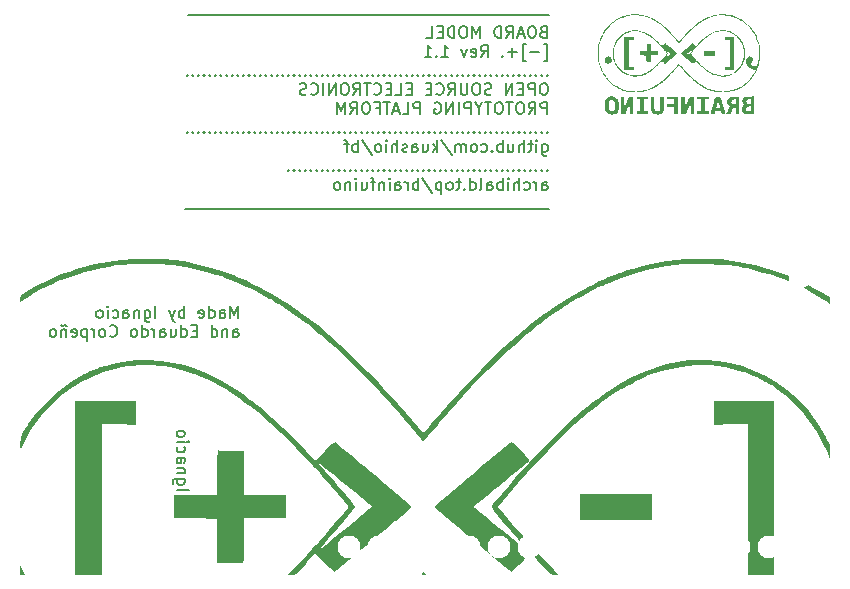
<source format=gbr>
%TF.GenerationSoftware,KiCad,Pcbnew,9.0.6*%
%TF.CreationDate,2026-02-22T20:48:50-08:00*%
%TF.ProjectId,BrainFuino,42726169-6e46-4756-996e-6f2e6b696361,rev?*%
%TF.SameCoordinates,Original*%
%TF.FileFunction,Legend,Bot*%
%TF.FilePolarity,Positive*%
%FSLAX46Y46*%
G04 Gerber Fmt 4.6, Leading zero omitted, Abs format (unit mm)*
G04 Created by KiCad (PCBNEW 9.0.6) date 2026-02-22 20:48:50*
%MOMM*%
%LPD*%
G01*
G04 APERTURE LIST*
%ADD10C,0.160000*%
%ADD11C,0.000000*%
%ADD12C,0.650000*%
%ADD13O,2.100000X1.000000*%
%ADD14O,1.600000X1.000000*%
%ADD15R,1.700000X1.700000*%
%ADD16C,1.700000*%
%ADD17C,1.879600*%
%ADD18C,3.175000*%
%ADD19C,1.930400*%
G04 APERTURE END LIST*
D10*
X159000000Y-84148704D02*
X128428059Y-84148704D01*
X159000000Y-100500000D02*
X128132400Y-100500000D01*
X127460700Y-124295738D02*
X128460700Y-124295738D01*
X128127367Y-123390977D02*
X127317843Y-123390977D01*
X127317843Y-123390977D02*
X127222605Y-123438596D01*
X127222605Y-123438596D02*
X127174986Y-123486215D01*
X127174986Y-123486215D02*
X127127367Y-123581453D01*
X127127367Y-123581453D02*
X127127367Y-123724310D01*
X127127367Y-123724310D02*
X127174986Y-123819548D01*
X127508320Y-123390977D02*
X127460700Y-123486215D01*
X127460700Y-123486215D02*
X127460700Y-123676691D01*
X127460700Y-123676691D02*
X127508320Y-123771929D01*
X127508320Y-123771929D02*
X127555939Y-123819548D01*
X127555939Y-123819548D02*
X127651177Y-123867167D01*
X127651177Y-123867167D02*
X127936891Y-123867167D01*
X127936891Y-123867167D02*
X128032129Y-123819548D01*
X128032129Y-123819548D02*
X128079748Y-123771929D01*
X128079748Y-123771929D02*
X128127367Y-123676691D01*
X128127367Y-123676691D02*
X128127367Y-123486215D01*
X128127367Y-123486215D02*
X128079748Y-123390977D01*
X128127367Y-122914786D02*
X127460700Y-122914786D01*
X128032129Y-122914786D02*
X128079748Y-122867167D01*
X128079748Y-122867167D02*
X128127367Y-122771929D01*
X128127367Y-122771929D02*
X128127367Y-122629072D01*
X128127367Y-122629072D02*
X128079748Y-122533834D01*
X128079748Y-122533834D02*
X127984510Y-122486215D01*
X127984510Y-122486215D02*
X127460700Y-122486215D01*
X127460700Y-121581453D02*
X127984510Y-121581453D01*
X127984510Y-121581453D02*
X128079748Y-121629072D01*
X128079748Y-121629072D02*
X128127367Y-121724310D01*
X128127367Y-121724310D02*
X128127367Y-121914786D01*
X128127367Y-121914786D02*
X128079748Y-122010024D01*
X127508320Y-121581453D02*
X127460700Y-121676691D01*
X127460700Y-121676691D02*
X127460700Y-121914786D01*
X127460700Y-121914786D02*
X127508320Y-122010024D01*
X127508320Y-122010024D02*
X127603558Y-122057643D01*
X127603558Y-122057643D02*
X127698796Y-122057643D01*
X127698796Y-122057643D02*
X127794034Y-122010024D01*
X127794034Y-122010024D02*
X127841653Y-121914786D01*
X127841653Y-121914786D02*
X127841653Y-121676691D01*
X127841653Y-121676691D02*
X127889272Y-121581453D01*
X127508320Y-120676691D02*
X127460700Y-120771929D01*
X127460700Y-120771929D02*
X127460700Y-120962405D01*
X127460700Y-120962405D02*
X127508320Y-121057643D01*
X127508320Y-121057643D02*
X127555939Y-121105262D01*
X127555939Y-121105262D02*
X127651177Y-121152881D01*
X127651177Y-121152881D02*
X127936891Y-121152881D01*
X127936891Y-121152881D02*
X128032129Y-121105262D01*
X128032129Y-121105262D02*
X128079748Y-121057643D01*
X128079748Y-121057643D02*
X128127367Y-120962405D01*
X128127367Y-120962405D02*
X128127367Y-120771929D01*
X128127367Y-120771929D02*
X128079748Y-120676691D01*
X127460700Y-120248119D02*
X128127367Y-120248119D01*
X128460700Y-120248119D02*
X128413081Y-120295738D01*
X128413081Y-120295738D02*
X128365462Y-120248119D01*
X128365462Y-120248119D02*
X128413081Y-120200500D01*
X128413081Y-120200500D02*
X128460700Y-120248119D01*
X128460700Y-120248119D02*
X128365462Y-120248119D01*
X127460700Y-119629072D02*
X127508320Y-119724310D01*
X127508320Y-119724310D02*
X127555939Y-119771929D01*
X127555939Y-119771929D02*
X127651177Y-119819548D01*
X127651177Y-119819548D02*
X127936891Y-119819548D01*
X127936891Y-119819548D02*
X128032129Y-119771929D01*
X128032129Y-119771929D02*
X128079748Y-119724310D01*
X128079748Y-119724310D02*
X128127367Y-119629072D01*
X128127367Y-119629072D02*
X128127367Y-119486215D01*
X128127367Y-119486215D02*
X128079748Y-119390977D01*
X128079748Y-119390977D02*
X128032129Y-119343358D01*
X128032129Y-119343358D02*
X127936891Y-119295739D01*
X127936891Y-119295739D02*
X127651177Y-119295739D01*
X127651177Y-119295739D02*
X127555939Y-119343358D01*
X127555939Y-119343358D02*
X127508320Y-119390977D01*
X127508320Y-119390977D02*
X127460700Y-119486215D01*
X127460700Y-119486215D02*
X127460700Y-119629072D01*
X132656641Y-109759355D02*
X132656641Y-108759355D01*
X132656641Y-108759355D02*
X132323308Y-109473640D01*
X132323308Y-109473640D02*
X131989975Y-108759355D01*
X131989975Y-108759355D02*
X131989975Y-109759355D01*
X131085213Y-109759355D02*
X131085213Y-109235545D01*
X131085213Y-109235545D02*
X131132832Y-109140307D01*
X131132832Y-109140307D02*
X131228070Y-109092688D01*
X131228070Y-109092688D02*
X131418546Y-109092688D01*
X131418546Y-109092688D02*
X131513784Y-109140307D01*
X131085213Y-109711736D02*
X131180451Y-109759355D01*
X131180451Y-109759355D02*
X131418546Y-109759355D01*
X131418546Y-109759355D02*
X131513784Y-109711736D01*
X131513784Y-109711736D02*
X131561403Y-109616497D01*
X131561403Y-109616497D02*
X131561403Y-109521259D01*
X131561403Y-109521259D02*
X131513784Y-109426021D01*
X131513784Y-109426021D02*
X131418546Y-109378402D01*
X131418546Y-109378402D02*
X131180451Y-109378402D01*
X131180451Y-109378402D02*
X131085213Y-109330783D01*
X130180451Y-109759355D02*
X130180451Y-108759355D01*
X130180451Y-109711736D02*
X130275689Y-109759355D01*
X130275689Y-109759355D02*
X130466165Y-109759355D01*
X130466165Y-109759355D02*
X130561403Y-109711736D01*
X130561403Y-109711736D02*
X130609022Y-109664116D01*
X130609022Y-109664116D02*
X130656641Y-109568878D01*
X130656641Y-109568878D02*
X130656641Y-109283164D01*
X130656641Y-109283164D02*
X130609022Y-109187926D01*
X130609022Y-109187926D02*
X130561403Y-109140307D01*
X130561403Y-109140307D02*
X130466165Y-109092688D01*
X130466165Y-109092688D02*
X130275689Y-109092688D01*
X130275689Y-109092688D02*
X130180451Y-109140307D01*
X129323308Y-109711736D02*
X129418546Y-109759355D01*
X129418546Y-109759355D02*
X129609022Y-109759355D01*
X129609022Y-109759355D02*
X129704260Y-109711736D01*
X129704260Y-109711736D02*
X129751879Y-109616497D01*
X129751879Y-109616497D02*
X129751879Y-109235545D01*
X129751879Y-109235545D02*
X129704260Y-109140307D01*
X129704260Y-109140307D02*
X129609022Y-109092688D01*
X129609022Y-109092688D02*
X129418546Y-109092688D01*
X129418546Y-109092688D02*
X129323308Y-109140307D01*
X129323308Y-109140307D02*
X129275689Y-109235545D01*
X129275689Y-109235545D02*
X129275689Y-109330783D01*
X129275689Y-109330783D02*
X129751879Y-109426021D01*
X128085212Y-109759355D02*
X128085212Y-108759355D01*
X128085212Y-109140307D02*
X127989974Y-109092688D01*
X127989974Y-109092688D02*
X127799498Y-109092688D01*
X127799498Y-109092688D02*
X127704260Y-109140307D01*
X127704260Y-109140307D02*
X127656641Y-109187926D01*
X127656641Y-109187926D02*
X127609022Y-109283164D01*
X127609022Y-109283164D02*
X127609022Y-109568878D01*
X127609022Y-109568878D02*
X127656641Y-109664116D01*
X127656641Y-109664116D02*
X127704260Y-109711736D01*
X127704260Y-109711736D02*
X127799498Y-109759355D01*
X127799498Y-109759355D02*
X127989974Y-109759355D01*
X127989974Y-109759355D02*
X128085212Y-109711736D01*
X127275688Y-109092688D02*
X127037593Y-109759355D01*
X126799498Y-109092688D02*
X127037593Y-109759355D01*
X127037593Y-109759355D02*
X127132831Y-109997450D01*
X127132831Y-109997450D02*
X127180450Y-110045069D01*
X127180450Y-110045069D02*
X127275688Y-110092688D01*
X125656640Y-109759355D02*
X125656640Y-108759355D01*
X124751879Y-109092688D02*
X124751879Y-109902212D01*
X124751879Y-109902212D02*
X124799498Y-109997450D01*
X124799498Y-109997450D02*
X124847117Y-110045069D01*
X124847117Y-110045069D02*
X124942355Y-110092688D01*
X124942355Y-110092688D02*
X125085212Y-110092688D01*
X125085212Y-110092688D02*
X125180450Y-110045069D01*
X124751879Y-109711736D02*
X124847117Y-109759355D01*
X124847117Y-109759355D02*
X125037593Y-109759355D01*
X125037593Y-109759355D02*
X125132831Y-109711736D01*
X125132831Y-109711736D02*
X125180450Y-109664116D01*
X125180450Y-109664116D02*
X125228069Y-109568878D01*
X125228069Y-109568878D02*
X125228069Y-109283164D01*
X125228069Y-109283164D02*
X125180450Y-109187926D01*
X125180450Y-109187926D02*
X125132831Y-109140307D01*
X125132831Y-109140307D02*
X125037593Y-109092688D01*
X125037593Y-109092688D02*
X124847117Y-109092688D01*
X124847117Y-109092688D02*
X124751879Y-109140307D01*
X124275688Y-109092688D02*
X124275688Y-109759355D01*
X124275688Y-109187926D02*
X124228069Y-109140307D01*
X124228069Y-109140307D02*
X124132831Y-109092688D01*
X124132831Y-109092688D02*
X123989974Y-109092688D01*
X123989974Y-109092688D02*
X123894736Y-109140307D01*
X123894736Y-109140307D02*
X123847117Y-109235545D01*
X123847117Y-109235545D02*
X123847117Y-109759355D01*
X122942355Y-109759355D02*
X122942355Y-109235545D01*
X122942355Y-109235545D02*
X122989974Y-109140307D01*
X122989974Y-109140307D02*
X123085212Y-109092688D01*
X123085212Y-109092688D02*
X123275688Y-109092688D01*
X123275688Y-109092688D02*
X123370926Y-109140307D01*
X122942355Y-109711736D02*
X123037593Y-109759355D01*
X123037593Y-109759355D02*
X123275688Y-109759355D01*
X123275688Y-109759355D02*
X123370926Y-109711736D01*
X123370926Y-109711736D02*
X123418545Y-109616497D01*
X123418545Y-109616497D02*
X123418545Y-109521259D01*
X123418545Y-109521259D02*
X123370926Y-109426021D01*
X123370926Y-109426021D02*
X123275688Y-109378402D01*
X123275688Y-109378402D02*
X123037593Y-109378402D01*
X123037593Y-109378402D02*
X122942355Y-109330783D01*
X122037593Y-109711736D02*
X122132831Y-109759355D01*
X122132831Y-109759355D02*
X122323307Y-109759355D01*
X122323307Y-109759355D02*
X122418545Y-109711736D01*
X122418545Y-109711736D02*
X122466164Y-109664116D01*
X122466164Y-109664116D02*
X122513783Y-109568878D01*
X122513783Y-109568878D02*
X122513783Y-109283164D01*
X122513783Y-109283164D02*
X122466164Y-109187926D01*
X122466164Y-109187926D02*
X122418545Y-109140307D01*
X122418545Y-109140307D02*
X122323307Y-109092688D01*
X122323307Y-109092688D02*
X122132831Y-109092688D01*
X122132831Y-109092688D02*
X122037593Y-109140307D01*
X121609021Y-109759355D02*
X121609021Y-109092688D01*
X121609021Y-108759355D02*
X121656640Y-108806974D01*
X121656640Y-108806974D02*
X121609021Y-108854593D01*
X121609021Y-108854593D02*
X121561402Y-108806974D01*
X121561402Y-108806974D02*
X121609021Y-108759355D01*
X121609021Y-108759355D02*
X121609021Y-108854593D01*
X120989974Y-109759355D02*
X121085212Y-109711736D01*
X121085212Y-109711736D02*
X121132831Y-109664116D01*
X121132831Y-109664116D02*
X121180450Y-109568878D01*
X121180450Y-109568878D02*
X121180450Y-109283164D01*
X121180450Y-109283164D02*
X121132831Y-109187926D01*
X121132831Y-109187926D02*
X121085212Y-109140307D01*
X121085212Y-109140307D02*
X120989974Y-109092688D01*
X120989974Y-109092688D02*
X120847117Y-109092688D01*
X120847117Y-109092688D02*
X120751879Y-109140307D01*
X120751879Y-109140307D02*
X120704260Y-109187926D01*
X120704260Y-109187926D02*
X120656641Y-109283164D01*
X120656641Y-109283164D02*
X120656641Y-109568878D01*
X120656641Y-109568878D02*
X120704260Y-109664116D01*
X120704260Y-109664116D02*
X120751879Y-109711736D01*
X120751879Y-109711736D02*
X120847117Y-109759355D01*
X120847117Y-109759355D02*
X120989974Y-109759355D01*
X132228070Y-111369299D02*
X132228070Y-110845489D01*
X132228070Y-110845489D02*
X132275689Y-110750251D01*
X132275689Y-110750251D02*
X132370927Y-110702632D01*
X132370927Y-110702632D02*
X132561403Y-110702632D01*
X132561403Y-110702632D02*
X132656641Y-110750251D01*
X132228070Y-111321680D02*
X132323308Y-111369299D01*
X132323308Y-111369299D02*
X132561403Y-111369299D01*
X132561403Y-111369299D02*
X132656641Y-111321680D01*
X132656641Y-111321680D02*
X132704260Y-111226441D01*
X132704260Y-111226441D02*
X132704260Y-111131203D01*
X132704260Y-111131203D02*
X132656641Y-111035965D01*
X132656641Y-111035965D02*
X132561403Y-110988346D01*
X132561403Y-110988346D02*
X132323308Y-110988346D01*
X132323308Y-110988346D02*
X132228070Y-110940727D01*
X131751879Y-110702632D02*
X131751879Y-111369299D01*
X131751879Y-110797870D02*
X131704260Y-110750251D01*
X131704260Y-110750251D02*
X131609022Y-110702632D01*
X131609022Y-110702632D02*
X131466165Y-110702632D01*
X131466165Y-110702632D02*
X131370927Y-110750251D01*
X131370927Y-110750251D02*
X131323308Y-110845489D01*
X131323308Y-110845489D02*
X131323308Y-111369299D01*
X130418546Y-111369299D02*
X130418546Y-110369299D01*
X130418546Y-111321680D02*
X130513784Y-111369299D01*
X130513784Y-111369299D02*
X130704260Y-111369299D01*
X130704260Y-111369299D02*
X130799498Y-111321680D01*
X130799498Y-111321680D02*
X130847117Y-111274060D01*
X130847117Y-111274060D02*
X130894736Y-111178822D01*
X130894736Y-111178822D02*
X130894736Y-110893108D01*
X130894736Y-110893108D02*
X130847117Y-110797870D01*
X130847117Y-110797870D02*
X130799498Y-110750251D01*
X130799498Y-110750251D02*
X130704260Y-110702632D01*
X130704260Y-110702632D02*
X130513784Y-110702632D01*
X130513784Y-110702632D02*
X130418546Y-110750251D01*
X129180450Y-110845489D02*
X128847117Y-110845489D01*
X128704260Y-111369299D02*
X129180450Y-111369299D01*
X129180450Y-111369299D02*
X129180450Y-110369299D01*
X129180450Y-110369299D02*
X128704260Y-110369299D01*
X127847117Y-111369299D02*
X127847117Y-110369299D01*
X127847117Y-111321680D02*
X127942355Y-111369299D01*
X127942355Y-111369299D02*
X128132831Y-111369299D01*
X128132831Y-111369299D02*
X128228069Y-111321680D01*
X128228069Y-111321680D02*
X128275688Y-111274060D01*
X128275688Y-111274060D02*
X128323307Y-111178822D01*
X128323307Y-111178822D02*
X128323307Y-110893108D01*
X128323307Y-110893108D02*
X128275688Y-110797870D01*
X128275688Y-110797870D02*
X128228069Y-110750251D01*
X128228069Y-110750251D02*
X128132831Y-110702632D01*
X128132831Y-110702632D02*
X127942355Y-110702632D01*
X127942355Y-110702632D02*
X127847117Y-110750251D01*
X126942355Y-110702632D02*
X126942355Y-111369299D01*
X127370926Y-110702632D02*
X127370926Y-111226441D01*
X127370926Y-111226441D02*
X127323307Y-111321680D01*
X127323307Y-111321680D02*
X127228069Y-111369299D01*
X127228069Y-111369299D02*
X127085212Y-111369299D01*
X127085212Y-111369299D02*
X126989974Y-111321680D01*
X126989974Y-111321680D02*
X126942355Y-111274060D01*
X126037593Y-111369299D02*
X126037593Y-110845489D01*
X126037593Y-110845489D02*
X126085212Y-110750251D01*
X126085212Y-110750251D02*
X126180450Y-110702632D01*
X126180450Y-110702632D02*
X126370926Y-110702632D01*
X126370926Y-110702632D02*
X126466164Y-110750251D01*
X126037593Y-111321680D02*
X126132831Y-111369299D01*
X126132831Y-111369299D02*
X126370926Y-111369299D01*
X126370926Y-111369299D02*
X126466164Y-111321680D01*
X126466164Y-111321680D02*
X126513783Y-111226441D01*
X126513783Y-111226441D02*
X126513783Y-111131203D01*
X126513783Y-111131203D02*
X126466164Y-111035965D01*
X126466164Y-111035965D02*
X126370926Y-110988346D01*
X126370926Y-110988346D02*
X126132831Y-110988346D01*
X126132831Y-110988346D02*
X126037593Y-110940727D01*
X125561402Y-111369299D02*
X125561402Y-110702632D01*
X125561402Y-110893108D02*
X125513783Y-110797870D01*
X125513783Y-110797870D02*
X125466164Y-110750251D01*
X125466164Y-110750251D02*
X125370926Y-110702632D01*
X125370926Y-110702632D02*
X125275688Y-110702632D01*
X124513783Y-111369299D02*
X124513783Y-110369299D01*
X124513783Y-111321680D02*
X124609021Y-111369299D01*
X124609021Y-111369299D02*
X124799497Y-111369299D01*
X124799497Y-111369299D02*
X124894735Y-111321680D01*
X124894735Y-111321680D02*
X124942354Y-111274060D01*
X124942354Y-111274060D02*
X124989973Y-111178822D01*
X124989973Y-111178822D02*
X124989973Y-110893108D01*
X124989973Y-110893108D02*
X124942354Y-110797870D01*
X124942354Y-110797870D02*
X124894735Y-110750251D01*
X124894735Y-110750251D02*
X124799497Y-110702632D01*
X124799497Y-110702632D02*
X124609021Y-110702632D01*
X124609021Y-110702632D02*
X124513783Y-110750251D01*
X123894735Y-111369299D02*
X123989973Y-111321680D01*
X123989973Y-111321680D02*
X124037592Y-111274060D01*
X124037592Y-111274060D02*
X124085211Y-111178822D01*
X124085211Y-111178822D02*
X124085211Y-110893108D01*
X124085211Y-110893108D02*
X124037592Y-110797870D01*
X124037592Y-110797870D02*
X123989973Y-110750251D01*
X123989973Y-110750251D02*
X123894735Y-110702632D01*
X123894735Y-110702632D02*
X123751878Y-110702632D01*
X123751878Y-110702632D02*
X123656640Y-110750251D01*
X123656640Y-110750251D02*
X123609021Y-110797870D01*
X123609021Y-110797870D02*
X123561402Y-110893108D01*
X123561402Y-110893108D02*
X123561402Y-111178822D01*
X123561402Y-111178822D02*
X123609021Y-111274060D01*
X123609021Y-111274060D02*
X123656640Y-111321680D01*
X123656640Y-111321680D02*
X123751878Y-111369299D01*
X123751878Y-111369299D02*
X123894735Y-111369299D01*
X121799497Y-111274060D02*
X121847116Y-111321680D01*
X121847116Y-111321680D02*
X121989973Y-111369299D01*
X121989973Y-111369299D02*
X122085211Y-111369299D01*
X122085211Y-111369299D02*
X122228068Y-111321680D01*
X122228068Y-111321680D02*
X122323306Y-111226441D01*
X122323306Y-111226441D02*
X122370925Y-111131203D01*
X122370925Y-111131203D02*
X122418544Y-110940727D01*
X122418544Y-110940727D02*
X122418544Y-110797870D01*
X122418544Y-110797870D02*
X122370925Y-110607394D01*
X122370925Y-110607394D02*
X122323306Y-110512156D01*
X122323306Y-110512156D02*
X122228068Y-110416918D01*
X122228068Y-110416918D02*
X122085211Y-110369299D01*
X122085211Y-110369299D02*
X121989973Y-110369299D01*
X121989973Y-110369299D02*
X121847116Y-110416918D01*
X121847116Y-110416918D02*
X121799497Y-110464537D01*
X121228068Y-111369299D02*
X121323306Y-111321680D01*
X121323306Y-111321680D02*
X121370925Y-111274060D01*
X121370925Y-111274060D02*
X121418544Y-111178822D01*
X121418544Y-111178822D02*
X121418544Y-110893108D01*
X121418544Y-110893108D02*
X121370925Y-110797870D01*
X121370925Y-110797870D02*
X121323306Y-110750251D01*
X121323306Y-110750251D02*
X121228068Y-110702632D01*
X121228068Y-110702632D02*
X121085211Y-110702632D01*
X121085211Y-110702632D02*
X120989973Y-110750251D01*
X120989973Y-110750251D02*
X120942354Y-110797870D01*
X120942354Y-110797870D02*
X120894735Y-110893108D01*
X120894735Y-110893108D02*
X120894735Y-111178822D01*
X120894735Y-111178822D02*
X120942354Y-111274060D01*
X120942354Y-111274060D02*
X120989973Y-111321680D01*
X120989973Y-111321680D02*
X121085211Y-111369299D01*
X121085211Y-111369299D02*
X121228068Y-111369299D01*
X120466163Y-111369299D02*
X120466163Y-110702632D01*
X120466163Y-110893108D02*
X120418544Y-110797870D01*
X120418544Y-110797870D02*
X120370925Y-110750251D01*
X120370925Y-110750251D02*
X120275687Y-110702632D01*
X120275687Y-110702632D02*
X120180449Y-110702632D01*
X119847115Y-110702632D02*
X119847115Y-111702632D01*
X119847115Y-110750251D02*
X119751877Y-110702632D01*
X119751877Y-110702632D02*
X119561401Y-110702632D01*
X119561401Y-110702632D02*
X119466163Y-110750251D01*
X119466163Y-110750251D02*
X119418544Y-110797870D01*
X119418544Y-110797870D02*
X119370925Y-110893108D01*
X119370925Y-110893108D02*
X119370925Y-111178822D01*
X119370925Y-111178822D02*
X119418544Y-111274060D01*
X119418544Y-111274060D02*
X119466163Y-111321680D01*
X119466163Y-111321680D02*
X119561401Y-111369299D01*
X119561401Y-111369299D02*
X119751877Y-111369299D01*
X119751877Y-111369299D02*
X119847115Y-111321680D01*
X118561401Y-111321680D02*
X118656639Y-111369299D01*
X118656639Y-111369299D02*
X118847115Y-111369299D01*
X118847115Y-111369299D02*
X118942353Y-111321680D01*
X118942353Y-111321680D02*
X118989972Y-111226441D01*
X118989972Y-111226441D02*
X118989972Y-110845489D01*
X118989972Y-110845489D02*
X118942353Y-110750251D01*
X118942353Y-110750251D02*
X118847115Y-110702632D01*
X118847115Y-110702632D02*
X118656639Y-110702632D01*
X118656639Y-110702632D02*
X118561401Y-110750251D01*
X118561401Y-110750251D02*
X118513782Y-110845489D01*
X118513782Y-110845489D02*
X118513782Y-110940727D01*
X118513782Y-110940727D02*
X118989972Y-111035965D01*
X118085210Y-110702632D02*
X118085210Y-111369299D01*
X118085210Y-110797870D02*
X118037591Y-110750251D01*
X118037591Y-110750251D02*
X117942353Y-110702632D01*
X117942353Y-110702632D02*
X117799496Y-110702632D01*
X117799496Y-110702632D02*
X117704258Y-110750251D01*
X117704258Y-110750251D02*
X117656639Y-110845489D01*
X117656639Y-110845489D02*
X117656639Y-111369299D01*
X118132829Y-110464537D02*
X118085210Y-110416918D01*
X118085210Y-110416918D02*
X117989972Y-110369299D01*
X117989972Y-110369299D02*
X117799496Y-110464537D01*
X117799496Y-110464537D02*
X117704258Y-110416918D01*
X117704258Y-110416918D02*
X117656639Y-110369299D01*
X117037591Y-111369299D02*
X117132829Y-111321680D01*
X117132829Y-111321680D02*
X117180448Y-111274060D01*
X117180448Y-111274060D02*
X117228067Y-111178822D01*
X117228067Y-111178822D02*
X117228067Y-110893108D01*
X117228067Y-110893108D02*
X117180448Y-110797870D01*
X117180448Y-110797870D02*
X117132829Y-110750251D01*
X117132829Y-110750251D02*
X117037591Y-110702632D01*
X117037591Y-110702632D02*
X116894734Y-110702632D01*
X116894734Y-110702632D02*
X116799496Y-110750251D01*
X116799496Y-110750251D02*
X116751877Y-110797870D01*
X116751877Y-110797870D02*
X116704258Y-110893108D01*
X116704258Y-110893108D02*
X116704258Y-111178822D01*
X116704258Y-111178822D02*
X116751877Y-111274060D01*
X116751877Y-111274060D02*
X116799496Y-111321680D01*
X116799496Y-111321680D02*
X116894734Y-111369299D01*
X116894734Y-111369299D02*
X117037591Y-111369299D01*
X158485617Y-85524441D02*
X158342760Y-85572060D01*
X158342760Y-85572060D02*
X158295141Y-85619679D01*
X158295141Y-85619679D02*
X158247522Y-85714917D01*
X158247522Y-85714917D02*
X158247522Y-85857774D01*
X158247522Y-85857774D02*
X158295141Y-85953012D01*
X158295141Y-85953012D02*
X158342760Y-86000632D01*
X158342760Y-86000632D02*
X158437998Y-86048251D01*
X158437998Y-86048251D02*
X158818950Y-86048251D01*
X158818950Y-86048251D02*
X158818950Y-85048251D01*
X158818950Y-85048251D02*
X158485617Y-85048251D01*
X158485617Y-85048251D02*
X158390379Y-85095870D01*
X158390379Y-85095870D02*
X158342760Y-85143489D01*
X158342760Y-85143489D02*
X158295141Y-85238727D01*
X158295141Y-85238727D02*
X158295141Y-85333965D01*
X158295141Y-85333965D02*
X158342760Y-85429203D01*
X158342760Y-85429203D02*
X158390379Y-85476822D01*
X158390379Y-85476822D02*
X158485617Y-85524441D01*
X158485617Y-85524441D02*
X158818950Y-85524441D01*
X157628474Y-85048251D02*
X157437998Y-85048251D01*
X157437998Y-85048251D02*
X157342760Y-85095870D01*
X157342760Y-85095870D02*
X157247522Y-85191108D01*
X157247522Y-85191108D02*
X157199903Y-85381584D01*
X157199903Y-85381584D02*
X157199903Y-85714917D01*
X157199903Y-85714917D02*
X157247522Y-85905393D01*
X157247522Y-85905393D02*
X157342760Y-86000632D01*
X157342760Y-86000632D02*
X157437998Y-86048251D01*
X157437998Y-86048251D02*
X157628474Y-86048251D01*
X157628474Y-86048251D02*
X157723712Y-86000632D01*
X157723712Y-86000632D02*
X157818950Y-85905393D01*
X157818950Y-85905393D02*
X157866569Y-85714917D01*
X157866569Y-85714917D02*
X157866569Y-85381584D01*
X157866569Y-85381584D02*
X157818950Y-85191108D01*
X157818950Y-85191108D02*
X157723712Y-85095870D01*
X157723712Y-85095870D02*
X157628474Y-85048251D01*
X156818950Y-85762536D02*
X156342760Y-85762536D01*
X156914188Y-86048251D02*
X156580855Y-85048251D01*
X156580855Y-85048251D02*
X156247522Y-86048251D01*
X155342760Y-86048251D02*
X155676093Y-85572060D01*
X155914188Y-86048251D02*
X155914188Y-85048251D01*
X155914188Y-85048251D02*
X155533236Y-85048251D01*
X155533236Y-85048251D02*
X155437998Y-85095870D01*
X155437998Y-85095870D02*
X155390379Y-85143489D01*
X155390379Y-85143489D02*
X155342760Y-85238727D01*
X155342760Y-85238727D02*
X155342760Y-85381584D01*
X155342760Y-85381584D02*
X155390379Y-85476822D01*
X155390379Y-85476822D02*
X155437998Y-85524441D01*
X155437998Y-85524441D02*
X155533236Y-85572060D01*
X155533236Y-85572060D02*
X155914188Y-85572060D01*
X154914188Y-86048251D02*
X154914188Y-85048251D01*
X154914188Y-85048251D02*
X154676093Y-85048251D01*
X154676093Y-85048251D02*
X154533236Y-85095870D01*
X154533236Y-85095870D02*
X154437998Y-85191108D01*
X154437998Y-85191108D02*
X154390379Y-85286346D01*
X154390379Y-85286346D02*
X154342760Y-85476822D01*
X154342760Y-85476822D02*
X154342760Y-85619679D01*
X154342760Y-85619679D02*
X154390379Y-85810155D01*
X154390379Y-85810155D02*
X154437998Y-85905393D01*
X154437998Y-85905393D02*
X154533236Y-86000632D01*
X154533236Y-86000632D02*
X154676093Y-86048251D01*
X154676093Y-86048251D02*
X154914188Y-86048251D01*
X153152283Y-86048251D02*
X153152283Y-85048251D01*
X153152283Y-85048251D02*
X152818950Y-85762536D01*
X152818950Y-85762536D02*
X152485617Y-85048251D01*
X152485617Y-85048251D02*
X152485617Y-86048251D01*
X151818950Y-85048251D02*
X151628474Y-85048251D01*
X151628474Y-85048251D02*
X151533236Y-85095870D01*
X151533236Y-85095870D02*
X151437998Y-85191108D01*
X151437998Y-85191108D02*
X151390379Y-85381584D01*
X151390379Y-85381584D02*
X151390379Y-85714917D01*
X151390379Y-85714917D02*
X151437998Y-85905393D01*
X151437998Y-85905393D02*
X151533236Y-86000632D01*
X151533236Y-86000632D02*
X151628474Y-86048251D01*
X151628474Y-86048251D02*
X151818950Y-86048251D01*
X151818950Y-86048251D02*
X151914188Y-86000632D01*
X151914188Y-86000632D02*
X152009426Y-85905393D01*
X152009426Y-85905393D02*
X152057045Y-85714917D01*
X152057045Y-85714917D02*
X152057045Y-85381584D01*
X152057045Y-85381584D02*
X152009426Y-85191108D01*
X152009426Y-85191108D02*
X151914188Y-85095870D01*
X151914188Y-85095870D02*
X151818950Y-85048251D01*
X150961807Y-86048251D02*
X150961807Y-85048251D01*
X150961807Y-85048251D02*
X150723712Y-85048251D01*
X150723712Y-85048251D02*
X150580855Y-85095870D01*
X150580855Y-85095870D02*
X150485617Y-85191108D01*
X150485617Y-85191108D02*
X150437998Y-85286346D01*
X150437998Y-85286346D02*
X150390379Y-85476822D01*
X150390379Y-85476822D02*
X150390379Y-85619679D01*
X150390379Y-85619679D02*
X150437998Y-85810155D01*
X150437998Y-85810155D02*
X150485617Y-85905393D01*
X150485617Y-85905393D02*
X150580855Y-86000632D01*
X150580855Y-86000632D02*
X150723712Y-86048251D01*
X150723712Y-86048251D02*
X150961807Y-86048251D01*
X149961807Y-85524441D02*
X149628474Y-85524441D01*
X149485617Y-86048251D02*
X149961807Y-86048251D01*
X149961807Y-86048251D02*
X149961807Y-85048251D01*
X149961807Y-85048251D02*
X149485617Y-85048251D01*
X148580855Y-86048251D02*
X149057045Y-86048251D01*
X149057045Y-86048251D02*
X149057045Y-85048251D01*
X158533236Y-87991528D02*
X158771331Y-87991528D01*
X158771331Y-87991528D02*
X158771331Y-86562956D01*
X158771331Y-86562956D02*
X158533236Y-86562956D01*
X158152283Y-87277242D02*
X157390379Y-87277242D01*
X157009426Y-87991528D02*
X156771331Y-87991528D01*
X156771331Y-87991528D02*
X156771331Y-86562956D01*
X156771331Y-86562956D02*
X157009426Y-86562956D01*
X156247521Y-87277242D02*
X155485617Y-87277242D01*
X155866569Y-87658195D02*
X155866569Y-86896290D01*
X155009426Y-87562956D02*
X154961807Y-87610576D01*
X154961807Y-87610576D02*
X155009426Y-87658195D01*
X155009426Y-87658195D02*
X155057045Y-87610576D01*
X155057045Y-87610576D02*
X155009426Y-87562956D01*
X155009426Y-87562956D02*
X155009426Y-87658195D01*
X153199903Y-87658195D02*
X153533236Y-87182004D01*
X153771331Y-87658195D02*
X153771331Y-86658195D01*
X153771331Y-86658195D02*
X153390379Y-86658195D01*
X153390379Y-86658195D02*
X153295141Y-86705814D01*
X153295141Y-86705814D02*
X153247522Y-86753433D01*
X153247522Y-86753433D02*
X153199903Y-86848671D01*
X153199903Y-86848671D02*
X153199903Y-86991528D01*
X153199903Y-86991528D02*
X153247522Y-87086766D01*
X153247522Y-87086766D02*
X153295141Y-87134385D01*
X153295141Y-87134385D02*
X153390379Y-87182004D01*
X153390379Y-87182004D02*
X153771331Y-87182004D01*
X152390379Y-87610576D02*
X152485617Y-87658195D01*
X152485617Y-87658195D02*
X152676093Y-87658195D01*
X152676093Y-87658195D02*
X152771331Y-87610576D01*
X152771331Y-87610576D02*
X152818950Y-87515337D01*
X152818950Y-87515337D02*
X152818950Y-87134385D01*
X152818950Y-87134385D02*
X152771331Y-87039147D01*
X152771331Y-87039147D02*
X152676093Y-86991528D01*
X152676093Y-86991528D02*
X152485617Y-86991528D01*
X152485617Y-86991528D02*
X152390379Y-87039147D01*
X152390379Y-87039147D02*
X152342760Y-87134385D01*
X152342760Y-87134385D02*
X152342760Y-87229623D01*
X152342760Y-87229623D02*
X152818950Y-87324861D01*
X152009426Y-86991528D02*
X151771331Y-87658195D01*
X151771331Y-87658195D02*
X151533236Y-86991528D01*
X149866569Y-87658195D02*
X150437997Y-87658195D01*
X150152283Y-87658195D02*
X150152283Y-86658195D01*
X150152283Y-86658195D02*
X150247521Y-86801052D01*
X150247521Y-86801052D02*
X150342759Y-86896290D01*
X150342759Y-86896290D02*
X150437997Y-86943909D01*
X149437997Y-87562956D02*
X149390378Y-87610576D01*
X149390378Y-87610576D02*
X149437997Y-87658195D01*
X149437997Y-87658195D02*
X149485616Y-87610576D01*
X149485616Y-87610576D02*
X149437997Y-87562956D01*
X149437997Y-87562956D02*
X149437997Y-87658195D01*
X148437998Y-87658195D02*
X149009426Y-87658195D01*
X148723712Y-87658195D02*
X148723712Y-86658195D01*
X148723712Y-86658195D02*
X148818950Y-86801052D01*
X148818950Y-86801052D02*
X148914188Y-86896290D01*
X148914188Y-86896290D02*
X149009426Y-86943909D01*
X158818950Y-89172900D02*
X158771331Y-89220520D01*
X158771331Y-89220520D02*
X158818950Y-89268139D01*
X158818950Y-89268139D02*
X158866569Y-89220520D01*
X158866569Y-89220520D02*
X158818950Y-89172900D01*
X158818950Y-89172900D02*
X158818950Y-89268139D01*
X158342760Y-89172900D02*
X158295141Y-89220520D01*
X158295141Y-89220520D02*
X158342760Y-89268139D01*
X158342760Y-89268139D02*
X158390379Y-89220520D01*
X158390379Y-89220520D02*
X158342760Y-89172900D01*
X158342760Y-89172900D02*
X158342760Y-89268139D01*
X157866570Y-89172900D02*
X157818951Y-89220520D01*
X157818951Y-89220520D02*
X157866570Y-89268139D01*
X157866570Y-89268139D02*
X157914189Y-89220520D01*
X157914189Y-89220520D02*
X157866570Y-89172900D01*
X157866570Y-89172900D02*
X157866570Y-89268139D01*
X157390380Y-89172900D02*
X157342761Y-89220520D01*
X157342761Y-89220520D02*
X157390380Y-89268139D01*
X157390380Y-89268139D02*
X157437999Y-89220520D01*
X157437999Y-89220520D02*
X157390380Y-89172900D01*
X157390380Y-89172900D02*
X157390380Y-89268139D01*
X156914190Y-89172900D02*
X156866571Y-89220520D01*
X156866571Y-89220520D02*
X156914190Y-89268139D01*
X156914190Y-89268139D02*
X156961809Y-89220520D01*
X156961809Y-89220520D02*
X156914190Y-89172900D01*
X156914190Y-89172900D02*
X156914190Y-89268139D01*
X156438000Y-89172900D02*
X156390381Y-89220520D01*
X156390381Y-89220520D02*
X156438000Y-89268139D01*
X156438000Y-89268139D02*
X156485619Y-89220520D01*
X156485619Y-89220520D02*
X156438000Y-89172900D01*
X156438000Y-89172900D02*
X156438000Y-89268139D01*
X155961810Y-89172900D02*
X155914191Y-89220520D01*
X155914191Y-89220520D02*
X155961810Y-89268139D01*
X155961810Y-89268139D02*
X156009429Y-89220520D01*
X156009429Y-89220520D02*
X155961810Y-89172900D01*
X155961810Y-89172900D02*
X155961810Y-89268139D01*
X155485620Y-89172900D02*
X155438001Y-89220520D01*
X155438001Y-89220520D02*
X155485620Y-89268139D01*
X155485620Y-89268139D02*
X155533239Y-89220520D01*
X155533239Y-89220520D02*
X155485620Y-89172900D01*
X155485620Y-89172900D02*
X155485620Y-89268139D01*
X155009430Y-89172900D02*
X154961811Y-89220520D01*
X154961811Y-89220520D02*
X155009430Y-89268139D01*
X155009430Y-89268139D02*
X155057049Y-89220520D01*
X155057049Y-89220520D02*
X155009430Y-89172900D01*
X155009430Y-89172900D02*
X155009430Y-89268139D01*
X154533240Y-89172900D02*
X154485621Y-89220520D01*
X154485621Y-89220520D02*
X154533240Y-89268139D01*
X154533240Y-89268139D02*
X154580859Y-89220520D01*
X154580859Y-89220520D02*
X154533240Y-89172900D01*
X154533240Y-89172900D02*
X154533240Y-89268139D01*
X154057050Y-89172900D02*
X154009431Y-89220520D01*
X154009431Y-89220520D02*
X154057050Y-89268139D01*
X154057050Y-89268139D02*
X154104669Y-89220520D01*
X154104669Y-89220520D02*
X154057050Y-89172900D01*
X154057050Y-89172900D02*
X154057050Y-89268139D01*
X153580860Y-89172900D02*
X153533241Y-89220520D01*
X153533241Y-89220520D02*
X153580860Y-89268139D01*
X153580860Y-89268139D02*
X153628479Y-89220520D01*
X153628479Y-89220520D02*
X153580860Y-89172900D01*
X153580860Y-89172900D02*
X153580860Y-89268139D01*
X153104670Y-89172900D02*
X153057051Y-89220520D01*
X153057051Y-89220520D02*
X153104670Y-89268139D01*
X153104670Y-89268139D02*
X153152289Y-89220520D01*
X153152289Y-89220520D02*
X153104670Y-89172900D01*
X153104670Y-89172900D02*
X153104670Y-89268139D01*
X152628480Y-89172900D02*
X152580861Y-89220520D01*
X152580861Y-89220520D02*
X152628480Y-89268139D01*
X152628480Y-89268139D02*
X152676099Y-89220520D01*
X152676099Y-89220520D02*
X152628480Y-89172900D01*
X152628480Y-89172900D02*
X152628480Y-89268139D01*
X152152290Y-89172900D02*
X152104671Y-89220520D01*
X152104671Y-89220520D02*
X152152290Y-89268139D01*
X152152290Y-89268139D02*
X152199909Y-89220520D01*
X152199909Y-89220520D02*
X152152290Y-89172900D01*
X152152290Y-89172900D02*
X152152290Y-89268139D01*
X151676100Y-89172900D02*
X151628481Y-89220520D01*
X151628481Y-89220520D02*
X151676100Y-89268139D01*
X151676100Y-89268139D02*
X151723719Y-89220520D01*
X151723719Y-89220520D02*
X151676100Y-89172900D01*
X151676100Y-89172900D02*
X151676100Y-89268139D01*
X151199910Y-89172900D02*
X151152291Y-89220520D01*
X151152291Y-89220520D02*
X151199910Y-89268139D01*
X151199910Y-89268139D02*
X151247529Y-89220520D01*
X151247529Y-89220520D02*
X151199910Y-89172900D01*
X151199910Y-89172900D02*
X151199910Y-89268139D01*
X150723720Y-89172900D02*
X150676101Y-89220520D01*
X150676101Y-89220520D02*
X150723720Y-89268139D01*
X150723720Y-89268139D02*
X150771339Y-89220520D01*
X150771339Y-89220520D02*
X150723720Y-89172900D01*
X150723720Y-89172900D02*
X150723720Y-89268139D01*
X150247530Y-89172900D02*
X150199911Y-89220520D01*
X150199911Y-89220520D02*
X150247530Y-89268139D01*
X150247530Y-89268139D02*
X150295149Y-89220520D01*
X150295149Y-89220520D02*
X150247530Y-89172900D01*
X150247530Y-89172900D02*
X150247530Y-89268139D01*
X149771340Y-89172900D02*
X149723721Y-89220520D01*
X149723721Y-89220520D02*
X149771340Y-89268139D01*
X149771340Y-89268139D02*
X149818959Y-89220520D01*
X149818959Y-89220520D02*
X149771340Y-89172900D01*
X149771340Y-89172900D02*
X149771340Y-89268139D01*
X149295150Y-89172900D02*
X149247531Y-89220520D01*
X149247531Y-89220520D02*
X149295150Y-89268139D01*
X149295150Y-89268139D02*
X149342769Y-89220520D01*
X149342769Y-89220520D02*
X149295150Y-89172900D01*
X149295150Y-89172900D02*
X149295150Y-89268139D01*
X148818960Y-89172900D02*
X148771341Y-89220520D01*
X148771341Y-89220520D02*
X148818960Y-89268139D01*
X148818960Y-89268139D02*
X148866579Y-89220520D01*
X148866579Y-89220520D02*
X148818960Y-89172900D01*
X148818960Y-89172900D02*
X148818960Y-89268139D01*
X148342770Y-89172900D02*
X148295151Y-89220520D01*
X148295151Y-89220520D02*
X148342770Y-89268139D01*
X148342770Y-89268139D02*
X148390389Y-89220520D01*
X148390389Y-89220520D02*
X148342770Y-89172900D01*
X148342770Y-89172900D02*
X148342770Y-89268139D01*
X147866580Y-89172900D02*
X147818961Y-89220520D01*
X147818961Y-89220520D02*
X147866580Y-89268139D01*
X147866580Y-89268139D02*
X147914199Y-89220520D01*
X147914199Y-89220520D02*
X147866580Y-89172900D01*
X147866580Y-89172900D02*
X147866580Y-89268139D01*
X147390390Y-89172900D02*
X147342771Y-89220520D01*
X147342771Y-89220520D02*
X147390390Y-89268139D01*
X147390390Y-89268139D02*
X147438009Y-89220520D01*
X147438009Y-89220520D02*
X147390390Y-89172900D01*
X147390390Y-89172900D02*
X147390390Y-89268139D01*
X146914200Y-89172900D02*
X146866581Y-89220520D01*
X146866581Y-89220520D02*
X146914200Y-89268139D01*
X146914200Y-89268139D02*
X146961819Y-89220520D01*
X146961819Y-89220520D02*
X146914200Y-89172900D01*
X146914200Y-89172900D02*
X146914200Y-89268139D01*
X146438010Y-89172900D02*
X146390391Y-89220520D01*
X146390391Y-89220520D02*
X146438010Y-89268139D01*
X146438010Y-89268139D02*
X146485629Y-89220520D01*
X146485629Y-89220520D02*
X146438010Y-89172900D01*
X146438010Y-89172900D02*
X146438010Y-89268139D01*
X145961820Y-89172900D02*
X145914201Y-89220520D01*
X145914201Y-89220520D02*
X145961820Y-89268139D01*
X145961820Y-89268139D02*
X146009439Y-89220520D01*
X146009439Y-89220520D02*
X145961820Y-89172900D01*
X145961820Y-89172900D02*
X145961820Y-89268139D01*
X145485630Y-89172900D02*
X145438011Y-89220520D01*
X145438011Y-89220520D02*
X145485630Y-89268139D01*
X145485630Y-89268139D02*
X145533249Y-89220520D01*
X145533249Y-89220520D02*
X145485630Y-89172900D01*
X145485630Y-89172900D02*
X145485630Y-89268139D01*
X145009440Y-89172900D02*
X144961821Y-89220520D01*
X144961821Y-89220520D02*
X145009440Y-89268139D01*
X145009440Y-89268139D02*
X145057059Y-89220520D01*
X145057059Y-89220520D02*
X145009440Y-89172900D01*
X145009440Y-89172900D02*
X145009440Y-89268139D01*
X144533250Y-89172900D02*
X144485631Y-89220520D01*
X144485631Y-89220520D02*
X144533250Y-89268139D01*
X144533250Y-89268139D02*
X144580869Y-89220520D01*
X144580869Y-89220520D02*
X144533250Y-89172900D01*
X144533250Y-89172900D02*
X144533250Y-89268139D01*
X144057060Y-89172900D02*
X144009441Y-89220520D01*
X144009441Y-89220520D02*
X144057060Y-89268139D01*
X144057060Y-89268139D02*
X144104679Y-89220520D01*
X144104679Y-89220520D02*
X144057060Y-89172900D01*
X144057060Y-89172900D02*
X144057060Y-89268139D01*
X143580870Y-89172900D02*
X143533251Y-89220520D01*
X143533251Y-89220520D02*
X143580870Y-89268139D01*
X143580870Y-89268139D02*
X143628489Y-89220520D01*
X143628489Y-89220520D02*
X143580870Y-89172900D01*
X143580870Y-89172900D02*
X143580870Y-89268139D01*
X143104680Y-89172900D02*
X143057061Y-89220520D01*
X143057061Y-89220520D02*
X143104680Y-89268139D01*
X143104680Y-89268139D02*
X143152299Y-89220520D01*
X143152299Y-89220520D02*
X143104680Y-89172900D01*
X143104680Y-89172900D02*
X143104680Y-89268139D01*
X142628490Y-89172900D02*
X142580871Y-89220520D01*
X142580871Y-89220520D02*
X142628490Y-89268139D01*
X142628490Y-89268139D02*
X142676109Y-89220520D01*
X142676109Y-89220520D02*
X142628490Y-89172900D01*
X142628490Y-89172900D02*
X142628490Y-89268139D01*
X142152300Y-89172900D02*
X142104681Y-89220520D01*
X142104681Y-89220520D02*
X142152300Y-89268139D01*
X142152300Y-89268139D02*
X142199919Y-89220520D01*
X142199919Y-89220520D02*
X142152300Y-89172900D01*
X142152300Y-89172900D02*
X142152300Y-89268139D01*
X141676110Y-89172900D02*
X141628491Y-89220520D01*
X141628491Y-89220520D02*
X141676110Y-89268139D01*
X141676110Y-89268139D02*
X141723729Y-89220520D01*
X141723729Y-89220520D02*
X141676110Y-89172900D01*
X141676110Y-89172900D02*
X141676110Y-89268139D01*
X141199920Y-89172900D02*
X141152301Y-89220520D01*
X141152301Y-89220520D02*
X141199920Y-89268139D01*
X141199920Y-89268139D02*
X141247539Y-89220520D01*
X141247539Y-89220520D02*
X141199920Y-89172900D01*
X141199920Y-89172900D02*
X141199920Y-89268139D01*
X140723730Y-89172900D02*
X140676111Y-89220520D01*
X140676111Y-89220520D02*
X140723730Y-89268139D01*
X140723730Y-89268139D02*
X140771349Y-89220520D01*
X140771349Y-89220520D02*
X140723730Y-89172900D01*
X140723730Y-89172900D02*
X140723730Y-89268139D01*
X140247540Y-89172900D02*
X140199921Y-89220520D01*
X140199921Y-89220520D02*
X140247540Y-89268139D01*
X140247540Y-89268139D02*
X140295159Y-89220520D01*
X140295159Y-89220520D02*
X140247540Y-89172900D01*
X140247540Y-89172900D02*
X140247540Y-89268139D01*
X139771350Y-89172900D02*
X139723731Y-89220520D01*
X139723731Y-89220520D02*
X139771350Y-89268139D01*
X139771350Y-89268139D02*
X139818969Y-89220520D01*
X139818969Y-89220520D02*
X139771350Y-89172900D01*
X139771350Y-89172900D02*
X139771350Y-89268139D01*
X139295160Y-89172900D02*
X139247541Y-89220520D01*
X139247541Y-89220520D02*
X139295160Y-89268139D01*
X139295160Y-89268139D02*
X139342779Y-89220520D01*
X139342779Y-89220520D02*
X139295160Y-89172900D01*
X139295160Y-89172900D02*
X139295160Y-89268139D01*
X138818970Y-89172900D02*
X138771351Y-89220520D01*
X138771351Y-89220520D02*
X138818970Y-89268139D01*
X138818970Y-89268139D02*
X138866589Y-89220520D01*
X138866589Y-89220520D02*
X138818970Y-89172900D01*
X138818970Y-89172900D02*
X138818970Y-89268139D01*
X138342780Y-89172900D02*
X138295161Y-89220520D01*
X138295161Y-89220520D02*
X138342780Y-89268139D01*
X138342780Y-89268139D02*
X138390399Y-89220520D01*
X138390399Y-89220520D02*
X138342780Y-89172900D01*
X138342780Y-89172900D02*
X138342780Y-89268139D01*
X137866590Y-89172900D02*
X137818971Y-89220520D01*
X137818971Y-89220520D02*
X137866590Y-89268139D01*
X137866590Y-89268139D02*
X137914209Y-89220520D01*
X137914209Y-89220520D02*
X137866590Y-89172900D01*
X137866590Y-89172900D02*
X137866590Y-89268139D01*
X137390400Y-89172900D02*
X137342781Y-89220520D01*
X137342781Y-89220520D02*
X137390400Y-89268139D01*
X137390400Y-89268139D02*
X137438019Y-89220520D01*
X137438019Y-89220520D02*
X137390400Y-89172900D01*
X137390400Y-89172900D02*
X137390400Y-89268139D01*
X136914210Y-89172900D02*
X136866591Y-89220520D01*
X136866591Y-89220520D02*
X136914210Y-89268139D01*
X136914210Y-89268139D02*
X136961829Y-89220520D01*
X136961829Y-89220520D02*
X136914210Y-89172900D01*
X136914210Y-89172900D02*
X136914210Y-89268139D01*
X136438020Y-89172900D02*
X136390401Y-89220520D01*
X136390401Y-89220520D02*
X136438020Y-89268139D01*
X136438020Y-89268139D02*
X136485639Y-89220520D01*
X136485639Y-89220520D02*
X136438020Y-89172900D01*
X136438020Y-89172900D02*
X136438020Y-89268139D01*
X135961830Y-89172900D02*
X135914211Y-89220520D01*
X135914211Y-89220520D02*
X135961830Y-89268139D01*
X135961830Y-89268139D02*
X136009449Y-89220520D01*
X136009449Y-89220520D02*
X135961830Y-89172900D01*
X135961830Y-89172900D02*
X135961830Y-89268139D01*
X135485640Y-89172900D02*
X135438021Y-89220520D01*
X135438021Y-89220520D02*
X135485640Y-89268139D01*
X135485640Y-89268139D02*
X135533259Y-89220520D01*
X135533259Y-89220520D02*
X135485640Y-89172900D01*
X135485640Y-89172900D02*
X135485640Y-89268139D01*
X135009450Y-89172900D02*
X134961831Y-89220520D01*
X134961831Y-89220520D02*
X135009450Y-89268139D01*
X135009450Y-89268139D02*
X135057069Y-89220520D01*
X135057069Y-89220520D02*
X135009450Y-89172900D01*
X135009450Y-89172900D02*
X135009450Y-89268139D01*
X134533260Y-89172900D02*
X134485641Y-89220520D01*
X134485641Y-89220520D02*
X134533260Y-89268139D01*
X134533260Y-89268139D02*
X134580879Y-89220520D01*
X134580879Y-89220520D02*
X134533260Y-89172900D01*
X134533260Y-89172900D02*
X134533260Y-89268139D01*
X134057070Y-89172900D02*
X134009451Y-89220520D01*
X134009451Y-89220520D02*
X134057070Y-89268139D01*
X134057070Y-89268139D02*
X134104689Y-89220520D01*
X134104689Y-89220520D02*
X134057070Y-89172900D01*
X134057070Y-89172900D02*
X134057070Y-89268139D01*
X133580880Y-89172900D02*
X133533261Y-89220520D01*
X133533261Y-89220520D02*
X133580880Y-89268139D01*
X133580880Y-89268139D02*
X133628499Y-89220520D01*
X133628499Y-89220520D02*
X133580880Y-89172900D01*
X133580880Y-89172900D02*
X133580880Y-89268139D01*
X133104690Y-89172900D02*
X133057071Y-89220520D01*
X133057071Y-89220520D02*
X133104690Y-89268139D01*
X133104690Y-89268139D02*
X133152309Y-89220520D01*
X133152309Y-89220520D02*
X133104690Y-89172900D01*
X133104690Y-89172900D02*
X133104690Y-89268139D01*
X132628500Y-89172900D02*
X132580881Y-89220520D01*
X132580881Y-89220520D02*
X132628500Y-89268139D01*
X132628500Y-89268139D02*
X132676119Y-89220520D01*
X132676119Y-89220520D02*
X132628500Y-89172900D01*
X132628500Y-89172900D02*
X132628500Y-89268139D01*
X132152310Y-89172900D02*
X132104691Y-89220520D01*
X132104691Y-89220520D02*
X132152310Y-89268139D01*
X132152310Y-89268139D02*
X132199929Y-89220520D01*
X132199929Y-89220520D02*
X132152310Y-89172900D01*
X132152310Y-89172900D02*
X132152310Y-89268139D01*
X131676120Y-89172900D02*
X131628501Y-89220520D01*
X131628501Y-89220520D02*
X131676120Y-89268139D01*
X131676120Y-89268139D02*
X131723739Y-89220520D01*
X131723739Y-89220520D02*
X131676120Y-89172900D01*
X131676120Y-89172900D02*
X131676120Y-89268139D01*
X131199930Y-89172900D02*
X131152311Y-89220520D01*
X131152311Y-89220520D02*
X131199930Y-89268139D01*
X131199930Y-89268139D02*
X131247549Y-89220520D01*
X131247549Y-89220520D02*
X131199930Y-89172900D01*
X131199930Y-89172900D02*
X131199930Y-89268139D01*
X130723740Y-89172900D02*
X130676121Y-89220520D01*
X130676121Y-89220520D02*
X130723740Y-89268139D01*
X130723740Y-89268139D02*
X130771359Y-89220520D01*
X130771359Y-89220520D02*
X130723740Y-89172900D01*
X130723740Y-89172900D02*
X130723740Y-89268139D01*
X130247550Y-89172900D02*
X130199931Y-89220520D01*
X130199931Y-89220520D02*
X130247550Y-89268139D01*
X130247550Y-89268139D02*
X130295169Y-89220520D01*
X130295169Y-89220520D02*
X130247550Y-89172900D01*
X130247550Y-89172900D02*
X130247550Y-89268139D01*
X129771360Y-89172900D02*
X129723741Y-89220520D01*
X129723741Y-89220520D02*
X129771360Y-89268139D01*
X129771360Y-89268139D02*
X129818979Y-89220520D01*
X129818979Y-89220520D02*
X129771360Y-89172900D01*
X129771360Y-89172900D02*
X129771360Y-89268139D01*
X129295170Y-89172900D02*
X129247551Y-89220520D01*
X129247551Y-89220520D02*
X129295170Y-89268139D01*
X129295170Y-89268139D02*
X129342789Y-89220520D01*
X129342789Y-89220520D02*
X129295170Y-89172900D01*
X129295170Y-89172900D02*
X129295170Y-89268139D01*
X128818980Y-89172900D02*
X128771361Y-89220520D01*
X128771361Y-89220520D02*
X128818980Y-89268139D01*
X128818980Y-89268139D02*
X128866599Y-89220520D01*
X128866599Y-89220520D02*
X128818980Y-89172900D01*
X128818980Y-89172900D02*
X128818980Y-89268139D01*
X128342790Y-89172900D02*
X128295171Y-89220520D01*
X128295171Y-89220520D02*
X128342790Y-89268139D01*
X128342790Y-89268139D02*
X128390409Y-89220520D01*
X128390409Y-89220520D02*
X128342790Y-89172900D01*
X128342790Y-89172900D02*
X128342790Y-89268139D01*
X158628474Y-89878083D02*
X158437998Y-89878083D01*
X158437998Y-89878083D02*
X158342760Y-89925702D01*
X158342760Y-89925702D02*
X158247522Y-90020940D01*
X158247522Y-90020940D02*
X158199903Y-90211416D01*
X158199903Y-90211416D02*
X158199903Y-90544749D01*
X158199903Y-90544749D02*
X158247522Y-90735225D01*
X158247522Y-90735225D02*
X158342760Y-90830464D01*
X158342760Y-90830464D02*
X158437998Y-90878083D01*
X158437998Y-90878083D02*
X158628474Y-90878083D01*
X158628474Y-90878083D02*
X158723712Y-90830464D01*
X158723712Y-90830464D02*
X158818950Y-90735225D01*
X158818950Y-90735225D02*
X158866569Y-90544749D01*
X158866569Y-90544749D02*
X158866569Y-90211416D01*
X158866569Y-90211416D02*
X158818950Y-90020940D01*
X158818950Y-90020940D02*
X158723712Y-89925702D01*
X158723712Y-89925702D02*
X158628474Y-89878083D01*
X157771331Y-90878083D02*
X157771331Y-89878083D01*
X157771331Y-89878083D02*
X157390379Y-89878083D01*
X157390379Y-89878083D02*
X157295141Y-89925702D01*
X157295141Y-89925702D02*
X157247522Y-89973321D01*
X157247522Y-89973321D02*
X157199903Y-90068559D01*
X157199903Y-90068559D02*
X157199903Y-90211416D01*
X157199903Y-90211416D02*
X157247522Y-90306654D01*
X157247522Y-90306654D02*
X157295141Y-90354273D01*
X157295141Y-90354273D02*
X157390379Y-90401892D01*
X157390379Y-90401892D02*
X157771331Y-90401892D01*
X156771331Y-90354273D02*
X156437998Y-90354273D01*
X156295141Y-90878083D02*
X156771331Y-90878083D01*
X156771331Y-90878083D02*
X156771331Y-89878083D01*
X156771331Y-89878083D02*
X156295141Y-89878083D01*
X155866569Y-90878083D02*
X155866569Y-89878083D01*
X155866569Y-89878083D02*
X155295141Y-90878083D01*
X155295141Y-90878083D02*
X155295141Y-89878083D01*
X154104664Y-90830464D02*
X153961807Y-90878083D01*
X153961807Y-90878083D02*
X153723712Y-90878083D01*
X153723712Y-90878083D02*
X153628474Y-90830464D01*
X153628474Y-90830464D02*
X153580855Y-90782844D01*
X153580855Y-90782844D02*
X153533236Y-90687606D01*
X153533236Y-90687606D02*
X153533236Y-90592368D01*
X153533236Y-90592368D02*
X153580855Y-90497130D01*
X153580855Y-90497130D02*
X153628474Y-90449511D01*
X153628474Y-90449511D02*
X153723712Y-90401892D01*
X153723712Y-90401892D02*
X153914188Y-90354273D01*
X153914188Y-90354273D02*
X154009426Y-90306654D01*
X154009426Y-90306654D02*
X154057045Y-90259035D01*
X154057045Y-90259035D02*
X154104664Y-90163797D01*
X154104664Y-90163797D02*
X154104664Y-90068559D01*
X154104664Y-90068559D02*
X154057045Y-89973321D01*
X154057045Y-89973321D02*
X154009426Y-89925702D01*
X154009426Y-89925702D02*
X153914188Y-89878083D01*
X153914188Y-89878083D02*
X153676093Y-89878083D01*
X153676093Y-89878083D02*
X153533236Y-89925702D01*
X152914188Y-89878083D02*
X152723712Y-89878083D01*
X152723712Y-89878083D02*
X152628474Y-89925702D01*
X152628474Y-89925702D02*
X152533236Y-90020940D01*
X152533236Y-90020940D02*
X152485617Y-90211416D01*
X152485617Y-90211416D02*
X152485617Y-90544749D01*
X152485617Y-90544749D02*
X152533236Y-90735225D01*
X152533236Y-90735225D02*
X152628474Y-90830464D01*
X152628474Y-90830464D02*
X152723712Y-90878083D01*
X152723712Y-90878083D02*
X152914188Y-90878083D01*
X152914188Y-90878083D02*
X153009426Y-90830464D01*
X153009426Y-90830464D02*
X153104664Y-90735225D01*
X153104664Y-90735225D02*
X153152283Y-90544749D01*
X153152283Y-90544749D02*
X153152283Y-90211416D01*
X153152283Y-90211416D02*
X153104664Y-90020940D01*
X153104664Y-90020940D02*
X153009426Y-89925702D01*
X153009426Y-89925702D02*
X152914188Y-89878083D01*
X152057045Y-89878083D02*
X152057045Y-90687606D01*
X152057045Y-90687606D02*
X152009426Y-90782844D01*
X152009426Y-90782844D02*
X151961807Y-90830464D01*
X151961807Y-90830464D02*
X151866569Y-90878083D01*
X151866569Y-90878083D02*
X151676093Y-90878083D01*
X151676093Y-90878083D02*
X151580855Y-90830464D01*
X151580855Y-90830464D02*
X151533236Y-90782844D01*
X151533236Y-90782844D02*
X151485617Y-90687606D01*
X151485617Y-90687606D02*
X151485617Y-89878083D01*
X150437998Y-90878083D02*
X150771331Y-90401892D01*
X151009426Y-90878083D02*
X151009426Y-89878083D01*
X151009426Y-89878083D02*
X150628474Y-89878083D01*
X150628474Y-89878083D02*
X150533236Y-89925702D01*
X150533236Y-89925702D02*
X150485617Y-89973321D01*
X150485617Y-89973321D02*
X150437998Y-90068559D01*
X150437998Y-90068559D02*
X150437998Y-90211416D01*
X150437998Y-90211416D02*
X150485617Y-90306654D01*
X150485617Y-90306654D02*
X150533236Y-90354273D01*
X150533236Y-90354273D02*
X150628474Y-90401892D01*
X150628474Y-90401892D02*
X151009426Y-90401892D01*
X149437998Y-90782844D02*
X149485617Y-90830464D01*
X149485617Y-90830464D02*
X149628474Y-90878083D01*
X149628474Y-90878083D02*
X149723712Y-90878083D01*
X149723712Y-90878083D02*
X149866569Y-90830464D01*
X149866569Y-90830464D02*
X149961807Y-90735225D01*
X149961807Y-90735225D02*
X150009426Y-90639987D01*
X150009426Y-90639987D02*
X150057045Y-90449511D01*
X150057045Y-90449511D02*
X150057045Y-90306654D01*
X150057045Y-90306654D02*
X150009426Y-90116178D01*
X150009426Y-90116178D02*
X149961807Y-90020940D01*
X149961807Y-90020940D02*
X149866569Y-89925702D01*
X149866569Y-89925702D02*
X149723712Y-89878083D01*
X149723712Y-89878083D02*
X149628474Y-89878083D01*
X149628474Y-89878083D02*
X149485617Y-89925702D01*
X149485617Y-89925702D02*
X149437998Y-89973321D01*
X149009426Y-90354273D02*
X148676093Y-90354273D01*
X148533236Y-90878083D02*
X149009426Y-90878083D01*
X149009426Y-90878083D02*
X149009426Y-89878083D01*
X149009426Y-89878083D02*
X148533236Y-89878083D01*
X147342759Y-90354273D02*
X147009426Y-90354273D01*
X146866569Y-90878083D02*
X147342759Y-90878083D01*
X147342759Y-90878083D02*
X147342759Y-89878083D01*
X147342759Y-89878083D02*
X146866569Y-89878083D01*
X145961807Y-90878083D02*
X146437997Y-90878083D01*
X146437997Y-90878083D02*
X146437997Y-89878083D01*
X145628473Y-90354273D02*
X145295140Y-90354273D01*
X145152283Y-90878083D02*
X145628473Y-90878083D01*
X145628473Y-90878083D02*
X145628473Y-89878083D01*
X145628473Y-89878083D02*
X145152283Y-89878083D01*
X144152283Y-90782844D02*
X144199902Y-90830464D01*
X144199902Y-90830464D02*
X144342759Y-90878083D01*
X144342759Y-90878083D02*
X144437997Y-90878083D01*
X144437997Y-90878083D02*
X144580854Y-90830464D01*
X144580854Y-90830464D02*
X144676092Y-90735225D01*
X144676092Y-90735225D02*
X144723711Y-90639987D01*
X144723711Y-90639987D02*
X144771330Y-90449511D01*
X144771330Y-90449511D02*
X144771330Y-90306654D01*
X144771330Y-90306654D02*
X144723711Y-90116178D01*
X144723711Y-90116178D02*
X144676092Y-90020940D01*
X144676092Y-90020940D02*
X144580854Y-89925702D01*
X144580854Y-89925702D02*
X144437997Y-89878083D01*
X144437997Y-89878083D02*
X144342759Y-89878083D01*
X144342759Y-89878083D02*
X144199902Y-89925702D01*
X144199902Y-89925702D02*
X144152283Y-89973321D01*
X143866568Y-89878083D02*
X143295140Y-89878083D01*
X143580854Y-90878083D02*
X143580854Y-89878083D01*
X142390378Y-90878083D02*
X142723711Y-90401892D01*
X142961806Y-90878083D02*
X142961806Y-89878083D01*
X142961806Y-89878083D02*
X142580854Y-89878083D01*
X142580854Y-89878083D02*
X142485616Y-89925702D01*
X142485616Y-89925702D02*
X142437997Y-89973321D01*
X142437997Y-89973321D02*
X142390378Y-90068559D01*
X142390378Y-90068559D02*
X142390378Y-90211416D01*
X142390378Y-90211416D02*
X142437997Y-90306654D01*
X142437997Y-90306654D02*
X142485616Y-90354273D01*
X142485616Y-90354273D02*
X142580854Y-90401892D01*
X142580854Y-90401892D02*
X142961806Y-90401892D01*
X141771330Y-89878083D02*
X141580854Y-89878083D01*
X141580854Y-89878083D02*
X141485616Y-89925702D01*
X141485616Y-89925702D02*
X141390378Y-90020940D01*
X141390378Y-90020940D02*
X141342759Y-90211416D01*
X141342759Y-90211416D02*
X141342759Y-90544749D01*
X141342759Y-90544749D02*
X141390378Y-90735225D01*
X141390378Y-90735225D02*
X141485616Y-90830464D01*
X141485616Y-90830464D02*
X141580854Y-90878083D01*
X141580854Y-90878083D02*
X141771330Y-90878083D01*
X141771330Y-90878083D02*
X141866568Y-90830464D01*
X141866568Y-90830464D02*
X141961806Y-90735225D01*
X141961806Y-90735225D02*
X142009425Y-90544749D01*
X142009425Y-90544749D02*
X142009425Y-90211416D01*
X142009425Y-90211416D02*
X141961806Y-90020940D01*
X141961806Y-90020940D02*
X141866568Y-89925702D01*
X141866568Y-89925702D02*
X141771330Y-89878083D01*
X140914187Y-90878083D02*
X140914187Y-89878083D01*
X140914187Y-89878083D02*
X140342759Y-90878083D01*
X140342759Y-90878083D02*
X140342759Y-89878083D01*
X139866568Y-90878083D02*
X139866568Y-89878083D01*
X138818950Y-90782844D02*
X138866569Y-90830464D01*
X138866569Y-90830464D02*
X139009426Y-90878083D01*
X139009426Y-90878083D02*
X139104664Y-90878083D01*
X139104664Y-90878083D02*
X139247521Y-90830464D01*
X139247521Y-90830464D02*
X139342759Y-90735225D01*
X139342759Y-90735225D02*
X139390378Y-90639987D01*
X139390378Y-90639987D02*
X139437997Y-90449511D01*
X139437997Y-90449511D02*
X139437997Y-90306654D01*
X139437997Y-90306654D02*
X139390378Y-90116178D01*
X139390378Y-90116178D02*
X139342759Y-90020940D01*
X139342759Y-90020940D02*
X139247521Y-89925702D01*
X139247521Y-89925702D02*
X139104664Y-89878083D01*
X139104664Y-89878083D02*
X139009426Y-89878083D01*
X139009426Y-89878083D02*
X138866569Y-89925702D01*
X138866569Y-89925702D02*
X138818950Y-89973321D01*
X138437997Y-90830464D02*
X138295140Y-90878083D01*
X138295140Y-90878083D02*
X138057045Y-90878083D01*
X138057045Y-90878083D02*
X137961807Y-90830464D01*
X137961807Y-90830464D02*
X137914188Y-90782844D01*
X137914188Y-90782844D02*
X137866569Y-90687606D01*
X137866569Y-90687606D02*
X137866569Y-90592368D01*
X137866569Y-90592368D02*
X137914188Y-90497130D01*
X137914188Y-90497130D02*
X137961807Y-90449511D01*
X137961807Y-90449511D02*
X138057045Y-90401892D01*
X138057045Y-90401892D02*
X138247521Y-90354273D01*
X138247521Y-90354273D02*
X138342759Y-90306654D01*
X138342759Y-90306654D02*
X138390378Y-90259035D01*
X138390378Y-90259035D02*
X138437997Y-90163797D01*
X138437997Y-90163797D02*
X138437997Y-90068559D01*
X138437997Y-90068559D02*
X138390378Y-89973321D01*
X138390378Y-89973321D02*
X138342759Y-89925702D01*
X138342759Y-89925702D02*
X138247521Y-89878083D01*
X138247521Y-89878083D02*
X138009426Y-89878083D01*
X138009426Y-89878083D02*
X137866569Y-89925702D01*
X158818950Y-92488027D02*
X158818950Y-91488027D01*
X158818950Y-91488027D02*
X158437998Y-91488027D01*
X158437998Y-91488027D02*
X158342760Y-91535646D01*
X158342760Y-91535646D02*
X158295141Y-91583265D01*
X158295141Y-91583265D02*
X158247522Y-91678503D01*
X158247522Y-91678503D02*
X158247522Y-91821360D01*
X158247522Y-91821360D02*
X158295141Y-91916598D01*
X158295141Y-91916598D02*
X158342760Y-91964217D01*
X158342760Y-91964217D02*
X158437998Y-92011836D01*
X158437998Y-92011836D02*
X158818950Y-92011836D01*
X157247522Y-92488027D02*
X157580855Y-92011836D01*
X157818950Y-92488027D02*
X157818950Y-91488027D01*
X157818950Y-91488027D02*
X157437998Y-91488027D01*
X157437998Y-91488027D02*
X157342760Y-91535646D01*
X157342760Y-91535646D02*
X157295141Y-91583265D01*
X157295141Y-91583265D02*
X157247522Y-91678503D01*
X157247522Y-91678503D02*
X157247522Y-91821360D01*
X157247522Y-91821360D02*
X157295141Y-91916598D01*
X157295141Y-91916598D02*
X157342760Y-91964217D01*
X157342760Y-91964217D02*
X157437998Y-92011836D01*
X157437998Y-92011836D02*
X157818950Y-92011836D01*
X156628474Y-91488027D02*
X156437998Y-91488027D01*
X156437998Y-91488027D02*
X156342760Y-91535646D01*
X156342760Y-91535646D02*
X156247522Y-91630884D01*
X156247522Y-91630884D02*
X156199903Y-91821360D01*
X156199903Y-91821360D02*
X156199903Y-92154693D01*
X156199903Y-92154693D02*
X156247522Y-92345169D01*
X156247522Y-92345169D02*
X156342760Y-92440408D01*
X156342760Y-92440408D02*
X156437998Y-92488027D01*
X156437998Y-92488027D02*
X156628474Y-92488027D01*
X156628474Y-92488027D02*
X156723712Y-92440408D01*
X156723712Y-92440408D02*
X156818950Y-92345169D01*
X156818950Y-92345169D02*
X156866569Y-92154693D01*
X156866569Y-92154693D02*
X156866569Y-91821360D01*
X156866569Y-91821360D02*
X156818950Y-91630884D01*
X156818950Y-91630884D02*
X156723712Y-91535646D01*
X156723712Y-91535646D02*
X156628474Y-91488027D01*
X155914188Y-91488027D02*
X155342760Y-91488027D01*
X155628474Y-92488027D02*
X155628474Y-91488027D01*
X154818950Y-91488027D02*
X154628474Y-91488027D01*
X154628474Y-91488027D02*
X154533236Y-91535646D01*
X154533236Y-91535646D02*
X154437998Y-91630884D01*
X154437998Y-91630884D02*
X154390379Y-91821360D01*
X154390379Y-91821360D02*
X154390379Y-92154693D01*
X154390379Y-92154693D02*
X154437998Y-92345169D01*
X154437998Y-92345169D02*
X154533236Y-92440408D01*
X154533236Y-92440408D02*
X154628474Y-92488027D01*
X154628474Y-92488027D02*
X154818950Y-92488027D01*
X154818950Y-92488027D02*
X154914188Y-92440408D01*
X154914188Y-92440408D02*
X155009426Y-92345169D01*
X155009426Y-92345169D02*
X155057045Y-92154693D01*
X155057045Y-92154693D02*
X155057045Y-91821360D01*
X155057045Y-91821360D02*
X155009426Y-91630884D01*
X155009426Y-91630884D02*
X154914188Y-91535646D01*
X154914188Y-91535646D02*
X154818950Y-91488027D01*
X154104664Y-91488027D02*
X153533236Y-91488027D01*
X153818950Y-92488027D02*
X153818950Y-91488027D01*
X153009426Y-92011836D02*
X153009426Y-92488027D01*
X153342759Y-91488027D02*
X153009426Y-92011836D01*
X153009426Y-92011836D02*
X152676093Y-91488027D01*
X152342759Y-92488027D02*
X152342759Y-91488027D01*
X152342759Y-91488027D02*
X151961807Y-91488027D01*
X151961807Y-91488027D02*
X151866569Y-91535646D01*
X151866569Y-91535646D02*
X151818950Y-91583265D01*
X151818950Y-91583265D02*
X151771331Y-91678503D01*
X151771331Y-91678503D02*
X151771331Y-91821360D01*
X151771331Y-91821360D02*
X151818950Y-91916598D01*
X151818950Y-91916598D02*
X151866569Y-91964217D01*
X151866569Y-91964217D02*
X151961807Y-92011836D01*
X151961807Y-92011836D02*
X152342759Y-92011836D01*
X151342759Y-92488027D02*
X151342759Y-91488027D01*
X150866569Y-92488027D02*
X150866569Y-91488027D01*
X150866569Y-91488027D02*
X150295141Y-92488027D01*
X150295141Y-92488027D02*
X150295141Y-91488027D01*
X149295141Y-91535646D02*
X149390379Y-91488027D01*
X149390379Y-91488027D02*
X149533236Y-91488027D01*
X149533236Y-91488027D02*
X149676093Y-91535646D01*
X149676093Y-91535646D02*
X149771331Y-91630884D01*
X149771331Y-91630884D02*
X149818950Y-91726122D01*
X149818950Y-91726122D02*
X149866569Y-91916598D01*
X149866569Y-91916598D02*
X149866569Y-92059455D01*
X149866569Y-92059455D02*
X149818950Y-92249931D01*
X149818950Y-92249931D02*
X149771331Y-92345169D01*
X149771331Y-92345169D02*
X149676093Y-92440408D01*
X149676093Y-92440408D02*
X149533236Y-92488027D01*
X149533236Y-92488027D02*
X149437998Y-92488027D01*
X149437998Y-92488027D02*
X149295141Y-92440408D01*
X149295141Y-92440408D02*
X149247522Y-92392788D01*
X149247522Y-92392788D02*
X149247522Y-92059455D01*
X149247522Y-92059455D02*
X149437998Y-92059455D01*
X148057045Y-92488027D02*
X148057045Y-91488027D01*
X148057045Y-91488027D02*
X147676093Y-91488027D01*
X147676093Y-91488027D02*
X147580855Y-91535646D01*
X147580855Y-91535646D02*
X147533236Y-91583265D01*
X147533236Y-91583265D02*
X147485617Y-91678503D01*
X147485617Y-91678503D02*
X147485617Y-91821360D01*
X147485617Y-91821360D02*
X147533236Y-91916598D01*
X147533236Y-91916598D02*
X147580855Y-91964217D01*
X147580855Y-91964217D02*
X147676093Y-92011836D01*
X147676093Y-92011836D02*
X148057045Y-92011836D01*
X146580855Y-92488027D02*
X147057045Y-92488027D01*
X147057045Y-92488027D02*
X147057045Y-91488027D01*
X146295140Y-92202312D02*
X145818950Y-92202312D01*
X146390378Y-92488027D02*
X146057045Y-91488027D01*
X146057045Y-91488027D02*
X145723712Y-92488027D01*
X145533235Y-91488027D02*
X144961807Y-91488027D01*
X145247521Y-92488027D02*
X145247521Y-91488027D01*
X144295140Y-91964217D02*
X144628473Y-91964217D01*
X144628473Y-92488027D02*
X144628473Y-91488027D01*
X144628473Y-91488027D02*
X144152283Y-91488027D01*
X143580854Y-91488027D02*
X143390378Y-91488027D01*
X143390378Y-91488027D02*
X143295140Y-91535646D01*
X143295140Y-91535646D02*
X143199902Y-91630884D01*
X143199902Y-91630884D02*
X143152283Y-91821360D01*
X143152283Y-91821360D02*
X143152283Y-92154693D01*
X143152283Y-92154693D02*
X143199902Y-92345169D01*
X143199902Y-92345169D02*
X143295140Y-92440408D01*
X143295140Y-92440408D02*
X143390378Y-92488027D01*
X143390378Y-92488027D02*
X143580854Y-92488027D01*
X143580854Y-92488027D02*
X143676092Y-92440408D01*
X143676092Y-92440408D02*
X143771330Y-92345169D01*
X143771330Y-92345169D02*
X143818949Y-92154693D01*
X143818949Y-92154693D02*
X143818949Y-91821360D01*
X143818949Y-91821360D02*
X143771330Y-91630884D01*
X143771330Y-91630884D02*
X143676092Y-91535646D01*
X143676092Y-91535646D02*
X143580854Y-91488027D01*
X142152283Y-92488027D02*
X142485616Y-92011836D01*
X142723711Y-92488027D02*
X142723711Y-91488027D01*
X142723711Y-91488027D02*
X142342759Y-91488027D01*
X142342759Y-91488027D02*
X142247521Y-91535646D01*
X142247521Y-91535646D02*
X142199902Y-91583265D01*
X142199902Y-91583265D02*
X142152283Y-91678503D01*
X142152283Y-91678503D02*
X142152283Y-91821360D01*
X142152283Y-91821360D02*
X142199902Y-91916598D01*
X142199902Y-91916598D02*
X142247521Y-91964217D01*
X142247521Y-91964217D02*
X142342759Y-92011836D01*
X142342759Y-92011836D02*
X142723711Y-92011836D01*
X141723711Y-92488027D02*
X141723711Y-91488027D01*
X141723711Y-91488027D02*
X141390378Y-92202312D01*
X141390378Y-92202312D02*
X141057045Y-91488027D01*
X141057045Y-91488027D02*
X141057045Y-92488027D01*
X158818950Y-94002732D02*
X158771331Y-94050352D01*
X158771331Y-94050352D02*
X158818950Y-94097971D01*
X158818950Y-94097971D02*
X158866569Y-94050352D01*
X158866569Y-94050352D02*
X158818950Y-94002732D01*
X158818950Y-94002732D02*
X158818950Y-94097971D01*
X158342760Y-94002732D02*
X158295141Y-94050352D01*
X158295141Y-94050352D02*
X158342760Y-94097971D01*
X158342760Y-94097971D02*
X158390379Y-94050352D01*
X158390379Y-94050352D02*
X158342760Y-94002732D01*
X158342760Y-94002732D02*
X158342760Y-94097971D01*
X157866570Y-94002732D02*
X157818951Y-94050352D01*
X157818951Y-94050352D02*
X157866570Y-94097971D01*
X157866570Y-94097971D02*
X157914189Y-94050352D01*
X157914189Y-94050352D02*
X157866570Y-94002732D01*
X157866570Y-94002732D02*
X157866570Y-94097971D01*
X157390380Y-94002732D02*
X157342761Y-94050352D01*
X157342761Y-94050352D02*
X157390380Y-94097971D01*
X157390380Y-94097971D02*
X157437999Y-94050352D01*
X157437999Y-94050352D02*
X157390380Y-94002732D01*
X157390380Y-94002732D02*
X157390380Y-94097971D01*
X156914190Y-94002732D02*
X156866571Y-94050352D01*
X156866571Y-94050352D02*
X156914190Y-94097971D01*
X156914190Y-94097971D02*
X156961809Y-94050352D01*
X156961809Y-94050352D02*
X156914190Y-94002732D01*
X156914190Y-94002732D02*
X156914190Y-94097971D01*
X156438000Y-94002732D02*
X156390381Y-94050352D01*
X156390381Y-94050352D02*
X156438000Y-94097971D01*
X156438000Y-94097971D02*
X156485619Y-94050352D01*
X156485619Y-94050352D02*
X156438000Y-94002732D01*
X156438000Y-94002732D02*
X156438000Y-94097971D01*
X155961810Y-94002732D02*
X155914191Y-94050352D01*
X155914191Y-94050352D02*
X155961810Y-94097971D01*
X155961810Y-94097971D02*
X156009429Y-94050352D01*
X156009429Y-94050352D02*
X155961810Y-94002732D01*
X155961810Y-94002732D02*
X155961810Y-94097971D01*
X155485620Y-94002732D02*
X155438001Y-94050352D01*
X155438001Y-94050352D02*
X155485620Y-94097971D01*
X155485620Y-94097971D02*
X155533239Y-94050352D01*
X155533239Y-94050352D02*
X155485620Y-94002732D01*
X155485620Y-94002732D02*
X155485620Y-94097971D01*
X155009430Y-94002732D02*
X154961811Y-94050352D01*
X154961811Y-94050352D02*
X155009430Y-94097971D01*
X155009430Y-94097971D02*
X155057049Y-94050352D01*
X155057049Y-94050352D02*
X155009430Y-94002732D01*
X155009430Y-94002732D02*
X155009430Y-94097971D01*
X154533240Y-94002732D02*
X154485621Y-94050352D01*
X154485621Y-94050352D02*
X154533240Y-94097971D01*
X154533240Y-94097971D02*
X154580859Y-94050352D01*
X154580859Y-94050352D02*
X154533240Y-94002732D01*
X154533240Y-94002732D02*
X154533240Y-94097971D01*
X154057050Y-94002732D02*
X154009431Y-94050352D01*
X154009431Y-94050352D02*
X154057050Y-94097971D01*
X154057050Y-94097971D02*
X154104669Y-94050352D01*
X154104669Y-94050352D02*
X154057050Y-94002732D01*
X154057050Y-94002732D02*
X154057050Y-94097971D01*
X153580860Y-94002732D02*
X153533241Y-94050352D01*
X153533241Y-94050352D02*
X153580860Y-94097971D01*
X153580860Y-94097971D02*
X153628479Y-94050352D01*
X153628479Y-94050352D02*
X153580860Y-94002732D01*
X153580860Y-94002732D02*
X153580860Y-94097971D01*
X153104670Y-94002732D02*
X153057051Y-94050352D01*
X153057051Y-94050352D02*
X153104670Y-94097971D01*
X153104670Y-94097971D02*
X153152289Y-94050352D01*
X153152289Y-94050352D02*
X153104670Y-94002732D01*
X153104670Y-94002732D02*
X153104670Y-94097971D01*
X152628480Y-94002732D02*
X152580861Y-94050352D01*
X152580861Y-94050352D02*
X152628480Y-94097971D01*
X152628480Y-94097971D02*
X152676099Y-94050352D01*
X152676099Y-94050352D02*
X152628480Y-94002732D01*
X152628480Y-94002732D02*
X152628480Y-94097971D01*
X152152290Y-94002732D02*
X152104671Y-94050352D01*
X152104671Y-94050352D02*
X152152290Y-94097971D01*
X152152290Y-94097971D02*
X152199909Y-94050352D01*
X152199909Y-94050352D02*
X152152290Y-94002732D01*
X152152290Y-94002732D02*
X152152290Y-94097971D01*
X151676100Y-94002732D02*
X151628481Y-94050352D01*
X151628481Y-94050352D02*
X151676100Y-94097971D01*
X151676100Y-94097971D02*
X151723719Y-94050352D01*
X151723719Y-94050352D02*
X151676100Y-94002732D01*
X151676100Y-94002732D02*
X151676100Y-94097971D01*
X151199910Y-94002732D02*
X151152291Y-94050352D01*
X151152291Y-94050352D02*
X151199910Y-94097971D01*
X151199910Y-94097971D02*
X151247529Y-94050352D01*
X151247529Y-94050352D02*
X151199910Y-94002732D01*
X151199910Y-94002732D02*
X151199910Y-94097971D01*
X150723720Y-94002732D02*
X150676101Y-94050352D01*
X150676101Y-94050352D02*
X150723720Y-94097971D01*
X150723720Y-94097971D02*
X150771339Y-94050352D01*
X150771339Y-94050352D02*
X150723720Y-94002732D01*
X150723720Y-94002732D02*
X150723720Y-94097971D01*
X150247530Y-94002732D02*
X150199911Y-94050352D01*
X150199911Y-94050352D02*
X150247530Y-94097971D01*
X150247530Y-94097971D02*
X150295149Y-94050352D01*
X150295149Y-94050352D02*
X150247530Y-94002732D01*
X150247530Y-94002732D02*
X150247530Y-94097971D01*
X149771340Y-94002732D02*
X149723721Y-94050352D01*
X149723721Y-94050352D02*
X149771340Y-94097971D01*
X149771340Y-94097971D02*
X149818959Y-94050352D01*
X149818959Y-94050352D02*
X149771340Y-94002732D01*
X149771340Y-94002732D02*
X149771340Y-94097971D01*
X149295150Y-94002732D02*
X149247531Y-94050352D01*
X149247531Y-94050352D02*
X149295150Y-94097971D01*
X149295150Y-94097971D02*
X149342769Y-94050352D01*
X149342769Y-94050352D02*
X149295150Y-94002732D01*
X149295150Y-94002732D02*
X149295150Y-94097971D01*
X148818960Y-94002732D02*
X148771341Y-94050352D01*
X148771341Y-94050352D02*
X148818960Y-94097971D01*
X148818960Y-94097971D02*
X148866579Y-94050352D01*
X148866579Y-94050352D02*
X148818960Y-94002732D01*
X148818960Y-94002732D02*
X148818960Y-94097971D01*
X148342770Y-94002732D02*
X148295151Y-94050352D01*
X148295151Y-94050352D02*
X148342770Y-94097971D01*
X148342770Y-94097971D02*
X148390389Y-94050352D01*
X148390389Y-94050352D02*
X148342770Y-94002732D01*
X148342770Y-94002732D02*
X148342770Y-94097971D01*
X147866580Y-94002732D02*
X147818961Y-94050352D01*
X147818961Y-94050352D02*
X147866580Y-94097971D01*
X147866580Y-94097971D02*
X147914199Y-94050352D01*
X147914199Y-94050352D02*
X147866580Y-94002732D01*
X147866580Y-94002732D02*
X147866580Y-94097971D01*
X147390390Y-94002732D02*
X147342771Y-94050352D01*
X147342771Y-94050352D02*
X147390390Y-94097971D01*
X147390390Y-94097971D02*
X147438009Y-94050352D01*
X147438009Y-94050352D02*
X147390390Y-94002732D01*
X147390390Y-94002732D02*
X147390390Y-94097971D01*
X146914200Y-94002732D02*
X146866581Y-94050352D01*
X146866581Y-94050352D02*
X146914200Y-94097971D01*
X146914200Y-94097971D02*
X146961819Y-94050352D01*
X146961819Y-94050352D02*
X146914200Y-94002732D01*
X146914200Y-94002732D02*
X146914200Y-94097971D01*
X146438010Y-94002732D02*
X146390391Y-94050352D01*
X146390391Y-94050352D02*
X146438010Y-94097971D01*
X146438010Y-94097971D02*
X146485629Y-94050352D01*
X146485629Y-94050352D02*
X146438010Y-94002732D01*
X146438010Y-94002732D02*
X146438010Y-94097971D01*
X145961820Y-94002732D02*
X145914201Y-94050352D01*
X145914201Y-94050352D02*
X145961820Y-94097971D01*
X145961820Y-94097971D02*
X146009439Y-94050352D01*
X146009439Y-94050352D02*
X145961820Y-94002732D01*
X145961820Y-94002732D02*
X145961820Y-94097971D01*
X145485630Y-94002732D02*
X145438011Y-94050352D01*
X145438011Y-94050352D02*
X145485630Y-94097971D01*
X145485630Y-94097971D02*
X145533249Y-94050352D01*
X145533249Y-94050352D02*
X145485630Y-94002732D01*
X145485630Y-94002732D02*
X145485630Y-94097971D01*
X145009440Y-94002732D02*
X144961821Y-94050352D01*
X144961821Y-94050352D02*
X145009440Y-94097971D01*
X145009440Y-94097971D02*
X145057059Y-94050352D01*
X145057059Y-94050352D02*
X145009440Y-94002732D01*
X145009440Y-94002732D02*
X145009440Y-94097971D01*
X144533250Y-94002732D02*
X144485631Y-94050352D01*
X144485631Y-94050352D02*
X144533250Y-94097971D01*
X144533250Y-94097971D02*
X144580869Y-94050352D01*
X144580869Y-94050352D02*
X144533250Y-94002732D01*
X144533250Y-94002732D02*
X144533250Y-94097971D01*
X144057060Y-94002732D02*
X144009441Y-94050352D01*
X144009441Y-94050352D02*
X144057060Y-94097971D01*
X144057060Y-94097971D02*
X144104679Y-94050352D01*
X144104679Y-94050352D02*
X144057060Y-94002732D01*
X144057060Y-94002732D02*
X144057060Y-94097971D01*
X143580870Y-94002732D02*
X143533251Y-94050352D01*
X143533251Y-94050352D02*
X143580870Y-94097971D01*
X143580870Y-94097971D02*
X143628489Y-94050352D01*
X143628489Y-94050352D02*
X143580870Y-94002732D01*
X143580870Y-94002732D02*
X143580870Y-94097971D01*
X143104680Y-94002732D02*
X143057061Y-94050352D01*
X143057061Y-94050352D02*
X143104680Y-94097971D01*
X143104680Y-94097971D02*
X143152299Y-94050352D01*
X143152299Y-94050352D02*
X143104680Y-94002732D01*
X143104680Y-94002732D02*
X143104680Y-94097971D01*
X142628490Y-94002732D02*
X142580871Y-94050352D01*
X142580871Y-94050352D02*
X142628490Y-94097971D01*
X142628490Y-94097971D02*
X142676109Y-94050352D01*
X142676109Y-94050352D02*
X142628490Y-94002732D01*
X142628490Y-94002732D02*
X142628490Y-94097971D01*
X142152300Y-94002732D02*
X142104681Y-94050352D01*
X142104681Y-94050352D02*
X142152300Y-94097971D01*
X142152300Y-94097971D02*
X142199919Y-94050352D01*
X142199919Y-94050352D02*
X142152300Y-94002732D01*
X142152300Y-94002732D02*
X142152300Y-94097971D01*
X141676110Y-94002732D02*
X141628491Y-94050352D01*
X141628491Y-94050352D02*
X141676110Y-94097971D01*
X141676110Y-94097971D02*
X141723729Y-94050352D01*
X141723729Y-94050352D02*
X141676110Y-94002732D01*
X141676110Y-94002732D02*
X141676110Y-94097971D01*
X141199920Y-94002732D02*
X141152301Y-94050352D01*
X141152301Y-94050352D02*
X141199920Y-94097971D01*
X141199920Y-94097971D02*
X141247539Y-94050352D01*
X141247539Y-94050352D02*
X141199920Y-94002732D01*
X141199920Y-94002732D02*
X141199920Y-94097971D01*
X140723730Y-94002732D02*
X140676111Y-94050352D01*
X140676111Y-94050352D02*
X140723730Y-94097971D01*
X140723730Y-94097971D02*
X140771349Y-94050352D01*
X140771349Y-94050352D02*
X140723730Y-94002732D01*
X140723730Y-94002732D02*
X140723730Y-94097971D01*
X140247540Y-94002732D02*
X140199921Y-94050352D01*
X140199921Y-94050352D02*
X140247540Y-94097971D01*
X140247540Y-94097971D02*
X140295159Y-94050352D01*
X140295159Y-94050352D02*
X140247540Y-94002732D01*
X140247540Y-94002732D02*
X140247540Y-94097971D01*
X139771350Y-94002732D02*
X139723731Y-94050352D01*
X139723731Y-94050352D02*
X139771350Y-94097971D01*
X139771350Y-94097971D02*
X139818969Y-94050352D01*
X139818969Y-94050352D02*
X139771350Y-94002732D01*
X139771350Y-94002732D02*
X139771350Y-94097971D01*
X139295160Y-94002732D02*
X139247541Y-94050352D01*
X139247541Y-94050352D02*
X139295160Y-94097971D01*
X139295160Y-94097971D02*
X139342779Y-94050352D01*
X139342779Y-94050352D02*
X139295160Y-94002732D01*
X139295160Y-94002732D02*
X139295160Y-94097971D01*
X138818970Y-94002732D02*
X138771351Y-94050352D01*
X138771351Y-94050352D02*
X138818970Y-94097971D01*
X138818970Y-94097971D02*
X138866589Y-94050352D01*
X138866589Y-94050352D02*
X138818970Y-94002732D01*
X138818970Y-94002732D02*
X138818970Y-94097971D01*
X138342780Y-94002732D02*
X138295161Y-94050352D01*
X138295161Y-94050352D02*
X138342780Y-94097971D01*
X138342780Y-94097971D02*
X138390399Y-94050352D01*
X138390399Y-94050352D02*
X138342780Y-94002732D01*
X138342780Y-94002732D02*
X138342780Y-94097971D01*
X137866590Y-94002732D02*
X137818971Y-94050352D01*
X137818971Y-94050352D02*
X137866590Y-94097971D01*
X137866590Y-94097971D02*
X137914209Y-94050352D01*
X137914209Y-94050352D02*
X137866590Y-94002732D01*
X137866590Y-94002732D02*
X137866590Y-94097971D01*
X137390400Y-94002732D02*
X137342781Y-94050352D01*
X137342781Y-94050352D02*
X137390400Y-94097971D01*
X137390400Y-94097971D02*
X137438019Y-94050352D01*
X137438019Y-94050352D02*
X137390400Y-94002732D01*
X137390400Y-94002732D02*
X137390400Y-94097971D01*
X136914210Y-94002732D02*
X136866591Y-94050352D01*
X136866591Y-94050352D02*
X136914210Y-94097971D01*
X136914210Y-94097971D02*
X136961829Y-94050352D01*
X136961829Y-94050352D02*
X136914210Y-94002732D01*
X136914210Y-94002732D02*
X136914210Y-94097971D01*
X136438020Y-94002732D02*
X136390401Y-94050352D01*
X136390401Y-94050352D02*
X136438020Y-94097971D01*
X136438020Y-94097971D02*
X136485639Y-94050352D01*
X136485639Y-94050352D02*
X136438020Y-94002732D01*
X136438020Y-94002732D02*
X136438020Y-94097971D01*
X135961830Y-94002732D02*
X135914211Y-94050352D01*
X135914211Y-94050352D02*
X135961830Y-94097971D01*
X135961830Y-94097971D02*
X136009449Y-94050352D01*
X136009449Y-94050352D02*
X135961830Y-94002732D01*
X135961830Y-94002732D02*
X135961830Y-94097971D01*
X135485640Y-94002732D02*
X135438021Y-94050352D01*
X135438021Y-94050352D02*
X135485640Y-94097971D01*
X135485640Y-94097971D02*
X135533259Y-94050352D01*
X135533259Y-94050352D02*
X135485640Y-94002732D01*
X135485640Y-94002732D02*
X135485640Y-94097971D01*
X135009450Y-94002732D02*
X134961831Y-94050352D01*
X134961831Y-94050352D02*
X135009450Y-94097971D01*
X135009450Y-94097971D02*
X135057069Y-94050352D01*
X135057069Y-94050352D02*
X135009450Y-94002732D01*
X135009450Y-94002732D02*
X135009450Y-94097971D01*
X134533260Y-94002732D02*
X134485641Y-94050352D01*
X134485641Y-94050352D02*
X134533260Y-94097971D01*
X134533260Y-94097971D02*
X134580879Y-94050352D01*
X134580879Y-94050352D02*
X134533260Y-94002732D01*
X134533260Y-94002732D02*
X134533260Y-94097971D01*
X134057070Y-94002732D02*
X134009451Y-94050352D01*
X134009451Y-94050352D02*
X134057070Y-94097971D01*
X134057070Y-94097971D02*
X134104689Y-94050352D01*
X134104689Y-94050352D02*
X134057070Y-94002732D01*
X134057070Y-94002732D02*
X134057070Y-94097971D01*
X133580880Y-94002732D02*
X133533261Y-94050352D01*
X133533261Y-94050352D02*
X133580880Y-94097971D01*
X133580880Y-94097971D02*
X133628499Y-94050352D01*
X133628499Y-94050352D02*
X133580880Y-94002732D01*
X133580880Y-94002732D02*
X133580880Y-94097971D01*
X133104690Y-94002732D02*
X133057071Y-94050352D01*
X133057071Y-94050352D02*
X133104690Y-94097971D01*
X133104690Y-94097971D02*
X133152309Y-94050352D01*
X133152309Y-94050352D02*
X133104690Y-94002732D01*
X133104690Y-94002732D02*
X133104690Y-94097971D01*
X132628500Y-94002732D02*
X132580881Y-94050352D01*
X132580881Y-94050352D02*
X132628500Y-94097971D01*
X132628500Y-94097971D02*
X132676119Y-94050352D01*
X132676119Y-94050352D02*
X132628500Y-94002732D01*
X132628500Y-94002732D02*
X132628500Y-94097971D01*
X132152310Y-94002732D02*
X132104691Y-94050352D01*
X132104691Y-94050352D02*
X132152310Y-94097971D01*
X132152310Y-94097971D02*
X132199929Y-94050352D01*
X132199929Y-94050352D02*
X132152310Y-94002732D01*
X132152310Y-94002732D02*
X132152310Y-94097971D01*
X131676120Y-94002732D02*
X131628501Y-94050352D01*
X131628501Y-94050352D02*
X131676120Y-94097971D01*
X131676120Y-94097971D02*
X131723739Y-94050352D01*
X131723739Y-94050352D02*
X131676120Y-94002732D01*
X131676120Y-94002732D02*
X131676120Y-94097971D01*
X131199930Y-94002732D02*
X131152311Y-94050352D01*
X131152311Y-94050352D02*
X131199930Y-94097971D01*
X131199930Y-94097971D02*
X131247549Y-94050352D01*
X131247549Y-94050352D02*
X131199930Y-94002732D01*
X131199930Y-94002732D02*
X131199930Y-94097971D01*
X130723740Y-94002732D02*
X130676121Y-94050352D01*
X130676121Y-94050352D02*
X130723740Y-94097971D01*
X130723740Y-94097971D02*
X130771359Y-94050352D01*
X130771359Y-94050352D02*
X130723740Y-94002732D01*
X130723740Y-94002732D02*
X130723740Y-94097971D01*
X130247550Y-94002732D02*
X130199931Y-94050352D01*
X130199931Y-94050352D02*
X130247550Y-94097971D01*
X130247550Y-94097971D02*
X130295169Y-94050352D01*
X130295169Y-94050352D02*
X130247550Y-94002732D01*
X130247550Y-94002732D02*
X130247550Y-94097971D01*
X129771360Y-94002732D02*
X129723741Y-94050352D01*
X129723741Y-94050352D02*
X129771360Y-94097971D01*
X129771360Y-94097971D02*
X129818979Y-94050352D01*
X129818979Y-94050352D02*
X129771360Y-94002732D01*
X129771360Y-94002732D02*
X129771360Y-94097971D01*
X129295170Y-94002732D02*
X129247551Y-94050352D01*
X129247551Y-94050352D02*
X129295170Y-94097971D01*
X129295170Y-94097971D02*
X129342789Y-94050352D01*
X129342789Y-94050352D02*
X129295170Y-94002732D01*
X129295170Y-94002732D02*
X129295170Y-94097971D01*
X128818980Y-94002732D02*
X128771361Y-94050352D01*
X128771361Y-94050352D02*
X128818980Y-94097971D01*
X128818980Y-94097971D02*
X128866599Y-94050352D01*
X128866599Y-94050352D02*
X128818980Y-94002732D01*
X128818980Y-94002732D02*
X128818980Y-94097971D01*
X128342790Y-94002732D02*
X128295171Y-94050352D01*
X128295171Y-94050352D02*
X128342790Y-94097971D01*
X128342790Y-94097971D02*
X128390409Y-94050352D01*
X128390409Y-94050352D02*
X128342790Y-94002732D01*
X128342790Y-94002732D02*
X128342790Y-94097971D01*
X158390379Y-95041248D02*
X158390379Y-95850772D01*
X158390379Y-95850772D02*
X158437998Y-95946010D01*
X158437998Y-95946010D02*
X158485617Y-95993629D01*
X158485617Y-95993629D02*
X158580855Y-96041248D01*
X158580855Y-96041248D02*
X158723712Y-96041248D01*
X158723712Y-96041248D02*
X158818950Y-95993629D01*
X158390379Y-95660296D02*
X158485617Y-95707915D01*
X158485617Y-95707915D02*
X158676093Y-95707915D01*
X158676093Y-95707915D02*
X158771331Y-95660296D01*
X158771331Y-95660296D02*
X158818950Y-95612676D01*
X158818950Y-95612676D02*
X158866569Y-95517438D01*
X158866569Y-95517438D02*
X158866569Y-95231724D01*
X158866569Y-95231724D02*
X158818950Y-95136486D01*
X158818950Y-95136486D02*
X158771331Y-95088867D01*
X158771331Y-95088867D02*
X158676093Y-95041248D01*
X158676093Y-95041248D02*
X158485617Y-95041248D01*
X158485617Y-95041248D02*
X158390379Y-95088867D01*
X157914188Y-95707915D02*
X157914188Y-95041248D01*
X157914188Y-94707915D02*
X157961807Y-94755534D01*
X157961807Y-94755534D02*
X157914188Y-94803153D01*
X157914188Y-94803153D02*
X157866569Y-94755534D01*
X157866569Y-94755534D02*
X157914188Y-94707915D01*
X157914188Y-94707915D02*
X157914188Y-94803153D01*
X157580855Y-95041248D02*
X157199903Y-95041248D01*
X157437998Y-94707915D02*
X157437998Y-95565057D01*
X157437998Y-95565057D02*
X157390379Y-95660296D01*
X157390379Y-95660296D02*
X157295141Y-95707915D01*
X157295141Y-95707915D02*
X157199903Y-95707915D01*
X156866569Y-95707915D02*
X156866569Y-94707915D01*
X156437998Y-95707915D02*
X156437998Y-95184105D01*
X156437998Y-95184105D02*
X156485617Y-95088867D01*
X156485617Y-95088867D02*
X156580855Y-95041248D01*
X156580855Y-95041248D02*
X156723712Y-95041248D01*
X156723712Y-95041248D02*
X156818950Y-95088867D01*
X156818950Y-95088867D02*
X156866569Y-95136486D01*
X155533236Y-95041248D02*
X155533236Y-95707915D01*
X155961807Y-95041248D02*
X155961807Y-95565057D01*
X155961807Y-95565057D02*
X155914188Y-95660296D01*
X155914188Y-95660296D02*
X155818950Y-95707915D01*
X155818950Y-95707915D02*
X155676093Y-95707915D01*
X155676093Y-95707915D02*
X155580855Y-95660296D01*
X155580855Y-95660296D02*
X155533236Y-95612676D01*
X155057045Y-95707915D02*
X155057045Y-94707915D01*
X155057045Y-95088867D02*
X154961807Y-95041248D01*
X154961807Y-95041248D02*
X154771331Y-95041248D01*
X154771331Y-95041248D02*
X154676093Y-95088867D01*
X154676093Y-95088867D02*
X154628474Y-95136486D01*
X154628474Y-95136486D02*
X154580855Y-95231724D01*
X154580855Y-95231724D02*
X154580855Y-95517438D01*
X154580855Y-95517438D02*
X154628474Y-95612676D01*
X154628474Y-95612676D02*
X154676093Y-95660296D01*
X154676093Y-95660296D02*
X154771331Y-95707915D01*
X154771331Y-95707915D02*
X154961807Y-95707915D01*
X154961807Y-95707915D02*
X155057045Y-95660296D01*
X154152283Y-95612676D02*
X154104664Y-95660296D01*
X154104664Y-95660296D02*
X154152283Y-95707915D01*
X154152283Y-95707915D02*
X154199902Y-95660296D01*
X154199902Y-95660296D02*
X154152283Y-95612676D01*
X154152283Y-95612676D02*
X154152283Y-95707915D01*
X153247522Y-95660296D02*
X153342760Y-95707915D01*
X153342760Y-95707915D02*
X153533236Y-95707915D01*
X153533236Y-95707915D02*
X153628474Y-95660296D01*
X153628474Y-95660296D02*
X153676093Y-95612676D01*
X153676093Y-95612676D02*
X153723712Y-95517438D01*
X153723712Y-95517438D02*
X153723712Y-95231724D01*
X153723712Y-95231724D02*
X153676093Y-95136486D01*
X153676093Y-95136486D02*
X153628474Y-95088867D01*
X153628474Y-95088867D02*
X153533236Y-95041248D01*
X153533236Y-95041248D02*
X153342760Y-95041248D01*
X153342760Y-95041248D02*
X153247522Y-95088867D01*
X152676093Y-95707915D02*
X152771331Y-95660296D01*
X152771331Y-95660296D02*
X152818950Y-95612676D01*
X152818950Y-95612676D02*
X152866569Y-95517438D01*
X152866569Y-95517438D02*
X152866569Y-95231724D01*
X152866569Y-95231724D02*
X152818950Y-95136486D01*
X152818950Y-95136486D02*
X152771331Y-95088867D01*
X152771331Y-95088867D02*
X152676093Y-95041248D01*
X152676093Y-95041248D02*
X152533236Y-95041248D01*
X152533236Y-95041248D02*
X152437998Y-95088867D01*
X152437998Y-95088867D02*
X152390379Y-95136486D01*
X152390379Y-95136486D02*
X152342760Y-95231724D01*
X152342760Y-95231724D02*
X152342760Y-95517438D01*
X152342760Y-95517438D02*
X152390379Y-95612676D01*
X152390379Y-95612676D02*
X152437998Y-95660296D01*
X152437998Y-95660296D02*
X152533236Y-95707915D01*
X152533236Y-95707915D02*
X152676093Y-95707915D01*
X151914188Y-95707915D02*
X151914188Y-95041248D01*
X151914188Y-95136486D02*
X151866569Y-95088867D01*
X151866569Y-95088867D02*
X151771331Y-95041248D01*
X151771331Y-95041248D02*
X151628474Y-95041248D01*
X151628474Y-95041248D02*
X151533236Y-95088867D01*
X151533236Y-95088867D02*
X151485617Y-95184105D01*
X151485617Y-95184105D02*
X151485617Y-95707915D01*
X151485617Y-95184105D02*
X151437998Y-95088867D01*
X151437998Y-95088867D02*
X151342760Y-95041248D01*
X151342760Y-95041248D02*
X151199903Y-95041248D01*
X151199903Y-95041248D02*
X151104664Y-95088867D01*
X151104664Y-95088867D02*
X151057045Y-95184105D01*
X151057045Y-95184105D02*
X151057045Y-95707915D01*
X149866570Y-94660296D02*
X150723712Y-95946010D01*
X149533236Y-95707915D02*
X149533236Y-94707915D01*
X149437998Y-95326962D02*
X149152284Y-95707915D01*
X149152284Y-95041248D02*
X149533236Y-95422200D01*
X148295141Y-95041248D02*
X148295141Y-95707915D01*
X148723712Y-95041248D02*
X148723712Y-95565057D01*
X148723712Y-95565057D02*
X148676093Y-95660296D01*
X148676093Y-95660296D02*
X148580855Y-95707915D01*
X148580855Y-95707915D02*
X148437998Y-95707915D01*
X148437998Y-95707915D02*
X148342760Y-95660296D01*
X148342760Y-95660296D02*
X148295141Y-95612676D01*
X147390379Y-95707915D02*
X147390379Y-95184105D01*
X147390379Y-95184105D02*
X147437998Y-95088867D01*
X147437998Y-95088867D02*
X147533236Y-95041248D01*
X147533236Y-95041248D02*
X147723712Y-95041248D01*
X147723712Y-95041248D02*
X147818950Y-95088867D01*
X147390379Y-95660296D02*
X147485617Y-95707915D01*
X147485617Y-95707915D02*
X147723712Y-95707915D01*
X147723712Y-95707915D02*
X147818950Y-95660296D01*
X147818950Y-95660296D02*
X147866569Y-95565057D01*
X147866569Y-95565057D02*
X147866569Y-95469819D01*
X147866569Y-95469819D02*
X147818950Y-95374581D01*
X147818950Y-95374581D02*
X147723712Y-95326962D01*
X147723712Y-95326962D02*
X147485617Y-95326962D01*
X147485617Y-95326962D02*
X147390379Y-95279343D01*
X146961807Y-95660296D02*
X146866569Y-95707915D01*
X146866569Y-95707915D02*
X146676093Y-95707915D01*
X146676093Y-95707915D02*
X146580855Y-95660296D01*
X146580855Y-95660296D02*
X146533236Y-95565057D01*
X146533236Y-95565057D02*
X146533236Y-95517438D01*
X146533236Y-95517438D02*
X146580855Y-95422200D01*
X146580855Y-95422200D02*
X146676093Y-95374581D01*
X146676093Y-95374581D02*
X146818950Y-95374581D01*
X146818950Y-95374581D02*
X146914188Y-95326962D01*
X146914188Y-95326962D02*
X146961807Y-95231724D01*
X146961807Y-95231724D02*
X146961807Y-95184105D01*
X146961807Y-95184105D02*
X146914188Y-95088867D01*
X146914188Y-95088867D02*
X146818950Y-95041248D01*
X146818950Y-95041248D02*
X146676093Y-95041248D01*
X146676093Y-95041248D02*
X146580855Y-95088867D01*
X146104664Y-95707915D02*
X146104664Y-94707915D01*
X145676093Y-95707915D02*
X145676093Y-95184105D01*
X145676093Y-95184105D02*
X145723712Y-95088867D01*
X145723712Y-95088867D02*
X145818950Y-95041248D01*
X145818950Y-95041248D02*
X145961807Y-95041248D01*
X145961807Y-95041248D02*
X146057045Y-95088867D01*
X146057045Y-95088867D02*
X146104664Y-95136486D01*
X145199902Y-95707915D02*
X145199902Y-95041248D01*
X145199902Y-94707915D02*
X145247521Y-94755534D01*
X145247521Y-94755534D02*
X145199902Y-94803153D01*
X145199902Y-94803153D02*
X145152283Y-94755534D01*
X145152283Y-94755534D02*
X145199902Y-94707915D01*
X145199902Y-94707915D02*
X145199902Y-94803153D01*
X144580855Y-95707915D02*
X144676093Y-95660296D01*
X144676093Y-95660296D02*
X144723712Y-95612676D01*
X144723712Y-95612676D02*
X144771331Y-95517438D01*
X144771331Y-95517438D02*
X144771331Y-95231724D01*
X144771331Y-95231724D02*
X144723712Y-95136486D01*
X144723712Y-95136486D02*
X144676093Y-95088867D01*
X144676093Y-95088867D02*
X144580855Y-95041248D01*
X144580855Y-95041248D02*
X144437998Y-95041248D01*
X144437998Y-95041248D02*
X144342760Y-95088867D01*
X144342760Y-95088867D02*
X144295141Y-95136486D01*
X144295141Y-95136486D02*
X144247522Y-95231724D01*
X144247522Y-95231724D02*
X144247522Y-95517438D01*
X144247522Y-95517438D02*
X144295141Y-95612676D01*
X144295141Y-95612676D02*
X144342760Y-95660296D01*
X144342760Y-95660296D02*
X144437998Y-95707915D01*
X144437998Y-95707915D02*
X144580855Y-95707915D01*
X143104665Y-94660296D02*
X143961807Y-95946010D01*
X142771331Y-95707915D02*
X142771331Y-94707915D01*
X142771331Y-95088867D02*
X142676093Y-95041248D01*
X142676093Y-95041248D02*
X142485617Y-95041248D01*
X142485617Y-95041248D02*
X142390379Y-95088867D01*
X142390379Y-95088867D02*
X142342760Y-95136486D01*
X142342760Y-95136486D02*
X142295141Y-95231724D01*
X142295141Y-95231724D02*
X142295141Y-95517438D01*
X142295141Y-95517438D02*
X142342760Y-95612676D01*
X142342760Y-95612676D02*
X142390379Y-95660296D01*
X142390379Y-95660296D02*
X142485617Y-95707915D01*
X142485617Y-95707915D02*
X142676093Y-95707915D01*
X142676093Y-95707915D02*
X142771331Y-95660296D01*
X142009426Y-95041248D02*
X141628474Y-95041248D01*
X141866569Y-95707915D02*
X141866569Y-94850772D01*
X141866569Y-94850772D02*
X141818950Y-94755534D01*
X141818950Y-94755534D02*
X141723712Y-94707915D01*
X141723712Y-94707915D02*
X141628474Y-94707915D01*
X158818950Y-97222620D02*
X158771331Y-97270240D01*
X158771331Y-97270240D02*
X158818950Y-97317859D01*
X158818950Y-97317859D02*
X158866569Y-97270240D01*
X158866569Y-97270240D02*
X158818950Y-97222620D01*
X158818950Y-97222620D02*
X158818950Y-97317859D01*
X158342760Y-97222620D02*
X158295141Y-97270240D01*
X158295141Y-97270240D02*
X158342760Y-97317859D01*
X158342760Y-97317859D02*
X158390379Y-97270240D01*
X158390379Y-97270240D02*
X158342760Y-97222620D01*
X158342760Y-97222620D02*
X158342760Y-97317859D01*
X157866570Y-97222620D02*
X157818951Y-97270240D01*
X157818951Y-97270240D02*
X157866570Y-97317859D01*
X157866570Y-97317859D02*
X157914189Y-97270240D01*
X157914189Y-97270240D02*
X157866570Y-97222620D01*
X157866570Y-97222620D02*
X157866570Y-97317859D01*
X157390380Y-97222620D02*
X157342761Y-97270240D01*
X157342761Y-97270240D02*
X157390380Y-97317859D01*
X157390380Y-97317859D02*
X157437999Y-97270240D01*
X157437999Y-97270240D02*
X157390380Y-97222620D01*
X157390380Y-97222620D02*
X157390380Y-97317859D01*
X156914190Y-97222620D02*
X156866571Y-97270240D01*
X156866571Y-97270240D02*
X156914190Y-97317859D01*
X156914190Y-97317859D02*
X156961809Y-97270240D01*
X156961809Y-97270240D02*
X156914190Y-97222620D01*
X156914190Y-97222620D02*
X156914190Y-97317859D01*
X156438000Y-97222620D02*
X156390381Y-97270240D01*
X156390381Y-97270240D02*
X156438000Y-97317859D01*
X156438000Y-97317859D02*
X156485619Y-97270240D01*
X156485619Y-97270240D02*
X156438000Y-97222620D01*
X156438000Y-97222620D02*
X156438000Y-97317859D01*
X155961810Y-97222620D02*
X155914191Y-97270240D01*
X155914191Y-97270240D02*
X155961810Y-97317859D01*
X155961810Y-97317859D02*
X156009429Y-97270240D01*
X156009429Y-97270240D02*
X155961810Y-97222620D01*
X155961810Y-97222620D02*
X155961810Y-97317859D01*
X155485620Y-97222620D02*
X155438001Y-97270240D01*
X155438001Y-97270240D02*
X155485620Y-97317859D01*
X155485620Y-97317859D02*
X155533239Y-97270240D01*
X155533239Y-97270240D02*
X155485620Y-97222620D01*
X155485620Y-97222620D02*
X155485620Y-97317859D01*
X155009430Y-97222620D02*
X154961811Y-97270240D01*
X154961811Y-97270240D02*
X155009430Y-97317859D01*
X155009430Y-97317859D02*
X155057049Y-97270240D01*
X155057049Y-97270240D02*
X155009430Y-97222620D01*
X155009430Y-97222620D02*
X155009430Y-97317859D01*
X154533240Y-97222620D02*
X154485621Y-97270240D01*
X154485621Y-97270240D02*
X154533240Y-97317859D01*
X154533240Y-97317859D02*
X154580859Y-97270240D01*
X154580859Y-97270240D02*
X154533240Y-97222620D01*
X154533240Y-97222620D02*
X154533240Y-97317859D01*
X154057050Y-97222620D02*
X154009431Y-97270240D01*
X154009431Y-97270240D02*
X154057050Y-97317859D01*
X154057050Y-97317859D02*
X154104669Y-97270240D01*
X154104669Y-97270240D02*
X154057050Y-97222620D01*
X154057050Y-97222620D02*
X154057050Y-97317859D01*
X153580860Y-97222620D02*
X153533241Y-97270240D01*
X153533241Y-97270240D02*
X153580860Y-97317859D01*
X153580860Y-97317859D02*
X153628479Y-97270240D01*
X153628479Y-97270240D02*
X153580860Y-97222620D01*
X153580860Y-97222620D02*
X153580860Y-97317859D01*
X153104670Y-97222620D02*
X153057051Y-97270240D01*
X153057051Y-97270240D02*
X153104670Y-97317859D01*
X153104670Y-97317859D02*
X153152289Y-97270240D01*
X153152289Y-97270240D02*
X153104670Y-97222620D01*
X153104670Y-97222620D02*
X153104670Y-97317859D01*
X152628480Y-97222620D02*
X152580861Y-97270240D01*
X152580861Y-97270240D02*
X152628480Y-97317859D01*
X152628480Y-97317859D02*
X152676099Y-97270240D01*
X152676099Y-97270240D02*
X152628480Y-97222620D01*
X152628480Y-97222620D02*
X152628480Y-97317859D01*
X152152290Y-97222620D02*
X152104671Y-97270240D01*
X152104671Y-97270240D02*
X152152290Y-97317859D01*
X152152290Y-97317859D02*
X152199909Y-97270240D01*
X152199909Y-97270240D02*
X152152290Y-97222620D01*
X152152290Y-97222620D02*
X152152290Y-97317859D01*
X151676100Y-97222620D02*
X151628481Y-97270240D01*
X151628481Y-97270240D02*
X151676100Y-97317859D01*
X151676100Y-97317859D02*
X151723719Y-97270240D01*
X151723719Y-97270240D02*
X151676100Y-97222620D01*
X151676100Y-97222620D02*
X151676100Y-97317859D01*
X151199910Y-97222620D02*
X151152291Y-97270240D01*
X151152291Y-97270240D02*
X151199910Y-97317859D01*
X151199910Y-97317859D02*
X151247529Y-97270240D01*
X151247529Y-97270240D02*
X151199910Y-97222620D01*
X151199910Y-97222620D02*
X151199910Y-97317859D01*
X150723720Y-97222620D02*
X150676101Y-97270240D01*
X150676101Y-97270240D02*
X150723720Y-97317859D01*
X150723720Y-97317859D02*
X150771339Y-97270240D01*
X150771339Y-97270240D02*
X150723720Y-97222620D01*
X150723720Y-97222620D02*
X150723720Y-97317859D01*
X150247530Y-97222620D02*
X150199911Y-97270240D01*
X150199911Y-97270240D02*
X150247530Y-97317859D01*
X150247530Y-97317859D02*
X150295149Y-97270240D01*
X150295149Y-97270240D02*
X150247530Y-97222620D01*
X150247530Y-97222620D02*
X150247530Y-97317859D01*
X149771340Y-97222620D02*
X149723721Y-97270240D01*
X149723721Y-97270240D02*
X149771340Y-97317859D01*
X149771340Y-97317859D02*
X149818959Y-97270240D01*
X149818959Y-97270240D02*
X149771340Y-97222620D01*
X149771340Y-97222620D02*
X149771340Y-97317859D01*
X149295150Y-97222620D02*
X149247531Y-97270240D01*
X149247531Y-97270240D02*
X149295150Y-97317859D01*
X149295150Y-97317859D02*
X149342769Y-97270240D01*
X149342769Y-97270240D02*
X149295150Y-97222620D01*
X149295150Y-97222620D02*
X149295150Y-97317859D01*
X148818960Y-97222620D02*
X148771341Y-97270240D01*
X148771341Y-97270240D02*
X148818960Y-97317859D01*
X148818960Y-97317859D02*
X148866579Y-97270240D01*
X148866579Y-97270240D02*
X148818960Y-97222620D01*
X148818960Y-97222620D02*
X148818960Y-97317859D01*
X148342770Y-97222620D02*
X148295151Y-97270240D01*
X148295151Y-97270240D02*
X148342770Y-97317859D01*
X148342770Y-97317859D02*
X148390389Y-97270240D01*
X148390389Y-97270240D02*
X148342770Y-97222620D01*
X148342770Y-97222620D02*
X148342770Y-97317859D01*
X147866580Y-97222620D02*
X147818961Y-97270240D01*
X147818961Y-97270240D02*
X147866580Y-97317859D01*
X147866580Y-97317859D02*
X147914199Y-97270240D01*
X147914199Y-97270240D02*
X147866580Y-97222620D01*
X147866580Y-97222620D02*
X147866580Y-97317859D01*
X147390390Y-97222620D02*
X147342771Y-97270240D01*
X147342771Y-97270240D02*
X147390390Y-97317859D01*
X147390390Y-97317859D02*
X147438009Y-97270240D01*
X147438009Y-97270240D02*
X147390390Y-97222620D01*
X147390390Y-97222620D02*
X147390390Y-97317859D01*
X146914200Y-97222620D02*
X146866581Y-97270240D01*
X146866581Y-97270240D02*
X146914200Y-97317859D01*
X146914200Y-97317859D02*
X146961819Y-97270240D01*
X146961819Y-97270240D02*
X146914200Y-97222620D01*
X146914200Y-97222620D02*
X146914200Y-97317859D01*
X146438010Y-97222620D02*
X146390391Y-97270240D01*
X146390391Y-97270240D02*
X146438010Y-97317859D01*
X146438010Y-97317859D02*
X146485629Y-97270240D01*
X146485629Y-97270240D02*
X146438010Y-97222620D01*
X146438010Y-97222620D02*
X146438010Y-97317859D01*
X145961820Y-97222620D02*
X145914201Y-97270240D01*
X145914201Y-97270240D02*
X145961820Y-97317859D01*
X145961820Y-97317859D02*
X146009439Y-97270240D01*
X146009439Y-97270240D02*
X145961820Y-97222620D01*
X145961820Y-97222620D02*
X145961820Y-97317859D01*
X145485630Y-97222620D02*
X145438011Y-97270240D01*
X145438011Y-97270240D02*
X145485630Y-97317859D01*
X145485630Y-97317859D02*
X145533249Y-97270240D01*
X145533249Y-97270240D02*
X145485630Y-97222620D01*
X145485630Y-97222620D02*
X145485630Y-97317859D01*
X145009440Y-97222620D02*
X144961821Y-97270240D01*
X144961821Y-97270240D02*
X145009440Y-97317859D01*
X145009440Y-97317859D02*
X145057059Y-97270240D01*
X145057059Y-97270240D02*
X145009440Y-97222620D01*
X145009440Y-97222620D02*
X145009440Y-97317859D01*
X144533250Y-97222620D02*
X144485631Y-97270240D01*
X144485631Y-97270240D02*
X144533250Y-97317859D01*
X144533250Y-97317859D02*
X144580869Y-97270240D01*
X144580869Y-97270240D02*
X144533250Y-97222620D01*
X144533250Y-97222620D02*
X144533250Y-97317859D01*
X144057060Y-97222620D02*
X144009441Y-97270240D01*
X144009441Y-97270240D02*
X144057060Y-97317859D01*
X144057060Y-97317859D02*
X144104679Y-97270240D01*
X144104679Y-97270240D02*
X144057060Y-97222620D01*
X144057060Y-97222620D02*
X144057060Y-97317859D01*
X143580870Y-97222620D02*
X143533251Y-97270240D01*
X143533251Y-97270240D02*
X143580870Y-97317859D01*
X143580870Y-97317859D02*
X143628489Y-97270240D01*
X143628489Y-97270240D02*
X143580870Y-97222620D01*
X143580870Y-97222620D02*
X143580870Y-97317859D01*
X143104680Y-97222620D02*
X143057061Y-97270240D01*
X143057061Y-97270240D02*
X143104680Y-97317859D01*
X143104680Y-97317859D02*
X143152299Y-97270240D01*
X143152299Y-97270240D02*
X143104680Y-97222620D01*
X143104680Y-97222620D02*
X143104680Y-97317859D01*
X142628490Y-97222620D02*
X142580871Y-97270240D01*
X142580871Y-97270240D02*
X142628490Y-97317859D01*
X142628490Y-97317859D02*
X142676109Y-97270240D01*
X142676109Y-97270240D02*
X142628490Y-97222620D01*
X142628490Y-97222620D02*
X142628490Y-97317859D01*
X142152300Y-97222620D02*
X142104681Y-97270240D01*
X142104681Y-97270240D02*
X142152300Y-97317859D01*
X142152300Y-97317859D02*
X142199919Y-97270240D01*
X142199919Y-97270240D02*
X142152300Y-97222620D01*
X142152300Y-97222620D02*
X142152300Y-97317859D01*
X141676110Y-97222620D02*
X141628491Y-97270240D01*
X141628491Y-97270240D02*
X141676110Y-97317859D01*
X141676110Y-97317859D02*
X141723729Y-97270240D01*
X141723729Y-97270240D02*
X141676110Y-97222620D01*
X141676110Y-97222620D02*
X141676110Y-97317859D01*
X141199920Y-97222620D02*
X141152301Y-97270240D01*
X141152301Y-97270240D02*
X141199920Y-97317859D01*
X141199920Y-97317859D02*
X141247539Y-97270240D01*
X141247539Y-97270240D02*
X141199920Y-97222620D01*
X141199920Y-97222620D02*
X141199920Y-97317859D01*
X140723730Y-97222620D02*
X140676111Y-97270240D01*
X140676111Y-97270240D02*
X140723730Y-97317859D01*
X140723730Y-97317859D02*
X140771349Y-97270240D01*
X140771349Y-97270240D02*
X140723730Y-97222620D01*
X140723730Y-97222620D02*
X140723730Y-97317859D01*
X140247540Y-97222620D02*
X140199921Y-97270240D01*
X140199921Y-97270240D02*
X140247540Y-97317859D01*
X140247540Y-97317859D02*
X140295159Y-97270240D01*
X140295159Y-97270240D02*
X140247540Y-97222620D01*
X140247540Y-97222620D02*
X140247540Y-97317859D01*
X139771350Y-97222620D02*
X139723731Y-97270240D01*
X139723731Y-97270240D02*
X139771350Y-97317859D01*
X139771350Y-97317859D02*
X139818969Y-97270240D01*
X139818969Y-97270240D02*
X139771350Y-97222620D01*
X139771350Y-97222620D02*
X139771350Y-97317859D01*
X139295160Y-97222620D02*
X139247541Y-97270240D01*
X139247541Y-97270240D02*
X139295160Y-97317859D01*
X139295160Y-97317859D02*
X139342779Y-97270240D01*
X139342779Y-97270240D02*
X139295160Y-97222620D01*
X139295160Y-97222620D02*
X139295160Y-97317859D01*
X138818970Y-97222620D02*
X138771351Y-97270240D01*
X138771351Y-97270240D02*
X138818970Y-97317859D01*
X138818970Y-97317859D02*
X138866589Y-97270240D01*
X138866589Y-97270240D02*
X138818970Y-97222620D01*
X138818970Y-97222620D02*
X138818970Y-97317859D01*
X138342780Y-97222620D02*
X138295161Y-97270240D01*
X138295161Y-97270240D02*
X138342780Y-97317859D01*
X138342780Y-97317859D02*
X138390399Y-97270240D01*
X138390399Y-97270240D02*
X138342780Y-97222620D01*
X138342780Y-97222620D02*
X138342780Y-97317859D01*
X137866590Y-97222620D02*
X137818971Y-97270240D01*
X137818971Y-97270240D02*
X137866590Y-97317859D01*
X137866590Y-97317859D02*
X137914209Y-97270240D01*
X137914209Y-97270240D02*
X137866590Y-97222620D01*
X137866590Y-97222620D02*
X137866590Y-97317859D01*
X137390400Y-97222620D02*
X137342781Y-97270240D01*
X137342781Y-97270240D02*
X137390400Y-97317859D01*
X137390400Y-97317859D02*
X137438019Y-97270240D01*
X137438019Y-97270240D02*
X137390400Y-97222620D01*
X137390400Y-97222620D02*
X137390400Y-97317859D01*
X136914210Y-97222620D02*
X136866591Y-97270240D01*
X136866591Y-97270240D02*
X136914210Y-97317859D01*
X136914210Y-97317859D02*
X136961829Y-97270240D01*
X136961829Y-97270240D02*
X136914210Y-97222620D01*
X136914210Y-97222620D02*
X136914210Y-97317859D01*
X158390379Y-98927803D02*
X158390379Y-98403993D01*
X158390379Y-98403993D02*
X158437998Y-98308755D01*
X158437998Y-98308755D02*
X158533236Y-98261136D01*
X158533236Y-98261136D02*
X158723712Y-98261136D01*
X158723712Y-98261136D02*
X158818950Y-98308755D01*
X158390379Y-98880184D02*
X158485617Y-98927803D01*
X158485617Y-98927803D02*
X158723712Y-98927803D01*
X158723712Y-98927803D02*
X158818950Y-98880184D01*
X158818950Y-98880184D02*
X158866569Y-98784945D01*
X158866569Y-98784945D02*
X158866569Y-98689707D01*
X158866569Y-98689707D02*
X158818950Y-98594469D01*
X158818950Y-98594469D02*
X158723712Y-98546850D01*
X158723712Y-98546850D02*
X158485617Y-98546850D01*
X158485617Y-98546850D02*
X158390379Y-98499231D01*
X157914188Y-98927803D02*
X157914188Y-98261136D01*
X157914188Y-98451612D02*
X157866569Y-98356374D01*
X157866569Y-98356374D02*
X157818950Y-98308755D01*
X157818950Y-98308755D02*
X157723712Y-98261136D01*
X157723712Y-98261136D02*
X157628474Y-98261136D01*
X156866569Y-98880184D02*
X156961807Y-98927803D01*
X156961807Y-98927803D02*
X157152283Y-98927803D01*
X157152283Y-98927803D02*
X157247521Y-98880184D01*
X157247521Y-98880184D02*
X157295140Y-98832564D01*
X157295140Y-98832564D02*
X157342759Y-98737326D01*
X157342759Y-98737326D02*
X157342759Y-98451612D01*
X157342759Y-98451612D02*
X157295140Y-98356374D01*
X157295140Y-98356374D02*
X157247521Y-98308755D01*
X157247521Y-98308755D02*
X157152283Y-98261136D01*
X157152283Y-98261136D02*
X156961807Y-98261136D01*
X156961807Y-98261136D02*
X156866569Y-98308755D01*
X156437997Y-98927803D02*
X156437997Y-97927803D01*
X156009426Y-98927803D02*
X156009426Y-98403993D01*
X156009426Y-98403993D02*
X156057045Y-98308755D01*
X156057045Y-98308755D02*
X156152283Y-98261136D01*
X156152283Y-98261136D02*
X156295140Y-98261136D01*
X156295140Y-98261136D02*
X156390378Y-98308755D01*
X156390378Y-98308755D02*
X156437997Y-98356374D01*
X155533235Y-98927803D02*
X155533235Y-98261136D01*
X155533235Y-97927803D02*
X155580854Y-97975422D01*
X155580854Y-97975422D02*
X155533235Y-98023041D01*
X155533235Y-98023041D02*
X155485616Y-97975422D01*
X155485616Y-97975422D02*
X155533235Y-97927803D01*
X155533235Y-97927803D02*
X155533235Y-98023041D01*
X155057045Y-98927803D02*
X155057045Y-97927803D01*
X155057045Y-98308755D02*
X154961807Y-98261136D01*
X154961807Y-98261136D02*
X154771331Y-98261136D01*
X154771331Y-98261136D02*
X154676093Y-98308755D01*
X154676093Y-98308755D02*
X154628474Y-98356374D01*
X154628474Y-98356374D02*
X154580855Y-98451612D01*
X154580855Y-98451612D02*
X154580855Y-98737326D01*
X154580855Y-98737326D02*
X154628474Y-98832564D01*
X154628474Y-98832564D02*
X154676093Y-98880184D01*
X154676093Y-98880184D02*
X154771331Y-98927803D01*
X154771331Y-98927803D02*
X154961807Y-98927803D01*
X154961807Y-98927803D02*
X155057045Y-98880184D01*
X153723712Y-98927803D02*
X153723712Y-98403993D01*
X153723712Y-98403993D02*
X153771331Y-98308755D01*
X153771331Y-98308755D02*
X153866569Y-98261136D01*
X153866569Y-98261136D02*
X154057045Y-98261136D01*
X154057045Y-98261136D02*
X154152283Y-98308755D01*
X153723712Y-98880184D02*
X153818950Y-98927803D01*
X153818950Y-98927803D02*
X154057045Y-98927803D01*
X154057045Y-98927803D02*
X154152283Y-98880184D01*
X154152283Y-98880184D02*
X154199902Y-98784945D01*
X154199902Y-98784945D02*
X154199902Y-98689707D01*
X154199902Y-98689707D02*
X154152283Y-98594469D01*
X154152283Y-98594469D02*
X154057045Y-98546850D01*
X154057045Y-98546850D02*
X153818950Y-98546850D01*
X153818950Y-98546850D02*
X153723712Y-98499231D01*
X153104664Y-98927803D02*
X153199902Y-98880184D01*
X153199902Y-98880184D02*
X153247521Y-98784945D01*
X153247521Y-98784945D02*
X153247521Y-97927803D01*
X152295140Y-98927803D02*
X152295140Y-97927803D01*
X152295140Y-98880184D02*
X152390378Y-98927803D01*
X152390378Y-98927803D02*
X152580854Y-98927803D01*
X152580854Y-98927803D02*
X152676092Y-98880184D01*
X152676092Y-98880184D02*
X152723711Y-98832564D01*
X152723711Y-98832564D02*
X152771330Y-98737326D01*
X152771330Y-98737326D02*
X152771330Y-98451612D01*
X152771330Y-98451612D02*
X152723711Y-98356374D01*
X152723711Y-98356374D02*
X152676092Y-98308755D01*
X152676092Y-98308755D02*
X152580854Y-98261136D01*
X152580854Y-98261136D02*
X152390378Y-98261136D01*
X152390378Y-98261136D02*
X152295140Y-98308755D01*
X151818949Y-98832564D02*
X151771330Y-98880184D01*
X151771330Y-98880184D02*
X151818949Y-98927803D01*
X151818949Y-98927803D02*
X151866568Y-98880184D01*
X151866568Y-98880184D02*
X151818949Y-98832564D01*
X151818949Y-98832564D02*
X151818949Y-98927803D01*
X151485616Y-98261136D02*
X151104664Y-98261136D01*
X151342759Y-97927803D02*
X151342759Y-98784945D01*
X151342759Y-98784945D02*
X151295140Y-98880184D01*
X151295140Y-98880184D02*
X151199902Y-98927803D01*
X151199902Y-98927803D02*
X151104664Y-98927803D01*
X150628473Y-98927803D02*
X150723711Y-98880184D01*
X150723711Y-98880184D02*
X150771330Y-98832564D01*
X150771330Y-98832564D02*
X150818949Y-98737326D01*
X150818949Y-98737326D02*
X150818949Y-98451612D01*
X150818949Y-98451612D02*
X150771330Y-98356374D01*
X150771330Y-98356374D02*
X150723711Y-98308755D01*
X150723711Y-98308755D02*
X150628473Y-98261136D01*
X150628473Y-98261136D02*
X150485616Y-98261136D01*
X150485616Y-98261136D02*
X150390378Y-98308755D01*
X150390378Y-98308755D02*
X150342759Y-98356374D01*
X150342759Y-98356374D02*
X150295140Y-98451612D01*
X150295140Y-98451612D02*
X150295140Y-98737326D01*
X150295140Y-98737326D02*
X150342759Y-98832564D01*
X150342759Y-98832564D02*
X150390378Y-98880184D01*
X150390378Y-98880184D02*
X150485616Y-98927803D01*
X150485616Y-98927803D02*
X150628473Y-98927803D01*
X149866568Y-98261136D02*
X149866568Y-99261136D01*
X149866568Y-98308755D02*
X149771330Y-98261136D01*
X149771330Y-98261136D02*
X149580854Y-98261136D01*
X149580854Y-98261136D02*
X149485616Y-98308755D01*
X149485616Y-98308755D02*
X149437997Y-98356374D01*
X149437997Y-98356374D02*
X149390378Y-98451612D01*
X149390378Y-98451612D02*
X149390378Y-98737326D01*
X149390378Y-98737326D02*
X149437997Y-98832564D01*
X149437997Y-98832564D02*
X149485616Y-98880184D01*
X149485616Y-98880184D02*
X149580854Y-98927803D01*
X149580854Y-98927803D02*
X149771330Y-98927803D01*
X149771330Y-98927803D02*
X149866568Y-98880184D01*
X148247521Y-97880184D02*
X149104663Y-99165898D01*
X147914187Y-98927803D02*
X147914187Y-97927803D01*
X147914187Y-98308755D02*
X147818949Y-98261136D01*
X147818949Y-98261136D02*
X147628473Y-98261136D01*
X147628473Y-98261136D02*
X147533235Y-98308755D01*
X147533235Y-98308755D02*
X147485616Y-98356374D01*
X147485616Y-98356374D02*
X147437997Y-98451612D01*
X147437997Y-98451612D02*
X147437997Y-98737326D01*
X147437997Y-98737326D02*
X147485616Y-98832564D01*
X147485616Y-98832564D02*
X147533235Y-98880184D01*
X147533235Y-98880184D02*
X147628473Y-98927803D01*
X147628473Y-98927803D02*
X147818949Y-98927803D01*
X147818949Y-98927803D02*
X147914187Y-98880184D01*
X147009425Y-98927803D02*
X147009425Y-98261136D01*
X147009425Y-98451612D02*
X146961806Y-98356374D01*
X146961806Y-98356374D02*
X146914187Y-98308755D01*
X146914187Y-98308755D02*
X146818949Y-98261136D01*
X146818949Y-98261136D02*
X146723711Y-98261136D01*
X145961806Y-98927803D02*
X145961806Y-98403993D01*
X145961806Y-98403993D02*
X146009425Y-98308755D01*
X146009425Y-98308755D02*
X146104663Y-98261136D01*
X146104663Y-98261136D02*
X146295139Y-98261136D01*
X146295139Y-98261136D02*
X146390377Y-98308755D01*
X145961806Y-98880184D02*
X146057044Y-98927803D01*
X146057044Y-98927803D02*
X146295139Y-98927803D01*
X146295139Y-98927803D02*
X146390377Y-98880184D01*
X146390377Y-98880184D02*
X146437996Y-98784945D01*
X146437996Y-98784945D02*
X146437996Y-98689707D01*
X146437996Y-98689707D02*
X146390377Y-98594469D01*
X146390377Y-98594469D02*
X146295139Y-98546850D01*
X146295139Y-98546850D02*
X146057044Y-98546850D01*
X146057044Y-98546850D02*
X145961806Y-98499231D01*
X145485615Y-98927803D02*
X145485615Y-98261136D01*
X145485615Y-97927803D02*
X145533234Y-97975422D01*
X145533234Y-97975422D02*
X145485615Y-98023041D01*
X145485615Y-98023041D02*
X145437996Y-97975422D01*
X145437996Y-97975422D02*
X145485615Y-97927803D01*
X145485615Y-97927803D02*
X145485615Y-98023041D01*
X145009425Y-98261136D02*
X145009425Y-98927803D01*
X145009425Y-98356374D02*
X144961806Y-98308755D01*
X144961806Y-98308755D02*
X144866568Y-98261136D01*
X144866568Y-98261136D02*
X144723711Y-98261136D01*
X144723711Y-98261136D02*
X144628473Y-98308755D01*
X144628473Y-98308755D02*
X144580854Y-98403993D01*
X144580854Y-98403993D02*
X144580854Y-98927803D01*
X144247520Y-98261136D02*
X143866568Y-98261136D01*
X144104663Y-98927803D02*
X144104663Y-98070660D01*
X144104663Y-98070660D02*
X144057044Y-97975422D01*
X144057044Y-97975422D02*
X143961806Y-97927803D01*
X143961806Y-97927803D02*
X143866568Y-97927803D01*
X143104663Y-98261136D02*
X143104663Y-98927803D01*
X143533234Y-98261136D02*
X143533234Y-98784945D01*
X143533234Y-98784945D02*
X143485615Y-98880184D01*
X143485615Y-98880184D02*
X143390377Y-98927803D01*
X143390377Y-98927803D02*
X143247520Y-98927803D01*
X143247520Y-98927803D02*
X143152282Y-98880184D01*
X143152282Y-98880184D02*
X143104663Y-98832564D01*
X142628472Y-98927803D02*
X142628472Y-98261136D01*
X142628472Y-97927803D02*
X142676091Y-97975422D01*
X142676091Y-97975422D02*
X142628472Y-98023041D01*
X142628472Y-98023041D02*
X142580853Y-97975422D01*
X142580853Y-97975422D02*
X142628472Y-97927803D01*
X142628472Y-97927803D02*
X142628472Y-98023041D01*
X142152282Y-98261136D02*
X142152282Y-98927803D01*
X142152282Y-98356374D02*
X142104663Y-98308755D01*
X142104663Y-98308755D02*
X142009425Y-98261136D01*
X142009425Y-98261136D02*
X141866568Y-98261136D01*
X141866568Y-98261136D02*
X141771330Y-98308755D01*
X141771330Y-98308755D02*
X141723711Y-98403993D01*
X141723711Y-98403993D02*
X141723711Y-98927803D01*
X141104663Y-98927803D02*
X141199901Y-98880184D01*
X141199901Y-98880184D02*
X141247520Y-98832564D01*
X141247520Y-98832564D02*
X141295139Y-98737326D01*
X141295139Y-98737326D02*
X141295139Y-98451612D01*
X141295139Y-98451612D02*
X141247520Y-98356374D01*
X141247520Y-98356374D02*
X141199901Y-98308755D01*
X141199901Y-98308755D02*
X141104663Y-98261136D01*
X141104663Y-98261136D02*
X140961806Y-98261136D01*
X140961806Y-98261136D02*
X140866568Y-98308755D01*
X140866568Y-98308755D02*
X140818949Y-98356374D01*
X140818949Y-98356374D02*
X140771330Y-98451612D01*
X140771330Y-98451612D02*
X140771330Y-98737326D01*
X140771330Y-98737326D02*
X140818949Y-98832564D01*
X140818949Y-98832564D02*
X140866568Y-98880184D01*
X140866568Y-98880184D02*
X140961806Y-98927803D01*
X140961806Y-98927803D02*
X141104663Y-98927803D01*
D11*
%TO.C,*%
G36*
X178053244Y-124178378D02*
G01*
X178053244Y-131523783D01*
X176920541Y-131523783D01*
X175787838Y-131523783D01*
X175787838Y-125135605D01*
X175787838Y-118747428D01*
X174346142Y-118768443D01*
X172904446Y-118789459D01*
X172904520Y-117811216D01*
X172904595Y-116832972D01*
X175478919Y-116832972D01*
X178053244Y-116832972D01*
X178053244Y-124178378D01*
G37*
G36*
X172435876Y-113337207D02*
G01*
X173185512Y-113386573D01*
X173851736Y-113475612D01*
X174342478Y-113575217D01*
X175364610Y-113854461D01*
X176367370Y-114220809D01*
X177313858Y-114659884D01*
X178167178Y-115157305D01*
X179141086Y-115862170D01*
X180113541Y-116723467D01*
X180985477Y-117677687D01*
X181758955Y-118727108D01*
X182436035Y-119874008D01*
X182543034Y-120078563D01*
X182661918Y-120319832D01*
X182734611Y-120506587D01*
X182772298Y-120679252D01*
X182786160Y-120878251D01*
X182787383Y-121144008D01*
X182784765Y-121741351D01*
X182482312Y-121031573D01*
X182203606Y-120418236D01*
X181644223Y-119380309D01*
X181021542Y-118446216D01*
X180758563Y-118113587D01*
X180380465Y-117678800D01*
X179958618Y-117228740D01*
X179523937Y-116795136D01*
X179107336Y-116409720D01*
X178739730Y-116104220D01*
X178633327Y-116024058D01*
X178376606Y-115838481D01*
X178102611Y-115648607D01*
X177837040Y-115471400D01*
X177605588Y-115323822D01*
X177433953Y-115222836D01*
X177347830Y-115185405D01*
X177301917Y-115168924D01*
X177163640Y-115099207D01*
X176975048Y-114993454D01*
X176846362Y-114922011D01*
X176551528Y-114773546D01*
X176268379Y-114646532D01*
X176102688Y-114578056D01*
X175891544Y-114489439D01*
X175753514Y-114429827D01*
X175741704Y-114424750D01*
X175595386Y-114372055D01*
X175367259Y-114298672D01*
X175101352Y-114218844D01*
X175097303Y-114217672D01*
X173867998Y-113929929D01*
X172635162Y-113778028D01*
X171396302Y-113762074D01*
X170148926Y-113882170D01*
X168890539Y-114138420D01*
X167618649Y-114530928D01*
X167587081Y-114542822D01*
X167382654Y-114630202D01*
X167091130Y-114764812D01*
X166740404Y-114932835D01*
X166358369Y-115120459D01*
X165972920Y-115313867D01*
X165611952Y-115499246D01*
X165303359Y-115662779D01*
X165075035Y-115790654D01*
X164672109Y-116041678D01*
X164139684Y-116401768D01*
X163554986Y-116821569D01*
X162942991Y-117282228D01*
X162328680Y-117764890D01*
X161737029Y-118250702D01*
X161193018Y-118720810D01*
X160941300Y-118951488D01*
X160594749Y-119280604D01*
X160193699Y-119670019D01*
X159758844Y-120099028D01*
X159310883Y-120546927D01*
X158870510Y-120993010D01*
X158458424Y-121416572D01*
X158095319Y-121796910D01*
X157801892Y-122113317D01*
X157783748Y-122133323D01*
X157557118Y-122382801D01*
X157361576Y-122597362D01*
X157217473Y-122754715D01*
X157145161Y-122832572D01*
X157124249Y-122855020D01*
X157014720Y-122977624D01*
X156842213Y-123173970D01*
X156625959Y-123421916D01*
X156385190Y-123699324D01*
X156139137Y-123984054D01*
X155907033Y-124253966D01*
X155708109Y-124486921D01*
X155685320Y-124513723D01*
X155506783Y-124722120D01*
X155355411Y-124896285D01*
X155261892Y-125000870D01*
X155193892Y-125077539D01*
X155055248Y-125241420D01*
X154895512Y-125435709D01*
X154632105Y-125760662D01*
X155134609Y-126359655D01*
X155305004Y-126562306D01*
X155519065Y-126815646D01*
X155698760Y-127026961D01*
X155817242Y-127164594D01*
X155871694Y-127226897D01*
X156022730Y-127399856D01*
X156231989Y-127639583D01*
X156479470Y-127923164D01*
X156745173Y-128227688D01*
X157339366Y-128900010D01*
X157994877Y-129619648D01*
X158681605Y-130349508D01*
X159436152Y-131129053D01*
X159822730Y-131523783D01*
X159509782Y-131523783D01*
X159400525Y-131521419D01*
X159284714Y-131502714D01*
X159173639Y-131451066D01*
X159042367Y-131349929D01*
X158865965Y-131182756D01*
X158619498Y-130933004D01*
X158394235Y-130702033D01*
X158193381Y-130495196D01*
X158045188Y-130341606D01*
X157971362Y-130263679D01*
X157951249Y-130241476D01*
X157845778Y-130125649D01*
X157683654Y-129947993D01*
X157490822Y-129736948D01*
X157294618Y-129521431D01*
X156973232Y-129165397D01*
X156645612Y-128799421D01*
X156336505Y-128451295D01*
X156070656Y-128148813D01*
X155872814Y-127919768D01*
X155786681Y-127818751D01*
X155652936Y-127663235D01*
X155570811Y-127569540D01*
X155494195Y-127481578D01*
X155358461Y-127322714D01*
X155193244Y-127127621D01*
X155027788Y-126933292D01*
X154877194Y-126759815D01*
X154781352Y-126653345D01*
X154768746Y-126639583D01*
X154663359Y-126510059D01*
X154516831Y-126317281D01*
X154360060Y-126103290D01*
X154223941Y-125910124D01*
X154139370Y-125779823D01*
X154138700Y-125778464D01*
X154165770Y-125692941D01*
X154269994Y-125525526D01*
X154437760Y-125296136D01*
X154655457Y-125024687D01*
X154688186Y-124985425D01*
X154965185Y-124654765D01*
X155258606Y-124306981D01*
X155553494Y-123959542D01*
X155834895Y-123629919D01*
X156087852Y-123335581D01*
X156297411Y-123093999D01*
X156448617Y-122922643D01*
X156526514Y-122838984D01*
X156539875Y-122825669D01*
X156635846Y-122723574D01*
X156798670Y-122546427D01*
X157009454Y-122314865D01*
X157249304Y-122049524D01*
X157322666Y-121968520D01*
X157728138Y-121532206D01*
X158194533Y-121045824D01*
X158702618Y-120528266D01*
X159233160Y-119998420D01*
X159766926Y-119475179D01*
X160284682Y-118977430D01*
X160767193Y-118524065D01*
X161195228Y-118133974D01*
X161549552Y-117826047D01*
X161855514Y-117569830D01*
X162192942Y-117288307D01*
X162462781Y-117066070D01*
X162686724Y-116886582D01*
X162886467Y-116733304D01*
X163083701Y-116589701D01*
X163300122Y-116439233D01*
X163557423Y-116265364D01*
X163877298Y-116051555D01*
X164025618Y-115953158D01*
X165061167Y-115305088D01*
X166045953Y-114762515D01*
X167000535Y-114316610D01*
X167945472Y-113958547D01*
X168901322Y-113679500D01*
X169888644Y-113470642D01*
X170166957Y-113427750D01*
X170878552Y-113357735D01*
X171650874Y-113327574D01*
X172435876Y-113337207D01*
G37*
G36*
X148408832Y-131299552D02*
G01*
X148494378Y-131385914D01*
X148534325Y-131463540D01*
X148534118Y-131466193D01*
X148468201Y-131506956D01*
X148319973Y-131523783D01*
X148195235Y-131518730D01*
X148148977Y-131486308D01*
X148197575Y-131403648D01*
X148256014Y-131326555D01*
X148307295Y-131256568D01*
X148329126Y-131251349D01*
X148408832Y-131299552D01*
G37*
G36*
X126114055Y-113391683D02*
G01*
X127158074Y-113543666D01*
X128145676Y-113783506D01*
X128642196Y-113941439D01*
X129963429Y-114454421D01*
X131267395Y-115094997D01*
X132539190Y-115856136D01*
X132597195Y-115894772D01*
X132809818Y-116042004D01*
X133079455Y-116234113D01*
X133381980Y-116453316D01*
X133693267Y-116681832D01*
X133989189Y-116901879D01*
X134245620Y-117095674D01*
X134438434Y-117245437D01*
X134543504Y-117333384D01*
X134554207Y-117343454D01*
X134677795Y-117449676D01*
X134838919Y-117578568D01*
X134923401Y-117644966D01*
X135215814Y-117888661D01*
X135563233Y-118197442D01*
X135973280Y-118578472D01*
X136453573Y-119038916D01*
X137011732Y-119585938D01*
X137655376Y-120226703D01*
X137988652Y-120560839D01*
X138416579Y-120991555D01*
X138773140Y-121353460D01*
X139074098Y-121663166D01*
X139335213Y-121937284D01*
X139572248Y-122192423D01*
X139800964Y-122445195D01*
X140037123Y-122712211D01*
X140296487Y-123010080D01*
X140352754Y-123074924D01*
X140529875Y-123277673D01*
X140670032Y-123436105D01*
X140746886Y-123520380D01*
X140875956Y-123660037D01*
X141060582Y-123870488D01*
X141282898Y-124130456D01*
X141527041Y-124420707D01*
X141777147Y-124722006D01*
X142017352Y-125015119D01*
X142231793Y-125280813D01*
X142404606Y-125499851D01*
X142519927Y-125653001D01*
X142561892Y-125721028D01*
X142540908Y-125760107D01*
X142452409Y-125885778D01*
X142315151Y-126068362D01*
X142151476Y-126279187D01*
X141983731Y-126489582D01*
X141834258Y-126670875D01*
X141725402Y-126794394D01*
X141697867Y-126824261D01*
X141579291Y-126960470D01*
X141437365Y-127130270D01*
X141430105Y-127139110D01*
X141280878Y-127317107D01*
X141084058Y-127547377D01*
X140880214Y-127782432D01*
X140770546Y-127907959D01*
X140532195Y-128181292D01*
X140266594Y-128486349D01*
X140013496Y-128777491D01*
X139838939Y-128976245D01*
X139634540Y-129203261D01*
X139469896Y-129379777D01*
X139369730Y-129478856D01*
X139290786Y-129560793D01*
X139288630Y-129599337D01*
X139292217Y-129598567D01*
X139373498Y-129546008D01*
X139540592Y-129420390D01*
X139776524Y-129235019D01*
X140064321Y-129003202D01*
X140387008Y-128738248D01*
X140869846Y-128338131D01*
X141288832Y-127990595D01*
X141637905Y-127700581D01*
X141935435Y-127452787D01*
X142199791Y-127231914D01*
X142449345Y-127022662D01*
X142702466Y-126809729D01*
X142836558Y-126697270D01*
X143101778Y-126476534D01*
X143349404Y-126272161D01*
X143505642Y-126143707D01*
X143706921Y-125977461D01*
X143852871Y-125856037D01*
X144021596Y-125714506D01*
X143720798Y-125480243D01*
X143597853Y-125382942D01*
X143455230Y-125265133D01*
X143385676Y-125200707D01*
X143341718Y-125159937D01*
X143207884Y-125047652D01*
X143008675Y-124885585D01*
X142767838Y-124693243D01*
X142573766Y-124538598D01*
X142364114Y-124369096D01*
X142214947Y-124245550D01*
X142150000Y-124187397D01*
X142124443Y-124162857D01*
X142009229Y-124064530D01*
X141826218Y-123913946D01*
X141600811Y-123732161D01*
X141468697Y-123626246D01*
X141264462Y-123461158D01*
X141116988Y-123340165D01*
X141051622Y-123283952D01*
X141029598Y-123264117D01*
X140914179Y-123167188D01*
X140716026Y-123003892D01*
X140451047Y-122787256D01*
X140135150Y-122530310D01*
X139784245Y-122246080D01*
X139769549Y-122234160D01*
X139613585Y-122105362D01*
X139438379Y-121958052D01*
X139232433Y-121783132D01*
X139986397Y-121024269D01*
X140136645Y-120874682D01*
X140386702Y-120633352D01*
X140596839Y-120440150D01*
X140748510Y-120311894D01*
X140823168Y-120265405D01*
X140884692Y-120288791D01*
X141028094Y-120382295D01*
X141204702Y-120522837D01*
X141307946Y-120611170D01*
X141563339Y-120826317D01*
X141798267Y-121020540D01*
X141909523Y-121111922D01*
X142103958Y-121274565D01*
X142247340Y-121398107D01*
X142343658Y-121481821D01*
X142528777Y-121638775D01*
X142734282Y-121809999D01*
X142888107Y-121937334D01*
X143092649Y-122107668D01*
X143243495Y-122234451D01*
X143291843Y-122275471D01*
X143565007Y-122506470D01*
X143883158Y-122774561D01*
X144221320Y-123058792D01*
X144554516Y-123338213D01*
X144857769Y-123591873D01*
X145106103Y-123798821D01*
X145274542Y-123938107D01*
X145431383Y-124067841D01*
X145625600Y-124231594D01*
X145761723Y-124349999D01*
X145776570Y-124363239D01*
X145903884Y-124473285D01*
X146106802Y-124645802D01*
X146360601Y-124859846D01*
X146640557Y-125094475D01*
X146722098Y-125162977D01*
X146975502Y-125381081D01*
X147180335Y-125565292D01*
X147317349Y-125697947D01*
X147367298Y-125761384D01*
X147341091Y-125811031D01*
X147235353Y-125891729D01*
X147151184Y-125943670D01*
X147004673Y-126061080D01*
X146936291Y-126125938D01*
X146755972Y-126286751D01*
X146520224Y-126489915D01*
X146261090Y-126707954D01*
X146010611Y-126913395D01*
X145909021Y-126995777D01*
X145724918Y-127146955D01*
X145594262Y-127256639D01*
X145547120Y-127297179D01*
X145362910Y-127454443D01*
X145103293Y-127674763D01*
X144760825Y-127964436D01*
X144328065Y-128329762D01*
X143797568Y-128777038D01*
X143489147Y-129037003D01*
X143180206Y-129297493D01*
X142912913Y-129522957D01*
X142708384Y-129695580D01*
X142587738Y-129797552D01*
X142498884Y-129872521D01*
X142287976Y-130049309D01*
X142072873Y-130228506D01*
X142044174Y-130252343D01*
X141830656Y-130430402D01*
X141570693Y-130648026D01*
X141314122Y-130863506D01*
X141225433Y-130937257D01*
X141025158Y-131096869D01*
X140873877Y-131207688D01*
X140799004Y-131249188D01*
X140768830Y-131231000D01*
X140653233Y-131131921D01*
X140470427Y-130961222D01*
X140238004Y-130735481D01*
X139973558Y-130471280D01*
X139204920Y-129693372D01*
X138497866Y-130450789D01*
X138388855Y-130567604D01*
X138136554Y-130838276D01*
X137916154Y-131075135D01*
X137748270Y-131256013D01*
X137653514Y-131358746D01*
X137591495Y-131416116D01*
X137427671Y-131490793D01*
X137178694Y-131516534D01*
X137058739Y-131517147D01*
X136914086Y-131509775D01*
X136869775Y-131494230D01*
X137131118Y-131223886D01*
X137548801Y-130789821D01*
X137900138Y-130421411D01*
X138204711Y-130097938D01*
X138482102Y-129798684D01*
X138751892Y-129502932D01*
X138794157Y-129456280D01*
X139029777Y-129196791D01*
X139236295Y-128970285D01*
X139392729Y-128799725D01*
X139478100Y-128708076D01*
X139510897Y-128672001D01*
X139629933Y-128536125D01*
X139815776Y-128321238D01*
X140054426Y-128043603D01*
X140331882Y-127719483D01*
X140634144Y-127365143D01*
X140800597Y-127169833D01*
X141098556Y-126820991D01*
X141368002Y-126506492D01*
X141593839Y-126243909D01*
X141760973Y-126050815D01*
X141854306Y-125944782D01*
X141941253Y-125837205D01*
X141974617Y-125738565D01*
X141940664Y-125625600D01*
X141830482Y-125469744D01*
X141635158Y-125242432D01*
X141508627Y-125097688D01*
X141324140Y-124884328D01*
X141132256Y-124660626D01*
X140913978Y-124405298D01*
X140560144Y-123993051D01*
X140262497Y-123648510D01*
X140029128Y-123380981D01*
X139868128Y-123199767D01*
X139787588Y-123114173D01*
X139717653Y-123041106D01*
X139576433Y-122886649D01*
X139385541Y-122674515D01*
X139165796Y-122427687D01*
X139021529Y-122268035D01*
X138728552Y-121954567D01*
X138372461Y-121582817D01*
X137970780Y-121170318D01*
X137541033Y-120734600D01*
X137100743Y-120293197D01*
X136667433Y-119863640D01*
X136258628Y-119463461D01*
X135891851Y-119110193D01*
X135584625Y-118821368D01*
X135354474Y-118614518D01*
X135225156Y-118502924D01*
X134998150Y-118306073D01*
X134813577Y-118144819D01*
X134702312Y-118046072D01*
X134570607Y-117933756D01*
X134324607Y-117737821D01*
X134008662Y-117495104D01*
X133646375Y-117223126D01*
X133261352Y-116939409D01*
X132877195Y-116661472D01*
X132517509Y-116406838D01*
X132205898Y-116193025D01*
X131990720Y-116054310D01*
X131595294Y-115817011D01*
X131142825Y-115561087D01*
X130662265Y-115301708D01*
X130182564Y-115054045D01*
X129732670Y-114833269D01*
X129341535Y-114654548D01*
X129038109Y-114533055D01*
X128889853Y-114482102D01*
X128372223Y-114317399D01*
X127815480Y-114156510D01*
X127275216Y-114015000D01*
X126807028Y-113908431D01*
X126472299Y-113856501D01*
X125993220Y-113812778D01*
X125444662Y-113785881D01*
X124860914Y-113775842D01*
X124276261Y-113782692D01*
X123724988Y-113806460D01*
X123241383Y-113847179D01*
X122859730Y-113904878D01*
X122235426Y-114047120D01*
X121214184Y-114346830D01*
X120263809Y-114721801D01*
X119348360Y-115187074D01*
X118431892Y-115757690D01*
X118411701Y-115771364D01*
X118208359Y-115911130D01*
X118055787Y-116019575D01*
X117985676Y-116074217D01*
X117928463Y-116124767D01*
X117791291Y-116237977D01*
X117608109Y-116385300D01*
X117346975Y-116603853D01*
X116786653Y-117136931D01*
X116224821Y-117750700D01*
X115690781Y-118412083D01*
X115213838Y-119088002D01*
X115054696Y-119346547D01*
X114869213Y-119670725D01*
X114677613Y-120022816D01*
X114499213Y-120366489D01*
X114353334Y-120665408D01*
X114259292Y-120883243D01*
X114253312Y-120892707D01*
X114235745Y-120841370D01*
X114222271Y-120685561D01*
X114215420Y-120450237D01*
X114216191Y-120252889D01*
X114230688Y-120055940D01*
X114269767Y-119874833D01*
X114343817Y-119683600D01*
X114463221Y-119456273D01*
X114638367Y-119166882D01*
X114879641Y-118789459D01*
X114903549Y-118752589D01*
X115661557Y-117712657D01*
X116520003Y-116764628D01*
X117472517Y-115914213D01*
X118512727Y-115167117D01*
X119634263Y-114529050D01*
X119889582Y-114402882D01*
X120143917Y-114284096D01*
X120390968Y-114179462D01*
X120665323Y-114075217D01*
X121001568Y-113957600D01*
X121434291Y-113812850D01*
X121956945Y-113659783D01*
X122935064Y-113461609D01*
X123973394Y-113350783D01*
X125042776Y-113327432D01*
X126114055Y-113391683D01*
G37*
G36*
X124026823Y-117811216D02*
G01*
X124026890Y-118789459D01*
X122585202Y-118769646D01*
X121143514Y-118749833D01*
X121143514Y-125136808D01*
X121143514Y-131523783D01*
X120010811Y-131523783D01*
X118878109Y-131523783D01*
X118878109Y-124178378D01*
X118878109Y-116832972D01*
X121452433Y-116832972D01*
X124026757Y-116832972D01*
X124026823Y-117811216D01*
G37*
G36*
X114303123Y-130810727D02*
G01*
X114382559Y-130996436D01*
X114472731Y-131200869D01*
X114552260Y-131375624D01*
X114599765Y-131472297D01*
X114601059Y-131474988D01*
X114556263Y-131509540D01*
X114419998Y-131523783D01*
X114210000Y-131523783D01*
X114215420Y-131060405D01*
X114215731Y-131037821D01*
X114224075Y-130830576D01*
X114239397Y-130709437D01*
X114258627Y-130699999D01*
X114303123Y-130810727D01*
G37*
G36*
X155819360Y-120267990D02*
G01*
X155910455Y-120334604D01*
X156069528Y-120475619D01*
X156275567Y-120669994D01*
X156507558Y-120896687D01*
X156744489Y-121134659D01*
X156965347Y-121362867D01*
X157149119Y-121560272D01*
X157274791Y-121705832D01*
X157321352Y-121778505D01*
X157318143Y-121785552D01*
X157243938Y-121864108D01*
X157083321Y-122012520D01*
X156852007Y-122216852D01*
X156565707Y-122463166D01*
X156240136Y-122737526D01*
X156175890Y-122791147D01*
X155844175Y-123068090D01*
X155544559Y-123318366D01*
X155295374Y-123526652D01*
X155114951Y-123677627D01*
X155021622Y-123755970D01*
X155000448Y-123773756D01*
X154875312Y-123878040D01*
X154668261Y-124050045D01*
X154396977Y-124275102D01*
X154079137Y-124538540D01*
X153732422Y-124825689D01*
X152580520Y-125779339D01*
X152745991Y-125888453D01*
X152845637Y-125959610D01*
X153033770Y-126105038D01*
X153238654Y-126272161D01*
X153546496Y-126529794D01*
X153862095Y-126792126D01*
X154111879Y-126997632D01*
X154276448Y-127130270D01*
X154348782Y-127188566D01*
X154515695Y-127325384D01*
X154738493Y-127509381D01*
X154989078Y-127717408D01*
X155435322Y-128088555D01*
X155887152Y-128463557D01*
X156252893Y-128765991D01*
X156542993Y-129004437D01*
X156767899Y-129187479D01*
X156938058Y-129323697D01*
X157063919Y-129421673D01*
X157143695Y-129485758D01*
X157271094Y-129606613D01*
X157321352Y-129684083D01*
X157308781Y-129709145D01*
X157219525Y-129821815D01*
X157058654Y-130003524D01*
X156842860Y-130235687D01*
X156588834Y-130499719D01*
X156451190Y-130639756D01*
X156210131Y-130880902D01*
X156011587Y-131074181D01*
X155873155Y-131202605D01*
X155812433Y-131249188D01*
X155745926Y-131211294D01*
X155605103Y-131106184D01*
X155422490Y-130957432D01*
X155260359Y-130821480D01*
X155002928Y-130607671D01*
X154780901Y-130425405D01*
X154669058Y-130333706D01*
X154474720Y-130171236D01*
X154331711Y-130047837D01*
X154261787Y-129986579D01*
X154083776Y-129834836D01*
X153886480Y-129670270D01*
X153822406Y-129617152D01*
X153631251Y-129457377D01*
X153369985Y-129238031D01*
X153060513Y-128977597D01*
X152724740Y-128694561D01*
X152384571Y-128407408D01*
X152061913Y-128134621D01*
X151778671Y-127894686D01*
X151556749Y-127706087D01*
X151418053Y-127587309D01*
X151284345Y-127474466D01*
X151082604Y-127307888D01*
X150862124Y-127128433D01*
X150858879Y-127125812D01*
X150651911Y-126956365D01*
X150477286Y-126809425D01*
X150372503Y-126716541D01*
X150340490Y-126687114D01*
X150205110Y-126569433D01*
X150007593Y-126402296D01*
X149778568Y-126211736D01*
X149666193Y-126116817D01*
X149473840Y-125942355D01*
X149342017Y-125805995D01*
X149294361Y-125731195D01*
X149330178Y-125677021D01*
X149453773Y-125549790D01*
X149644455Y-125375048D01*
X149880166Y-125173783D01*
X150067363Y-125018512D01*
X150306831Y-124818668D01*
X150499907Y-124656151D01*
X150616802Y-124555945D01*
X150713617Y-124472340D01*
X150899382Y-124315346D01*
X151105174Y-124144053D01*
X151159227Y-124099427D01*
X151285256Y-123995244D01*
X151402202Y-123898186D01*
X151526345Y-123794576D01*
X151673968Y-123670741D01*
X151861350Y-123513005D01*
X152104773Y-123307694D01*
X152420518Y-123041132D01*
X152824865Y-122699645D01*
X153258793Y-122333323D01*
X153829031Y-121852697D01*
X154307998Y-121450250D01*
X154703662Y-121119486D01*
X155023994Y-120853905D01*
X155276962Y-120647011D01*
X155470535Y-120492305D01*
X155612683Y-120383289D01*
X155711374Y-120313466D01*
X155774578Y-120276337D01*
X155810264Y-120265405D01*
X155819360Y-120267990D01*
G37*
G36*
X131000210Y-120978871D02*
G01*
X131030363Y-120985475D01*
X131186033Y-120999311D01*
X131439864Y-121010436D01*
X131764582Y-121017847D01*
X132132912Y-121020540D01*
X133157028Y-121020540D01*
X133157028Y-122874053D01*
X133157028Y-124727567D01*
X134941892Y-124727567D01*
X136726757Y-124727567D01*
X136726757Y-125722972D01*
X136726757Y-126718378D01*
X134941892Y-126718378D01*
X133157028Y-126718378D01*
X133157028Y-128600495D01*
X133156593Y-128867646D01*
X133152028Y-129435639D01*
X133142654Y-129889097D01*
X133128678Y-130222342D01*
X133110307Y-130429700D01*
X133087747Y-130505495D01*
X133055018Y-130509859D01*
X132902117Y-130517189D01*
X132651032Y-130523062D01*
X132327200Y-130526963D01*
X131956057Y-130528378D01*
X130893648Y-130528378D01*
X130875473Y-128640540D01*
X130857298Y-126752702D01*
X129055271Y-126734400D01*
X127253244Y-126716098D01*
X127253244Y-125721832D01*
X127253244Y-124727567D01*
X129072433Y-124727567D01*
X130891622Y-124727567D01*
X130891622Y-122832384D01*
X130891630Y-122757528D01*
X130892459Y-122211394D01*
X130895247Y-121786472D01*
X130900836Y-121468413D01*
X130910066Y-121242869D01*
X130923778Y-121095491D01*
X130942812Y-121011931D01*
X130968009Y-120977841D01*
X131000210Y-120978871D01*
G37*
G36*
X167687298Y-125757297D02*
G01*
X167687298Y-126855675D01*
X164632433Y-126855675D01*
X161577568Y-126855675D01*
X161577568Y-125757297D01*
X161577568Y-124658918D01*
X164632433Y-124658918D01*
X167687298Y-124658918D01*
X167687298Y-125757297D01*
G37*
G36*
X173527457Y-104812549D02*
G01*
X175012536Y-104988315D01*
X176440000Y-105273720D01*
X177550350Y-105580228D01*
X179096022Y-106125081D01*
X180596901Y-106793784D01*
X182034865Y-107578871D01*
X182755676Y-108011621D01*
X182777050Y-108308796D01*
X182798423Y-108605971D01*
X182391072Y-108329343D01*
X182255241Y-108239329D01*
X181801414Y-107959694D01*
X181271095Y-107656957D01*
X180701948Y-107351546D01*
X180131640Y-107063889D01*
X179597838Y-106814415D01*
X179527139Y-106783093D01*
X179051682Y-106579087D01*
X178600883Y-106399843D01*
X178148201Y-106236706D01*
X177667096Y-106081023D01*
X177131027Y-105924142D01*
X176513455Y-105757407D01*
X175787838Y-105572167D01*
X175477452Y-105502803D01*
X174860484Y-105398183D01*
X174156794Y-105311749D01*
X173397688Y-105245539D01*
X172614474Y-105201591D01*
X171838458Y-105181941D01*
X171100946Y-105188628D01*
X170433244Y-105223689D01*
X170344591Y-105230998D01*
X168977724Y-105392707D01*
X167625336Y-105642128D01*
X166314613Y-105972472D01*
X165072742Y-106376949D01*
X163926908Y-106848767D01*
X163767557Y-106920582D01*
X163603483Y-106989557D01*
X163523743Y-107016216D01*
X163510000Y-107017924D01*
X163381472Y-107065616D01*
X163157991Y-107171044D01*
X162858287Y-107323782D01*
X162501091Y-107513402D01*
X162105134Y-107729478D01*
X161689146Y-107961583D01*
X161271858Y-108199291D01*
X160872002Y-108432174D01*
X160508307Y-108649807D01*
X160199504Y-108841761D01*
X159964325Y-108997612D01*
X159532409Y-109300133D01*
X159092036Y-109610004D01*
X158731777Y-109865211D01*
X158459842Y-110059907D01*
X158284442Y-110188243D01*
X158213784Y-110244375D01*
X158186168Y-110269616D01*
X158070748Y-110361481D01*
X157904865Y-110486211D01*
X157810358Y-110556436D01*
X157667217Y-110666175D01*
X157595946Y-110725789D01*
X157590651Y-110731028D01*
X157506938Y-110803024D01*
X157350347Y-110932340D01*
X157149730Y-111095098D01*
X156620716Y-111535579D01*
X155974454Y-112103391D01*
X155278349Y-112741280D01*
X154551921Y-113430406D01*
X153814694Y-114151928D01*
X153086188Y-114887005D01*
X152385925Y-115616797D01*
X151733428Y-116322462D01*
X151660336Y-116403211D01*
X151395458Y-116695752D01*
X151147896Y-116969051D01*
X150942585Y-117195587D01*
X150804457Y-117347837D01*
X150776273Y-117379143D01*
X150625482Y-117550285D01*
X150409436Y-117798823D01*
X150146444Y-118103393D01*
X149854814Y-118442630D01*
X149552856Y-118795168D01*
X149258879Y-119139641D01*
X148991191Y-119454686D01*
X148768101Y-119718937D01*
X148607919Y-119911028D01*
X148512280Y-120023215D01*
X148394802Y-120148161D01*
X148332456Y-120196756D01*
X148329136Y-120196263D01*
X148259676Y-120138465D01*
X148155889Y-120013802D01*
X148154609Y-120012087D01*
X148038738Y-119861728D01*
X147950811Y-119755729D01*
X147949670Y-119754473D01*
X147877732Y-119671519D01*
X147737897Y-119507525D01*
X147549855Y-119285658D01*
X147333295Y-119029088D01*
X147117108Y-118773461D01*
X146893000Y-118510444D01*
X146704605Y-118291351D01*
X146578160Y-118146834D01*
X146535108Y-118098676D01*
X146369645Y-117913585D01*
X146234595Y-117762512D01*
X146229214Y-117756482D01*
X146085169Y-117591049D01*
X145931793Y-117409732D01*
X145617522Y-117043697D01*
X145194518Y-116573506D01*
X144704102Y-116045602D01*
X144163892Y-115477808D01*
X143591506Y-114887944D01*
X143004562Y-114293830D01*
X142420678Y-113713286D01*
X141857473Y-113164135D01*
X141332564Y-112664196D01*
X140863570Y-112231290D01*
X140468109Y-111883238D01*
X140367200Y-111796639D01*
X140214409Y-111661850D01*
X140124865Y-111577839D01*
X140056724Y-111515390D01*
X139907307Y-111388685D01*
X139718641Y-111234595D01*
X139532493Y-111084833D01*
X139256210Y-110861965D01*
X138997831Y-110652996D01*
X138787572Y-110485862D01*
X138554864Y-110307039D01*
X138374325Y-110174715D01*
X138323244Y-110138564D01*
X138157890Y-110015241D01*
X138049772Y-109925312D01*
X137987420Y-109876974D01*
X137824146Y-109761555D01*
X137583465Y-109596526D01*
X137285756Y-109395834D01*
X136951393Y-109173429D01*
X136679582Y-108993681D01*
X136355737Y-108779259D01*
X136077436Y-108594698D01*
X135867689Y-108455263D01*
X135749505Y-108376216D01*
X135577900Y-108270090D01*
X135406262Y-108180198D01*
X135278743Y-108116295D01*
X135072300Y-108003886D01*
X134838919Y-107870777D01*
X134613563Y-107744138D01*
X134172891Y-107513250D01*
X133672439Y-107266259D01*
X133154475Y-107023304D01*
X132661264Y-106804527D01*
X132235075Y-106630066D01*
X132086229Y-106572656D01*
X131807240Y-106464159D01*
X131579221Y-106374353D01*
X131440811Y-106318401D01*
X131262025Y-106247885D01*
X130800077Y-106092216D01*
X130240894Y-105930867D01*
X129610992Y-105770390D01*
X128936891Y-105617342D01*
X128245109Y-105478275D01*
X127562163Y-105359744D01*
X127277517Y-105316949D01*
X126961832Y-105277188D01*
X126644500Y-105247964D01*
X126298395Y-105227760D01*
X125896395Y-105215057D01*
X125411377Y-105208337D01*
X124816217Y-105206083D01*
X124352704Y-105207779D01*
X123602543Y-105223237D01*
X122935778Y-105258533D01*
X122318091Y-105318225D01*
X121715164Y-105406873D01*
X121092681Y-105529034D01*
X120416322Y-105689269D01*
X119651772Y-105892135D01*
X119608780Y-105904132D01*
X119279141Y-106003583D01*
X118887379Y-106131649D01*
X118461059Y-106278294D01*
X118027746Y-106433486D01*
X117615007Y-106587189D01*
X117250406Y-106729369D01*
X116961509Y-106849992D01*
X116775881Y-106939023D01*
X116742177Y-106957312D01*
X116574637Y-107042295D01*
X116372433Y-107139439D01*
X115951139Y-107351726D01*
X115402945Y-107659201D01*
X114776352Y-108037946D01*
X114210000Y-108390683D01*
X114210000Y-108121495D01*
X114211758Y-108034428D01*
X114233254Y-107918858D01*
X114299127Y-107822421D01*
X114433796Y-107715142D01*
X114661682Y-107567044D01*
X114940192Y-107399591D01*
X115389268Y-107151405D01*
X115897757Y-106888989D01*
X116436035Y-106626323D01*
X116974481Y-106377384D01*
X117483472Y-106156152D01*
X117933384Y-105976606D01*
X118294595Y-105852723D01*
X118342888Y-105838104D01*
X118551927Y-105770171D01*
X118706487Y-105713255D01*
X118889318Y-105646527D01*
X119210489Y-105548102D01*
X119616752Y-105436495D01*
X120080985Y-105318803D01*
X120576063Y-105202122D01*
X121074865Y-105093550D01*
X121628820Y-104991030D01*
X122723545Y-104849533D01*
X123884476Y-104769323D01*
X125074828Y-104750544D01*
X126257821Y-104793343D01*
X127396671Y-104897867D01*
X128454595Y-105064260D01*
X128992365Y-105177315D01*
X129661112Y-105335443D01*
X130328962Y-105510323D01*
X130962203Y-105692631D01*
X131527120Y-105873040D01*
X131990000Y-106042226D01*
X132088501Y-106081718D01*
X132300421Y-106166775D01*
X132539190Y-106262679D01*
X132758710Y-106353384D01*
X133285831Y-106586159D01*
X133860857Y-106856625D01*
X134448651Y-107147194D01*
X135014080Y-107440279D01*
X135522008Y-107718291D01*
X135937298Y-107963645D01*
X136009547Y-108009215D01*
X136218050Y-108143002D01*
X136481715Y-108314133D01*
X136776211Y-108506594D01*
X137077203Y-108704375D01*
X137360357Y-108891462D01*
X137601340Y-109051845D01*
X137775819Y-109169512D01*
X137859460Y-109228450D01*
X137915003Y-109271497D01*
X138066339Y-109387371D01*
X138291925Y-109559468D01*
X138572597Y-109773173D01*
X138889190Y-110013866D01*
X139377723Y-110391940D01*
X140332552Y-111172431D01*
X141295656Y-112016435D01*
X142287527Y-112942201D01*
X143328653Y-113967980D01*
X143664805Y-114309987D01*
X144302619Y-114972504D01*
X144959961Y-115670782D01*
X145606839Y-116372479D01*
X146213261Y-117045251D01*
X146749237Y-117656756D01*
X146857462Y-117782418D01*
X147060778Y-118018197D01*
X147231826Y-118216190D01*
X147341978Y-118343243D01*
X147385440Y-118393467D01*
X147528003Y-118559763D01*
X147716435Y-118780780D01*
X147921785Y-119022593D01*
X148352066Y-119530323D01*
X148484754Y-119365837D01*
X148484896Y-119365661D01*
X148601863Y-119224116D01*
X148781754Y-119010650D01*
X149009375Y-118742908D01*
X149269529Y-118438533D01*
X149547022Y-118115171D01*
X149826659Y-117790465D01*
X150093244Y-117482059D01*
X150331583Y-117207598D01*
X150526480Y-116984725D01*
X150662740Y-116831086D01*
X150725168Y-116764324D01*
X150725225Y-116764275D01*
X150784377Y-116701973D01*
X150915183Y-116558291D01*
X151098353Y-116354572D01*
X151314595Y-116112161D01*
X151377434Y-116042145D01*
X151638515Y-115759686D01*
X151969752Y-115410658D01*
X152354658Y-115011657D01*
X152776744Y-114579279D01*
X153219525Y-114130121D01*
X153666512Y-113680780D01*
X154101219Y-113247852D01*
X154507160Y-112847934D01*
X154867846Y-112497622D01*
X155166791Y-112213513D01*
X155387507Y-112012203D01*
X155521788Y-111894385D01*
X155768548Y-111677386D01*
X155982138Y-111488966D01*
X156127480Y-111360041D01*
X156239361Y-111261911D01*
X156452580Y-111079343D01*
X156672560Y-110894864D01*
X156822671Y-110770196D01*
X157042380Y-110586628D01*
X157214269Y-110441786D01*
X157298921Y-110372145D01*
X157535086Y-110187752D01*
X157843987Y-109954533D01*
X158199137Y-109691842D01*
X158574046Y-109419032D01*
X158942224Y-109155459D01*
X159277183Y-108920475D01*
X159552433Y-108733436D01*
X160932369Y-107874962D01*
X162445436Y-107056816D01*
X162521500Y-107018693D01*
X162918902Y-106820698D01*
X163232994Y-106667533D01*
X163497137Y-106543942D01*
X163744696Y-106434671D01*
X164009034Y-106324463D01*
X164323514Y-106198064D01*
X164488119Y-106131909D01*
X164699915Y-106044924D01*
X164838379Y-105985741D01*
X164976341Y-105931746D01*
X165245034Y-105841239D01*
X165595303Y-105732261D01*
X165998598Y-105613038D01*
X166426369Y-105491799D01*
X166850066Y-105376769D01*
X167241138Y-105276179D01*
X167571034Y-105198253D01*
X168979647Y-104945248D01*
X170485701Y-104790801D01*
X172010074Y-104746640D01*
X173527457Y-104812549D01*
G37*
G36*
X173034426Y-87365095D02*
G01*
X173034426Y-87560479D01*
X172553479Y-87560479D01*
X172072533Y-87560479D01*
X172072533Y-87365095D01*
X172072533Y-87169710D01*
X172553479Y-87169710D01*
X173034426Y-87169710D01*
X173034426Y-87365095D01*
G37*
G36*
X166180935Y-86117639D02*
G01*
X166180935Y-86267935D01*
X165955491Y-86267935D01*
X165730047Y-86267935D01*
X165730047Y-87380124D01*
X165730047Y-88492314D01*
X165955491Y-88492314D01*
X166180935Y-88492314D01*
X166180935Y-88642610D01*
X166180935Y-88792905D01*
X165760106Y-88792905D01*
X165339278Y-88792905D01*
X165339278Y-87380124D01*
X165339278Y-85967343D01*
X165760106Y-85967343D01*
X166180935Y-85967343D01*
X166180935Y-86117639D01*
G37*
G36*
X174657621Y-87380124D02*
G01*
X174657621Y-88792905D01*
X174251822Y-88792905D01*
X173846024Y-88792905D01*
X173846024Y-88642610D01*
X173846024Y-88492314D01*
X174071467Y-88492314D01*
X174296911Y-88492314D01*
X174296911Y-87380124D01*
X174296911Y-86267935D01*
X174071467Y-86267935D01*
X173846024Y-86267935D01*
X173846024Y-86117639D01*
X173846024Y-85967343D01*
X174251822Y-85967343D01*
X174657621Y-85967343D01*
X174657621Y-87380124D01*
G37*
G36*
X164162750Y-87663504D02*
G01*
X164200944Y-87689349D01*
X164263797Y-87775999D01*
X164291762Y-87886114D01*
X164284749Y-88001857D01*
X164242664Y-88105396D01*
X164165416Y-88178894D01*
X164127545Y-88196683D01*
X164005177Y-88221348D01*
X163885682Y-88204945D01*
X163791087Y-88149222D01*
X163737552Y-88082695D01*
X163693647Y-87969612D01*
X163696682Y-87858505D01*
X163739422Y-87758828D01*
X163814632Y-87680035D01*
X163915080Y-87631581D01*
X164033531Y-87622919D01*
X164162750Y-87663504D01*
G37*
G36*
X169878213Y-91768763D02*
G01*
X169878213Y-92520243D01*
X169727917Y-92520243D01*
X169577621Y-92520243D01*
X169577621Y-92219651D01*
X169577621Y-91919059D01*
X169292059Y-91919059D01*
X169006497Y-91919059D01*
X169006497Y-91798823D01*
X169006497Y-91678586D01*
X169292059Y-91678586D01*
X169577621Y-91678586D01*
X169577621Y-91468172D01*
X169577621Y-91257757D01*
X169277030Y-91257757D01*
X168976438Y-91257757D01*
X168976438Y-91137521D01*
X168976438Y-91017284D01*
X169427325Y-91017284D01*
X169878213Y-91017284D01*
X169878213Y-91768763D01*
G37*
G36*
X167353243Y-91137521D02*
G01*
X167353243Y-91257757D01*
X167187917Y-91257757D01*
X167022592Y-91257757D01*
X167022592Y-91768763D01*
X167022592Y-92279769D01*
X167187917Y-92279769D01*
X167353243Y-92279769D01*
X167353243Y-92400006D01*
X167353243Y-92520243D01*
X166872296Y-92520243D01*
X166391349Y-92520243D01*
X166391349Y-92400006D01*
X166391349Y-92279769D01*
X166556675Y-92279769D01*
X166722000Y-92279769D01*
X166722000Y-91768763D01*
X166722000Y-91257757D01*
X166556675Y-91257757D01*
X166391349Y-91257757D01*
X166391349Y-91137521D01*
X166391349Y-91017284D01*
X166872296Y-91017284D01*
X167353243Y-91017284D01*
X167353243Y-91137521D01*
G37*
G36*
X167593716Y-86899178D02*
G01*
X167593716Y-87199769D01*
X167879278Y-87199769D01*
X168164840Y-87199769D01*
X168164840Y-87365095D01*
X168164840Y-87530420D01*
X167879278Y-87530420D01*
X167593716Y-87530420D01*
X167593716Y-87831012D01*
X167593716Y-88131604D01*
X167414449Y-88131604D01*
X167235183Y-88131604D01*
X167226580Y-87838527D01*
X167217976Y-87545450D01*
X166939929Y-87536807D01*
X166661882Y-87528164D01*
X166661882Y-87363967D01*
X166661882Y-87199769D01*
X166947444Y-87199769D01*
X167233006Y-87199769D01*
X167233006Y-86899178D01*
X167233006Y-86598586D01*
X167413361Y-86598586D01*
X167593716Y-86598586D01*
X167593716Y-86899178D01*
G37*
G36*
X172493361Y-91137521D02*
G01*
X172493361Y-91257757D01*
X172328035Y-91257757D01*
X172162710Y-91257757D01*
X172162710Y-91768763D01*
X172162710Y-92279769D01*
X172328035Y-92279769D01*
X172493361Y-92279769D01*
X172493361Y-92400006D01*
X172493361Y-92520243D01*
X171997385Y-92520243D01*
X171501408Y-92520243D01*
X171501408Y-92400006D01*
X171501408Y-92279769D01*
X171666734Y-92279769D01*
X171832059Y-92279769D01*
X171832059Y-91768763D01*
X171832059Y-91257757D01*
X171666734Y-91257757D01*
X171501408Y-91257757D01*
X171501408Y-91137521D01*
X171501408Y-91017284D01*
X171997385Y-91017284D01*
X172493361Y-91017284D01*
X172493361Y-91137521D01*
G37*
G36*
X170452334Y-91505746D02*
G01*
X170453732Y-91626400D01*
X170457312Y-91764074D01*
X170462433Y-91866852D01*
X170468639Y-91926326D01*
X170475477Y-91934089D01*
X170487969Y-91901341D01*
X170523158Y-91819558D01*
X170567466Y-91723675D01*
X170586695Y-91683322D01*
X170640511Y-91569772D01*
X170704905Y-91433346D01*
X170769821Y-91295331D01*
X170900334Y-91017284D01*
X171080635Y-91017284D01*
X171260935Y-91017284D01*
X171260935Y-91768763D01*
X171260935Y-92520243D01*
X171125669Y-92520243D01*
X170990402Y-92520243D01*
X170990379Y-92016752D01*
X170990355Y-91513260D01*
X170900201Y-91703829D01*
X170898446Y-91707544D01*
X170853846Y-91805820D01*
X170822125Y-91882891D01*
X170810047Y-91922355D01*
X170806585Y-91936212D01*
X170779697Y-91992843D01*
X170734899Y-92069355D01*
X170713039Y-92105648D01*
X170674893Y-92179747D01*
X170659835Y-92226568D01*
X170656592Y-92244436D01*
X170632379Y-92309209D01*
X170592253Y-92392491D01*
X170585183Y-92405823D01*
X170546476Y-92471930D01*
X170508090Y-92505903D01*
X170449879Y-92518441D01*
X170351697Y-92520243D01*
X170178805Y-92520243D01*
X170178805Y-91768763D01*
X170178805Y-91017284D01*
X170314071Y-91017284D01*
X170449337Y-91017284D01*
X170452334Y-91505746D01*
G37*
G36*
X165310717Y-91505746D02*
G01*
X165312215Y-91994207D01*
X165375523Y-91858941D01*
X165379283Y-91850902D01*
X165425503Y-91751601D01*
X165483870Y-91625630D01*
X165542687Y-91498231D01*
X165549408Y-91483645D01*
X165607930Y-91356816D01*
X165663890Y-91235815D01*
X165706007Y-91145036D01*
X165765469Y-91017284D01*
X165943143Y-91017284D01*
X166120817Y-91017284D01*
X166120817Y-91768763D01*
X166120817Y-92520243D01*
X165985550Y-92520243D01*
X165850284Y-92520243D01*
X165848362Y-92031781D01*
X165847665Y-91887208D01*
X165846134Y-91748944D01*
X165843085Y-91658965D01*
X165837648Y-91610601D01*
X165828952Y-91597185D01*
X165816125Y-91612050D01*
X165798296Y-91648527D01*
X165781496Y-91684770D01*
X165731896Y-91789196D01*
X165679982Y-91895962D01*
X165654198Y-91950417D01*
X165622279Y-92026422D01*
X165609811Y-92069399D01*
X165606412Y-92084044D01*
X165579544Y-92142335D01*
X165534663Y-92219651D01*
X165513866Y-92254739D01*
X165474953Y-92335824D01*
X165459515Y-92393397D01*
X165455820Y-92427931D01*
X165420552Y-92481699D01*
X165342035Y-92511228D01*
X165213030Y-92520243D01*
X165038686Y-92520243D01*
X165038686Y-91768763D01*
X165038686Y-91017284D01*
X165173953Y-91017284D01*
X165309219Y-91017284D01*
X165310717Y-91505746D01*
G37*
G36*
X167894968Y-91520775D02*
G01*
X167895809Y-91688647D01*
X167898895Y-91839490D01*
X167905207Y-91950367D01*
X167915758Y-92032160D01*
X167931557Y-92095749D01*
X167953617Y-92152018D01*
X167976957Y-92201547D01*
X168013406Y-92254976D01*
X168062292Y-92276064D01*
X168146159Y-92279769D01*
X168219809Y-92275976D01*
X168288602Y-92253174D01*
X168343014Y-92200568D01*
X168361953Y-92173938D01*
X168379042Y-92137876D01*
X168390957Y-92088380D01*
X168398620Y-92016113D01*
X168402953Y-91911739D01*
X168404877Y-91765922D01*
X168405314Y-91569325D01*
X168405314Y-91017284D01*
X168555609Y-91017284D01*
X168705905Y-91017284D01*
X168705905Y-91607660D01*
X168705905Y-91609904D01*
X168705449Y-91814720D01*
X168703502Y-91969262D01*
X168699181Y-92083280D01*
X168691600Y-92166522D01*
X168679876Y-92228737D01*
X168663124Y-92279674D01*
X168640459Y-92329080D01*
X168618120Y-92369357D01*
X168568226Y-92434773D01*
X168526234Y-92460124D01*
X168502485Y-92462774D01*
X168448899Y-92487266D01*
X168423942Y-92504202D01*
X168360225Y-92528868D01*
X168351387Y-92530908D01*
X168205971Y-92545031D01*
X168051534Y-92530498D01*
X167905106Y-92491718D01*
X167783718Y-92433101D01*
X167704400Y-92359057D01*
X167670164Y-92290073D01*
X167635815Y-92164548D01*
X167612026Y-91993612D01*
X167598193Y-91772576D01*
X167593716Y-91496751D01*
X167593716Y-91017284D01*
X167744012Y-91017284D01*
X167894308Y-91017284D01*
X167894968Y-91520775D01*
G37*
G36*
X164902240Y-91725081D02*
G01*
X164901595Y-91906277D01*
X164883165Y-92075323D01*
X164846706Y-92217202D01*
X164791974Y-92316902D01*
X164746214Y-92372095D01*
X164712917Y-92417221D01*
X164704684Y-92426330D01*
X164651711Y-92461002D01*
X164572769Y-92498335D01*
X164494441Y-92524167D01*
X164318470Y-92545560D01*
X164144819Y-92522950D01*
X163989076Y-92459432D01*
X163866828Y-92358103D01*
X163821977Y-92297979D01*
X163754023Y-92158016D01*
X163715177Y-91985459D01*
X163702211Y-91768763D01*
X163702421Y-91764170D01*
X164017540Y-91764170D01*
X164029180Y-91920499D01*
X164063518Y-92062843D01*
X164118606Y-92176630D01*
X164192498Y-92247285D01*
X164215394Y-92258376D01*
X164321303Y-92278091D01*
X164414836Y-92245124D01*
X164491847Y-92165270D01*
X164548194Y-92044320D01*
X164579732Y-91888069D01*
X164582318Y-91702308D01*
X164578083Y-91651724D01*
X164546246Y-91484765D01*
X164488396Y-91366106D01*
X164401975Y-91289901D01*
X164352000Y-91268364D01*
X164252642Y-91267003D01*
X164162486Y-91323643D01*
X164084308Y-91436999D01*
X164070131Y-91467860D01*
X164030541Y-91608433D01*
X164017540Y-91764170D01*
X163702421Y-91764170D01*
X163711769Y-91559653D01*
X163750254Y-91365835D01*
X163820539Y-91216157D01*
X163925128Y-91105539D01*
X164066523Y-91028898D01*
X164146099Y-91005799D01*
X164319499Y-90995512D01*
X164493455Y-91030814D01*
X164650748Y-91107062D01*
X164774156Y-91219615D01*
X164799903Y-91258743D01*
X164851151Y-91386299D01*
X164885344Y-91546750D01*
X164900082Y-91702308D01*
X164902240Y-91725081D01*
G37*
G36*
X176340935Y-91765672D02*
G01*
X176340935Y-92069355D01*
X176340935Y-92520243D01*
X176057666Y-92520243D01*
X176032394Y-92520186D01*
X175821019Y-92513387D01*
X175658743Y-92493458D01*
X175536393Y-92457833D01*
X175444796Y-92403946D01*
X175374777Y-92329231D01*
X175329915Y-92259228D01*
X175297422Y-92167738D01*
X175288864Y-92050852D01*
X175289044Y-92025202D01*
X175626800Y-92025202D01*
X175633130Y-92114728D01*
X175693296Y-92205988D01*
X175722565Y-92232149D01*
X175797930Y-92269448D01*
X175903711Y-92279769D01*
X176040343Y-92279769D01*
X176040343Y-92069355D01*
X176040343Y-91858941D01*
X175909131Y-91858941D01*
X175872824Y-91860297D01*
X175752448Y-91888660D01*
X175668506Y-91946737D01*
X175626800Y-92025202D01*
X175289044Y-92025202D01*
X175289048Y-92024696D01*
X175297209Y-91930721D01*
X175324597Y-91863743D01*
X175380974Y-91796846D01*
X175404576Y-91772378D01*
X175446225Y-91721286D01*
X175451241Y-91686494D01*
X175425134Y-91649636D01*
X175410859Y-91629595D01*
X175378393Y-91542525D01*
X175359534Y-91429419D01*
X175359531Y-91429288D01*
X175672921Y-91429288D01*
X175698436Y-91520075D01*
X175766139Y-91586443D01*
X175768939Y-91587884D01*
X175842381Y-91609533D01*
X175933160Y-91618467D01*
X176040343Y-91618467D01*
X176040343Y-91438112D01*
X176040343Y-91257757D01*
X175942651Y-91258168D01*
X175824802Y-91266991D01*
X175736913Y-91298978D01*
X175687367Y-91357997D01*
X175672921Y-91429288D01*
X175359531Y-91429288D01*
X175357211Y-91314842D01*
X175374349Y-91223358D01*
X175382482Y-91204425D01*
X175429200Y-91139029D01*
X175503553Y-91090976D01*
X175613570Y-91057593D01*
X175767280Y-91036208D01*
X175972710Y-91024148D01*
X176340935Y-91011102D01*
X176340935Y-91438112D01*
X176340935Y-91765672D01*
G37*
G36*
X175078450Y-91768763D02*
G01*
X175078450Y-92520243D01*
X174928154Y-92520243D01*
X174777858Y-92520243D01*
X174777858Y-92219651D01*
X174777461Y-92132884D01*
X174774206Y-92023908D01*
X174766287Y-91958802D01*
X174752064Y-91927281D01*
X174729895Y-91919059D01*
X174727007Y-91919122D01*
X174662516Y-91939611D01*
X174590352Y-91985680D01*
X174531595Y-92041153D01*
X174507325Y-92089854D01*
X174506166Y-92101096D01*
X174485687Y-92165288D01*
X174447727Y-92245617D01*
X174439730Y-92260520D01*
X174393021Y-92355406D01*
X174358294Y-92437580D01*
X174338005Y-92482461D01*
X174306833Y-92507795D01*
X174248827Y-92518217D01*
X174147359Y-92520243D01*
X174068007Y-92517481D01*
X173989564Y-92503408D01*
X173964648Y-92478772D01*
X173996320Y-92445095D01*
X174008295Y-92434037D01*
X174026379Y-92382605D01*
X174029530Y-92365052D01*
X174056316Y-92300165D01*
X174101527Y-92219651D01*
X174123761Y-92182980D01*
X174161680Y-92111384D01*
X174176675Y-92068358D01*
X174179108Y-92056591D01*
X174205241Y-92000922D01*
X174250793Y-91927032D01*
X174324911Y-91817957D01*
X174235375Y-91763507D01*
X174223648Y-91756057D01*
X174124736Y-91656592D01*
X174071512Y-91525295D01*
X174070079Y-91439112D01*
X174393277Y-91439112D01*
X174406975Y-91518448D01*
X174479573Y-91600766D01*
X174553940Y-91649462D01*
X174674957Y-91678586D01*
X174777858Y-91678586D01*
X174777858Y-91468172D01*
X174777858Y-91257757D01*
X174656255Y-91257757D01*
X174651121Y-91257780D01*
X174543638Y-91275079D01*
X174460870Y-91331539D01*
X174438024Y-91356196D01*
X174393277Y-91439112D01*
X174070079Y-91439112D01*
X174068995Y-91373916D01*
X174088275Y-91291646D01*
X174144128Y-91185544D01*
X174235645Y-91107807D01*
X174368299Y-91055683D01*
X174547562Y-91026426D01*
X174778908Y-91017284D01*
X175078450Y-91017284D01*
X175078450Y-91468172D01*
X175078450Y-91768763D01*
G37*
G36*
X173773963Y-91959877D02*
G01*
X173835084Y-92146555D01*
X173836999Y-92152308D01*
X173871905Y-92268397D01*
X173896706Y-92371403D01*
X173906142Y-92439632D01*
X173904580Y-92475152D01*
X173889350Y-92505726D01*
X173844921Y-92517994D01*
X173755846Y-92520243D01*
X173697966Y-92519581D01*
X173636399Y-92512207D01*
X173610706Y-92490520D01*
X173605550Y-92447052D01*
X173599167Y-92384798D01*
X173576235Y-92296756D01*
X173561384Y-92263355D01*
X173537312Y-92238846D01*
X173493039Y-92225787D01*
X173415261Y-92220586D01*
X173290673Y-92219651D01*
X173170483Y-92220308D01*
X173093136Y-92224562D01*
X173052599Y-92235807D01*
X173036989Y-92257436D01*
X173034426Y-92292842D01*
X173028043Y-92355095D01*
X173005111Y-92443138D01*
X172991140Y-92474435D01*
X172961454Y-92504500D01*
X172906832Y-92517461D01*
X172809726Y-92520243D01*
X172741051Y-92519021D01*
X172670858Y-92514095D01*
X172643657Y-92506680D01*
X172646770Y-92487079D01*
X172663247Y-92417723D01*
X172690312Y-92314864D01*
X172723900Y-92193408D01*
X172759941Y-92068263D01*
X172786863Y-91979178D01*
X173132956Y-91979178D01*
X173294105Y-91979178D01*
X173335432Y-91978835D01*
X173411373Y-91972956D01*
X173446627Y-91955976D01*
X173455254Y-91922994D01*
X173454333Y-91911560D01*
X173440637Y-91846405D01*
X173414792Y-91751212D01*
X173382285Y-91643617D01*
X173348601Y-91541257D01*
X173319228Y-91461768D01*
X173299652Y-91422786D01*
X173289699Y-91429147D01*
X173266380Y-91481375D01*
X173235365Y-91575712D01*
X173199787Y-91702336D01*
X173162785Y-91851426D01*
X173132956Y-91979178D01*
X172786863Y-91979178D01*
X172794370Y-91954336D01*
X172796236Y-91948353D01*
X172848804Y-91777363D01*
X172910888Y-91571673D01*
X172975832Y-91353495D01*
X173036976Y-91145036D01*
X173074108Y-91017284D01*
X173277083Y-91017284D01*
X173480058Y-91017284D01*
X173557834Y-91220821D01*
X173560533Y-91227910D01*
X173598459Y-91333411D01*
X173625376Y-91418979D01*
X173635609Y-91466677D01*
X173635975Y-91472914D01*
X173648833Y-91536387D01*
X173678005Y-91645140D01*
X173720659Y-91789521D01*
X173762422Y-91922994D01*
X173773963Y-91959877D01*
G37*
G36*
X175558070Y-87554238D02*
G01*
X175555958Y-87662153D01*
X175547496Y-87748127D01*
X175530930Y-87826853D01*
X175504506Y-87913021D01*
X175466468Y-88021323D01*
X175439777Y-88094673D01*
X175398774Y-88202053D01*
X175366922Y-88278851D01*
X175349497Y-88311959D01*
X175335537Y-88329478D01*
X175297542Y-88387881D01*
X175248580Y-88469769D01*
X175213187Y-88526851D01*
X175167073Y-88588574D01*
X175137301Y-88612550D01*
X175129871Y-88613606D01*
X175108509Y-88643611D01*
X175108448Y-88644860D01*
X175085929Y-88685894D01*
X175034209Y-88747006D01*
X174969958Y-88811423D01*
X174909843Y-88862372D01*
X174870531Y-88883083D01*
X174854338Y-88887737D01*
X174816926Y-88924889D01*
X174815027Y-88928027D01*
X174755893Y-88985518D01*
X174651111Y-89052310D01*
X174512473Y-89122882D01*
X174351771Y-89191712D01*
X174180799Y-89253279D01*
X174011349Y-89302062D01*
X173994351Y-89305939D01*
X173842200Y-89323801D01*
X173655980Y-89324119D01*
X173455838Y-89308374D01*
X173261917Y-89278047D01*
X173094364Y-89234621D01*
X173054144Y-89221050D01*
X172893357Y-89163968D01*
X172784700Y-89119370D01*
X172723173Y-89085002D01*
X172703775Y-89058613D01*
X172699901Y-89048018D01*
X172662112Y-89033379D01*
X172649325Y-89030931D01*
X172591323Y-89004502D01*
X172509891Y-88957129D01*
X172420179Y-88898920D01*
X172337341Y-88839983D01*
X172276526Y-88790426D01*
X172252888Y-88760359D01*
X172249919Y-88749799D01*
X172214171Y-88732787D01*
X172203058Y-88729640D01*
X172149011Y-88694916D01*
X172065657Y-88628378D01*
X171962016Y-88538233D01*
X171847111Y-88432690D01*
X171729962Y-88319957D01*
X171619590Y-88208241D01*
X171525017Y-88105750D01*
X171413359Y-87978779D01*
X171303590Y-88100280D01*
X171258001Y-88147317D01*
X171195259Y-88200915D01*
X171154370Y-88221781D01*
X171133679Y-88215194D01*
X171074866Y-88177168D01*
X171003368Y-88116574D01*
X170961998Y-88079120D01*
X170901261Y-88030426D01*
X170866654Y-88011367D01*
X170834919Y-87989795D01*
X170792254Y-87936219D01*
X170749162Y-87883800D01*
X170712345Y-87861071D01*
X170711924Y-87861065D01*
X170670562Y-87840901D01*
X170614659Y-87793438D01*
X170585583Y-87765317D01*
X170491217Y-87680861D01*
X170362822Y-87571990D01*
X170209945Y-87446878D01*
X170171132Y-87412074D01*
X170152456Y-87368706D01*
X170154123Y-87363499D01*
X170699455Y-87363499D01*
X170700316Y-87380124D01*
X170747411Y-87401108D01*
X170797782Y-87455272D01*
X170841969Y-87507578D01*
X170881972Y-87530420D01*
X170913404Y-87541521D01*
X170964398Y-87583024D01*
X171013778Y-87631967D01*
X171083800Y-87692300D01*
X171151101Y-87746491D01*
X171230661Y-87812537D01*
X171305594Y-87876101D01*
X171245690Y-87803018D01*
X171193526Y-87740446D01*
X171140698Y-87679000D01*
X171100161Y-87632965D01*
X171004236Y-87520563D01*
X170942695Y-87440981D01*
X170909903Y-87386493D01*
X170900844Y-87351750D01*
X170986215Y-87351750D01*
X171115647Y-87508718D01*
X171182613Y-87589106D01*
X171235794Y-87651397D01*
X171262528Y-87680716D01*
X171264944Y-87683034D01*
X171298150Y-87718409D01*
X171361736Y-87787884D01*
X171441735Y-87876101D01*
X171447708Y-87882688D01*
X171548071Y-87994047D01*
X171653850Y-88107156D01*
X171802866Y-88256457D01*
X171954084Y-88399013D01*
X172087129Y-88515130D01*
X172186311Y-88596687D01*
X172290060Y-88682029D01*
X172371359Y-88748935D01*
X172418213Y-88787536D01*
X172439796Y-88804667D01*
X172581028Y-88897658D01*
X172758368Y-88992030D01*
X172952681Y-89079069D01*
X173144833Y-89150060D01*
X173315689Y-89196288D01*
X173438553Y-89218281D01*
X173653625Y-89238200D01*
X173860790Y-89227427D01*
X174089228Y-89185559D01*
X174156014Y-89168754D01*
X174433487Y-89066128D01*
X174690267Y-88913721D01*
X174931195Y-88708192D01*
X175161112Y-88446202D01*
X175170329Y-88434097D01*
X175211867Y-88372557D01*
X175228746Y-88334896D01*
X175231118Y-88324781D01*
X175255510Y-88272381D01*
X175297782Y-88198639D01*
X175315499Y-88165090D01*
X175356409Y-88063991D01*
X175399158Y-87933710D01*
X175436945Y-87794023D01*
X175449783Y-87737405D01*
X175492510Y-87414800D01*
X175478846Y-87103386D01*
X175407891Y-86795732D01*
X175278750Y-86484409D01*
X175224572Y-86384035D01*
X175170982Y-86297650D01*
X175131053Y-86246791D01*
X175098444Y-86210679D01*
X175078450Y-86170006D01*
X175060283Y-86140831D01*
X175008380Y-86082639D01*
X174935122Y-86008238D01*
X174852991Y-85929562D01*
X174774466Y-85858545D01*
X174712029Y-85807123D01*
X174678160Y-85787229D01*
X174671675Y-85785864D01*
X174624724Y-85761382D01*
X174557923Y-85715978D01*
X174544175Y-85706042D01*
X174465549Y-85657011D01*
X174402118Y-85628429D01*
X174360358Y-85615482D01*
X174272874Y-85585820D01*
X174169911Y-85549143D01*
X174100748Y-85528966D01*
X173944769Y-85502367D01*
X173762051Y-85487447D01*
X173573234Y-85484879D01*
X173398960Y-85495335D01*
X173259870Y-85519488D01*
X173214289Y-85532859D01*
X173063064Y-85587287D01*
X172897945Y-85658643D01*
X172730644Y-85740635D01*
X172572878Y-85826968D01*
X172436362Y-85911351D01*
X172332810Y-85987491D01*
X172273938Y-86049094D01*
X172260476Y-86064925D01*
X172209762Y-86087580D01*
X172168016Y-86108766D01*
X172120385Y-86162728D01*
X172077883Y-86215208D01*
X172042761Y-86237876D01*
X172033124Y-86242734D01*
X171986187Y-86281385D01*
X171909598Y-86352348D01*
X171811376Y-86448074D01*
X171699540Y-86561012D01*
X171654534Y-86607179D01*
X171539257Y-86725194D01*
X171436512Y-86830064D01*
X171383301Y-86884148D01*
X171356092Y-86911804D01*
X171307791Y-86960428D01*
X171299136Y-86969242D01*
X171250655Y-87029202D01*
X171230876Y-87073150D01*
X171229295Y-87085864D01*
X171205847Y-87109592D01*
X171189924Y-87118020D01*
X171143254Y-87161887D01*
X171083517Y-87230671D01*
X170986215Y-87351750D01*
X170900844Y-87351750D01*
X170900225Y-87349374D01*
X170900360Y-87347026D01*
X170922622Y-87297879D01*
X170975585Y-87222483D01*
X171048590Y-87136156D01*
X171060731Y-87122773D01*
X171125155Y-87045824D01*
X171163668Y-86989125D01*
X171168301Y-86964130D01*
X171135591Y-86973277D01*
X171087569Y-87015544D01*
X171081557Y-87022296D01*
X171026037Y-87075541D01*
X170941532Y-87148911D01*
X170843790Y-87228639D01*
X170810630Y-87255444D01*
X170738851Y-87319168D01*
X170699455Y-87363499D01*
X170154123Y-87363499D01*
X170171726Y-87308507D01*
X170207942Y-87254494D01*
X170249851Y-87229828D01*
X170293015Y-87208697D01*
X170341366Y-87154681D01*
X170387929Y-87102622D01*
X170435001Y-87079533D01*
X170455033Y-87076758D01*
X170479396Y-87053908D01*
X170479768Y-87051928D01*
X170506826Y-87018242D01*
X170568279Y-86960707D01*
X170652237Y-86890559D01*
X170660202Y-86884148D01*
X171230876Y-86884148D01*
X171245905Y-86899178D01*
X171260935Y-86884148D01*
X171245905Y-86869118D01*
X171230876Y-86884148D01*
X170660202Y-86884148D01*
X170767994Y-86797383D01*
X170935283Y-86657814D01*
X171069787Y-86538049D01*
X171120062Y-86496765D01*
X171154806Y-86478349D01*
X171172307Y-86488050D01*
X171222491Y-86530925D01*
X171288917Y-86596424D01*
X171402362Y-86714498D01*
X171579637Y-86533526D01*
X171610787Y-86502275D01*
X171725034Y-86393306D01*
X171860350Y-86270309D01*
X172003871Y-86144441D01*
X172142732Y-86026857D01*
X172264067Y-85928714D01*
X172355012Y-85861166D01*
X172408717Y-85825539D01*
X172514201Y-85758882D01*
X172619721Y-85695444D01*
X172708533Y-85645181D01*
X172763893Y-85618047D01*
X172773903Y-85614055D01*
X172837529Y-85584679D01*
X172918472Y-85543760D01*
X172949680Y-85529401D01*
X173065067Y-85491439D01*
X173214598Y-85455656D01*
X173379536Y-85425650D01*
X173541148Y-85405020D01*
X173680698Y-85397364D01*
X173857757Y-85408505D01*
X174074044Y-85443582D01*
X174284522Y-85497024D01*
X174462237Y-85563117D01*
X174552333Y-85606438D01*
X174624436Y-85644359D01*
X174657621Y-85666170D01*
X174675228Y-85681887D01*
X174731883Y-85724466D01*
X174810769Y-85779693D01*
X174889920Y-85838915D01*
X175067556Y-86009833D01*
X175231031Y-86218173D01*
X175367319Y-86448290D01*
X175429050Y-86576573D01*
X175477740Y-86696839D01*
X175510970Y-86813339D01*
X175532214Y-86942038D01*
X175544947Y-87098904D01*
X175552642Y-87299902D01*
X175555589Y-87409691D01*
X175555677Y-87414800D01*
X175558070Y-87554238D01*
G37*
G36*
X169373894Y-86947593D02*
G01*
X169407002Y-86978451D01*
X169441118Y-87011899D01*
X169442551Y-87013313D01*
X169499010Y-87060130D01*
X169540037Y-87079533D01*
X169575471Y-87100961D01*
X169619946Y-87154681D01*
X169665238Y-87206871D01*
X169708501Y-87229828D01*
X169745236Y-87249021D01*
X169787013Y-87303066D01*
X169792784Y-87313757D01*
X169804561Y-87338638D01*
X169807995Y-87345894D01*
X169809382Y-87374139D01*
X169790489Y-87406986D01*
X169744859Y-87452931D01*
X169666036Y-87520467D01*
X169547562Y-87618088D01*
X169481224Y-87672758D01*
X169378531Y-87758397D01*
X169302194Y-87824201D01*
X169245132Y-87876101D01*
X169238617Y-87882027D01*
X169174205Y-87943734D01*
X169172270Y-87945608D01*
X169115271Y-87992115D01*
X169074140Y-88011367D01*
X169038706Y-88032795D01*
X168994232Y-88086515D01*
X168947669Y-88138573D01*
X168900597Y-88161663D01*
X168880499Y-88164940D01*
X168856201Y-88191722D01*
X168848395Y-88215701D01*
X168809567Y-88219105D01*
X168747254Y-88184676D01*
X168671674Y-88116574D01*
X168638370Y-88082809D01*
X168580167Y-88031550D01*
X168545040Y-88011367D01*
X168539389Y-88013669D01*
X168497584Y-88046580D01*
X168425186Y-88112451D01*
X168330555Y-88203504D01*
X168222050Y-88311959D01*
X168185496Y-88348900D01*
X168080275Y-88452561D01*
X167991394Y-88536250D01*
X167927293Y-88592177D01*
X167896412Y-88612550D01*
X167871393Y-88625085D01*
X167834189Y-88672669D01*
X167806084Y-88708960D01*
X167759477Y-88732787D01*
X167738719Y-88736791D01*
X167692902Y-88773310D01*
X167674770Y-88794128D01*
X167614787Y-88844238D01*
X167533598Y-88901061D01*
X167481216Y-88936065D01*
X167417388Y-88983060D01*
X167388312Y-89010834D01*
X167380378Y-89020082D01*
X167335111Y-89033379D01*
X167321069Y-89035541D01*
X167258372Y-89060301D01*
X167179805Y-89103830D01*
X167155844Y-89118307D01*
X167065997Y-89164925D01*
X166992533Y-89192934D01*
X166992040Y-89193057D01*
X166925149Y-89210927D01*
X166822809Y-89239600D01*
X166706970Y-89272926D01*
X166490577Y-89315463D01*
X166226694Y-89325704D01*
X165959414Y-89297805D01*
X165710657Y-89232650D01*
X165696377Y-89227436D01*
X165572723Y-89176888D01*
X165444776Y-89116728D01*
X165324475Y-89053542D01*
X165223763Y-88993918D01*
X165154579Y-88944442D01*
X165128864Y-88911702D01*
X165127031Y-88902522D01*
X165094326Y-88883083D01*
X165091999Y-88882903D01*
X165048136Y-88857086D01*
X164980851Y-88796298D01*
X164901140Y-88713103D01*
X164820001Y-88620060D01*
X164748429Y-88529733D01*
X164697422Y-88454683D01*
X164677976Y-88407472D01*
X164671553Y-88384442D01*
X164636681Y-88335075D01*
X164621891Y-88313590D01*
X164585978Y-88241082D01*
X164541186Y-88134969D01*
X164493899Y-88009792D01*
X164466595Y-87932250D01*
X164432340Y-87824763D01*
X164410774Y-87731342D01*
X164399095Y-87633447D01*
X164394500Y-87512535D01*
X164394441Y-87482108D01*
X164475254Y-87482108D01*
X164512651Y-87720956D01*
X164531597Y-87798228D01*
X164550685Y-87889302D01*
X164558302Y-87945200D01*
X164571264Y-87993571D01*
X164606098Y-88079008D01*
X164654757Y-88184038D01*
X164709190Y-88292040D01*
X164761343Y-88386399D01*
X164803163Y-88450496D01*
X164810119Y-88459086D01*
X164865305Y-88520663D01*
X164946639Y-88605932D01*
X165040671Y-88701384D01*
X165133945Y-88793507D01*
X165213011Y-88868791D01*
X165264414Y-88913726D01*
X165355324Y-88973940D01*
X165517306Y-89057755D01*
X165699877Y-89132350D01*
X165880343Y-89187636D01*
X166144917Y-89232450D01*
X166409788Y-89232145D01*
X166691941Y-89185644D01*
X166757721Y-89168724D01*
X166905019Y-89122054D01*
X167052683Y-89065515D01*
X167186096Y-89005435D01*
X167290642Y-88948142D01*
X167351704Y-88899967D01*
X167378414Y-88873718D01*
X167419282Y-88853024D01*
X167431418Y-88848742D01*
X167485487Y-88816611D01*
X167568714Y-88759889D01*
X167668788Y-88686780D01*
X167750480Y-88622372D01*
X167924224Y-88471657D01*
X168115963Y-88290890D01*
X168313876Y-88091768D01*
X168506142Y-87885989D01*
X168514752Y-87876101D01*
X168615728Y-87876101D01*
X168630757Y-87891130D01*
X168645787Y-87876101D01*
X168630757Y-87861071D01*
X168615728Y-87876101D01*
X168514752Y-87876101D01*
X168571818Y-87810566D01*
X168706507Y-87810566D01*
X168707993Y-87823887D01*
X168719404Y-87822884D01*
X168749649Y-87801331D01*
X168807634Y-87753002D01*
X168902267Y-87671669D01*
X168909008Y-87665861D01*
X169012472Y-87577100D01*
X169111750Y-87492521D01*
X169186210Y-87429707D01*
X169198888Y-87419044D01*
X169252344Y-87368652D01*
X169263841Y-87338638D01*
X169239320Y-87316322D01*
X169212424Y-87299657D01*
X169150036Y-87251710D01*
X169117135Y-87222076D01*
X169039864Y-87156184D01*
X168954043Y-87086194D01*
X168873255Y-87022872D01*
X168811084Y-86976984D01*
X168781111Y-86959296D01*
X168779902Y-86960654D01*
X168797516Y-86990750D01*
X168845019Y-87052265D01*
X168914255Y-87134468D01*
X168928946Y-87151520D01*
X168998849Y-87237640D01*
X169048029Y-87306516D01*
X169066615Y-87344539D01*
X169065286Y-87351773D01*
X169062692Y-87365892D01*
X169044192Y-87400199D01*
X169004384Y-87452514D01*
X168936636Y-87531428D01*
X168834319Y-87645531D01*
X168774702Y-87713947D01*
X168725649Y-87776025D01*
X168706568Y-87808467D01*
X168706507Y-87810566D01*
X168571818Y-87810566D01*
X168680939Y-87685251D01*
X168757141Y-87594848D01*
X168840481Y-87498242D01*
X168905119Y-87425864D01*
X168941307Y-87388811D01*
X168949442Y-87381333D01*
X168961906Y-87351773D01*
X168941960Y-87308913D01*
X168884193Y-87238515D01*
X168851925Y-87201758D01*
X168784863Y-87124235D01*
X168737269Y-87067739D01*
X168690088Y-87015248D01*
X168623243Y-86949597D01*
X168589269Y-86914207D01*
X168705905Y-86914207D01*
X168720935Y-86929237D01*
X168735964Y-86914207D01*
X168720935Y-86899178D01*
X168705905Y-86914207D01*
X168589269Y-86914207D01*
X168575697Y-86900069D01*
X168555609Y-86866094D01*
X168553000Y-86860662D01*
X168519133Y-86820256D01*
X168452237Y-86749336D01*
X168360097Y-86656008D01*
X168250497Y-86548378D01*
X168190770Y-86490557D01*
X168048520Y-86353149D01*
X167941809Y-86250826D01*
X167865083Y-86178504D01*
X167812787Y-86131101D01*
X167779367Y-86103534D01*
X167759269Y-86090721D01*
X167746939Y-86087580D01*
X167744631Y-86087277D01*
X167707488Y-86063208D01*
X167653834Y-86012432D01*
X167648561Y-86006925D01*
X167590390Y-85957560D01*
X167545892Y-85937284D01*
X167533106Y-85935947D01*
X167498529Y-85913154D01*
X167498284Y-85912604D01*
X167464131Y-85880522D01*
X167390678Y-85830816D01*
X167292358Y-85771793D01*
X167183605Y-85711761D01*
X167078852Y-85659028D01*
X166992533Y-85621903D01*
X166960913Y-85610340D01*
X166802287Y-85555299D01*
X166674417Y-85519292D01*
X166556343Y-85498412D01*
X166427103Y-85488749D01*
X166265738Y-85486396D01*
X166177295Y-85486894D01*
X166042841Y-85491716D01*
X165940001Y-85503932D01*
X165850065Y-85526292D01*
X165754327Y-85561544D01*
X165660453Y-85598411D01*
X165583546Y-85626104D01*
X165545094Y-85636692D01*
X165515594Y-85648439D01*
X165448861Y-85685397D01*
X165362406Y-85738802D01*
X165361044Y-85739682D01*
X165211077Y-85849348D01*
X165060142Y-85981485D01*
X164926203Y-86119096D01*
X164827223Y-86245185D01*
X164805322Y-86277045D01*
X164759248Y-86334889D01*
X164730580Y-86357907D01*
X164722534Y-86360436D01*
X164708035Y-86395210D01*
X164702062Y-86422156D01*
X164675487Y-86493072D01*
X164634847Y-86583080D01*
X164584651Y-86701258D01*
X164513424Y-86952058D01*
X164476235Y-87219075D01*
X164475254Y-87482108D01*
X164394441Y-87482108D01*
X164394187Y-87350065D01*
X164396355Y-87190729D01*
X164403133Y-87059431D01*
X164416855Y-86953676D01*
X164439917Y-86855507D01*
X164474719Y-86746964D01*
X164560224Y-86525897D01*
X164656967Y-86327774D01*
X164754363Y-86178662D01*
X164823887Y-86096299D01*
X164909226Y-86003224D01*
X164998136Y-85911995D01*
X165079766Y-85833407D01*
X165143266Y-85778257D01*
X165177787Y-85757341D01*
X165203368Y-85749040D01*
X165250923Y-85709644D01*
X165273305Y-85688475D01*
X165357032Y-85635279D01*
X165476531Y-85577129D01*
X165616372Y-85520529D01*
X165761129Y-85471982D01*
X165895373Y-85437992D01*
X166058168Y-85411750D01*
X166360631Y-85398259D01*
X166659485Y-85434328D01*
X166964541Y-85521533D01*
X167285609Y-85661451D01*
X167299550Y-85668685D01*
X167359122Y-85706316D01*
X167383302Y-85733705D01*
X167393731Y-85746916D01*
X167441646Y-85756929D01*
X167476180Y-85761771D01*
X167518715Y-85787225D01*
X167528564Y-85798185D01*
X167579152Y-85842150D01*
X167660619Y-85906927D01*
X167760962Y-85982825D01*
X167812785Y-86021965D01*
X167900929Y-86092954D01*
X167961785Y-86148119D01*
X167984485Y-86177972D01*
X167987117Y-86188960D01*
X168022059Y-86208430D01*
X168049964Y-86223684D01*
X168112615Y-86274510D01*
X168198085Y-86352519D01*
X168296330Y-86448904D01*
X168381049Y-86533203D01*
X168465658Y-86613827D01*
X168527426Y-86668579D01*
X168556905Y-86688763D01*
X168569968Y-86683094D01*
X168617274Y-86645238D01*
X168680018Y-86583556D01*
X168682128Y-86581326D01*
X168766993Y-86504811D01*
X168827447Y-86478999D01*
X168861211Y-86504878D01*
X168865618Y-86511537D01*
X168905595Y-86552110D01*
X168976931Y-86616029D01*
X169068016Y-86692748D01*
X169184368Y-86788223D01*
X169272203Y-86860712D01*
X169332170Y-86911091D01*
X169335732Y-86914207D01*
X169373894Y-86947593D01*
G37*
G36*
X176870637Y-87512464D02*
G01*
X176829906Y-87867277D01*
X176752281Y-88228633D01*
X176639651Y-88582491D01*
X176628383Y-88611969D01*
X176567639Y-88757157D01*
X176499075Y-88903777D01*
X176430041Y-89037443D01*
X176367885Y-89143768D01*
X176319954Y-89208366D01*
X176299756Y-89232896D01*
X176280817Y-89275999D01*
X176268408Y-89307057D01*
X176228213Y-89359461D01*
X176191514Y-89401305D01*
X176127248Y-89479520D01*
X176055828Y-89570049D01*
X176054956Y-89571175D01*
X175968785Y-89670454D01*
X175858491Y-89781640D01*
X175747721Y-89880876D01*
X175720826Y-89903374D01*
X175638548Y-89975735D01*
X175581035Y-90031838D01*
X175559396Y-90061057D01*
X175555930Y-90070912D01*
X175518983Y-90085450D01*
X175511804Y-90086327D01*
X175458163Y-90111494D01*
X175391232Y-90160561D01*
X175376185Y-90173190D01*
X175315843Y-90217702D01*
X175278475Y-90235709D01*
X175277490Y-90235748D01*
X175235803Y-90253006D01*
X175173267Y-90292188D01*
X175157060Y-90303200D01*
X175023286Y-90375138D01*
X174842673Y-90448938D01*
X174626399Y-90520825D01*
X174385644Y-90587027D01*
X174131586Y-90643771D01*
X174020195Y-90660099D01*
X173828278Y-90672650D01*
X173615081Y-90673265D01*
X173400769Y-90662576D01*
X173205506Y-90641216D01*
X173049456Y-90609818D01*
X172968883Y-90588098D01*
X172845099Y-90557020D01*
X172745692Y-90534597D01*
X172732235Y-90531711D01*
X172601393Y-90492415D01*
X172441864Y-90429448D01*
X172273227Y-90350442D01*
X172253914Y-90340638D01*
X172106406Y-90264196D01*
X171991167Y-90200338D01*
X171888212Y-90137525D01*
X171777556Y-90064214D01*
X171759191Y-90051778D01*
X171669285Y-89992562D01*
X171601947Y-89950900D01*
X171570588Y-89935154D01*
X171570063Y-89935126D01*
X171538071Y-89914635D01*
X171486782Y-89867521D01*
X171476835Y-89857683D01*
X171402052Y-89791201D01*
X171318068Y-89724740D01*
X171261992Y-89678054D01*
X171169478Y-89593289D01*
X171052305Y-89481345D01*
X170919092Y-89350836D01*
X170778457Y-89210376D01*
X170639019Y-89068579D01*
X170509396Y-88934058D01*
X170398208Y-88815427D01*
X170314071Y-88721299D01*
X170311801Y-88718652D01*
X170225425Y-88619102D01*
X170142653Y-88525578D01*
X170081112Y-88458004D01*
X170065118Y-88440302D01*
X170017579Y-88377439D01*
X169998450Y-88334293D01*
X169985776Y-88327615D01*
X169953414Y-88362880D01*
X169948787Y-88369376D01*
X169886910Y-88447919D01*
X169795587Y-88554877D01*
X169686194Y-88677222D01*
X169570106Y-88801924D01*
X169525272Y-88850268D01*
X169476382Y-88907006D01*
X169457385Y-88935141D01*
X169450937Y-88945140D01*
X169409692Y-88990852D01*
X169337306Y-89065357D01*
X169241959Y-89160700D01*
X169131829Y-89268923D01*
X169015096Y-89382068D01*
X168899940Y-89492180D01*
X168794539Y-89591300D01*
X168707074Y-89671472D01*
X168645722Y-89724740D01*
X168595712Y-89765973D01*
X168517279Y-89832338D01*
X168463985Y-89879583D01*
X168422116Y-89911787D01*
X168348163Y-89949242D01*
X168309928Y-89966621D01*
X168285077Y-89994728D01*
X168282294Y-90003321D01*
X168262548Y-90023338D01*
X168217860Y-90054436D01*
X168141240Y-90100986D01*
X168025699Y-90167359D01*
X167864249Y-90257925D01*
X167815798Y-90285585D01*
X167741851Y-90330582D01*
X167700426Y-90359695D01*
X167680894Y-90372042D01*
X167619481Y-90386041D01*
X167610395Y-90386731D01*
X167544664Y-90406842D01*
X167465280Y-90446113D01*
X167446201Y-90456630D01*
X167340958Y-90501260D01*
X167230603Y-90532967D01*
X167153387Y-90550111D01*
X167028244Y-90581074D01*
X166902355Y-90614941D01*
X166875041Y-90622124D01*
X166699914Y-90652128D01*
X166487677Y-90668459D01*
X166256327Y-90671313D01*
X166023858Y-90660889D01*
X165808266Y-90637382D01*
X165627547Y-90600991D01*
X165595608Y-90592404D01*
X165483543Y-90563851D01*
X165395811Y-90543864D01*
X165349172Y-90536337D01*
X165332469Y-90533953D01*
X165266236Y-90513227D01*
X165181140Y-90478134D01*
X165154936Y-90466204D01*
X165045352Y-90416880D01*
X164948509Y-90374010D01*
X164922043Y-90362051D01*
X164812160Y-90306580D01*
X164695889Y-90241111D01*
X164593512Y-90177463D01*
X164525314Y-90127453D01*
X164493581Y-90103331D01*
X164453329Y-90085450D01*
X164451143Y-90085424D01*
X164439588Y-90083146D01*
X164422677Y-90073077D01*
X164394165Y-90049482D01*
X164347807Y-90006629D01*
X164277360Y-89938782D01*
X164176578Y-89840207D01*
X164039219Y-89705172D01*
X164034805Y-89700825D01*
X163934220Y-89598985D01*
X163852011Y-89510664D01*
X163796549Y-89445191D01*
X163776201Y-89411900D01*
X163761509Y-89376778D01*
X163716083Y-89325915D01*
X163677178Y-89281750D01*
X163655964Y-89229058D01*
X163653327Y-89208134D01*
X163632694Y-89183675D01*
X163613684Y-89164494D01*
X163573993Y-89101054D01*
X163521066Y-89004608D01*
X163460902Y-88886934D01*
X163399496Y-88759810D01*
X163342847Y-88635011D01*
X163296951Y-88524317D01*
X163260271Y-88417965D01*
X163203277Y-88205985D01*
X163154191Y-87966394D01*
X163116936Y-87719430D01*
X163095439Y-87485331D01*
X163093226Y-87439693D01*
X163091536Y-87284907D01*
X163097236Y-87182239D01*
X163187723Y-87182239D01*
X163190614Y-87577493D01*
X163239056Y-87970328D01*
X163330786Y-88346235D01*
X163463545Y-88690702D01*
X163493253Y-88755562D01*
X163523862Y-88827765D01*
X163535728Y-88863816D01*
X163541954Y-88880232D01*
X163574771Y-88939121D01*
X163628504Y-89026941D01*
X163694912Y-89131045D01*
X163765753Y-89238782D01*
X163832784Y-89337504D01*
X163887764Y-89414562D01*
X163922451Y-89457307D01*
X163945785Y-89481650D01*
X164006123Y-89549351D01*
X164074627Y-89630147D01*
X164116454Y-89678769D01*
X164169142Y-89733502D01*
X164198174Y-89754799D01*
X164213577Y-89762244D01*
X164263872Y-89800865D01*
X164331699Y-89861390D01*
X164338197Y-89867473D01*
X164514431Y-90009018D01*
X164737286Y-90152229D01*
X164994511Y-90289908D01*
X165273854Y-90414856D01*
X165316837Y-90430485D01*
X165451539Y-90468404D01*
X165621365Y-90506284D01*
X165808974Y-90541074D01*
X165997020Y-90569720D01*
X166168160Y-90589169D01*
X166305051Y-90596370D01*
X166381173Y-90593166D01*
X166518411Y-90579628D01*
X166678631Y-90558006D01*
X166845265Y-90531039D01*
X167001746Y-90501464D01*
X167131505Y-90472021D01*
X167217976Y-90445449D01*
X167242673Y-90435366D01*
X167344511Y-90394072D01*
X167414766Y-90366528D01*
X167473584Y-90345029D01*
X167541112Y-90321872D01*
X167564613Y-90313493D01*
X167628280Y-90285089D01*
X167653834Y-90263850D01*
X167660939Y-90254719D01*
X167708747Y-90226761D01*
X167786733Y-90193159D01*
X167825473Y-90177166D01*
X167906790Y-90135536D01*
X167955739Y-90098897D01*
X167981277Y-90077225D01*
X168048284Y-90055391D01*
X168079691Y-90050689D01*
X168104722Y-90027783D01*
X168108798Y-90017988D01*
X168148719Y-89979497D01*
X168217444Y-89932431D01*
X168288812Y-89885543D01*
X168392274Y-89810793D01*
X168495491Y-89730598D01*
X168554192Y-89680308D01*
X168666091Y-89577460D01*
X168804167Y-89445212D01*
X168959874Y-89292224D01*
X169124666Y-89127151D01*
X169289995Y-88958652D01*
X169447317Y-88795384D01*
X169588084Y-88646004D01*
X169703750Y-88519169D01*
X169785769Y-88423538D01*
X169816131Y-88386648D01*
X169890244Y-88302366D01*
X169948781Y-88243805D01*
X169981154Y-88221893D01*
X169984305Y-88222501D01*
X170022310Y-88250968D01*
X170083422Y-88313501D01*
X170155997Y-88398353D01*
X170216589Y-88472406D01*
X170283538Y-88551357D01*
X170356550Y-88633704D01*
X170442882Y-88727300D01*
X170549792Y-88840002D01*
X170684538Y-88979662D01*
X170854378Y-89154136D01*
X170902746Y-89203327D01*
X171054003Y-89352847D01*
X171204779Y-89496121D01*
X171348132Y-89627045D01*
X171477117Y-89739513D01*
X171584793Y-89827421D01*
X171664215Y-89884662D01*
X171708441Y-89905131D01*
X171713025Y-89906303D01*
X171753513Y-89931843D01*
X171814190Y-89980279D01*
X171827974Y-89991727D01*
X171894195Y-90037032D01*
X171941942Y-90055391D01*
X171958237Y-90057312D01*
X171982545Y-90077935D01*
X171985174Y-90084685D01*
X172021657Y-90117625D01*
X172083759Y-90157660D01*
X172149226Y-90191458D01*
X172195803Y-90205686D01*
X172209723Y-90209144D01*
X172266488Y-90236030D01*
X172343065Y-90280834D01*
X172378075Y-90301566D01*
X172459582Y-90340524D01*
X172517813Y-90355982D01*
X172549423Y-90358937D01*
X172594119Y-90376583D01*
X172599047Y-90381007D01*
X172667645Y-90416242D01*
X172789082Y-90455238D01*
X172957193Y-90496258D01*
X173165813Y-90537568D01*
X173259680Y-90553086D01*
X173423127Y-90574764D01*
X173575070Y-90589075D01*
X173691848Y-90593502D01*
X173834342Y-90585528D01*
X174015862Y-90564827D01*
X174207486Y-90534656D01*
X174391679Y-90498156D01*
X174550905Y-90458467D01*
X174667628Y-90418731D01*
X174723052Y-90395649D01*
X174799298Y-90367124D01*
X174841066Y-90355982D01*
X174854973Y-90352524D01*
X174911709Y-90325638D01*
X174988272Y-90280834D01*
X175025250Y-90258286D01*
X175094719Y-90220585D01*
X175134545Y-90205686D01*
X175146165Y-90202963D01*
X175200447Y-90175630D01*
X175278657Y-90127314D01*
X175365722Y-90068436D01*
X175446572Y-90009421D01*
X175506134Y-89960690D01*
X175529337Y-89932667D01*
X175534159Y-89920208D01*
X175573733Y-89905095D01*
X175618299Y-89884016D01*
X175667368Y-89829947D01*
X175711308Y-89777466D01*
X175750723Y-89754149D01*
X175765339Y-89748807D01*
X175814676Y-89709536D01*
X175875018Y-89644759D01*
X175897657Y-89617723D01*
X175968108Y-89536126D01*
X176025314Y-89473125D01*
X176071975Y-89419919D01*
X176115491Y-89360852D01*
X176141115Y-89320358D01*
X176191724Y-89242437D01*
X176252683Y-89149881D01*
X176258198Y-89141535D01*
X176336857Y-89016193D01*
X176401413Y-88902061D01*
X176445105Y-88811838D01*
X176461172Y-88758228D01*
X176460900Y-88756324D01*
X176430007Y-88739254D01*
X176363479Y-88731580D01*
X176346141Y-88730571D01*
X176245302Y-88708951D01*
X176122267Y-88666038D01*
X176000257Y-88610857D01*
X175902493Y-88552432D01*
X175883175Y-88536090D01*
X175822282Y-88470022D01*
X175760273Y-88387644D01*
X175737204Y-88351631D01*
X175701114Y-88275189D01*
X175683977Y-88188144D01*
X175679633Y-88065922D01*
X175683687Y-87962548D01*
X175696237Y-87857290D01*
X175714325Y-87787759D01*
X175756667Y-87722011D01*
X175850364Y-87649817D01*
X175963271Y-87616653D01*
X176078206Y-87626402D01*
X176177987Y-87682950D01*
X176217486Y-87733838D01*
X176250696Y-87840673D01*
X176241605Y-87953782D01*
X176189476Y-88049600D01*
X176144763Y-88108476D01*
X176107205Y-88219880D01*
X176126446Y-88330048D01*
X176134144Y-88346440D01*
X176160276Y-88387266D01*
X176199295Y-88412778D01*
X176266829Y-88430216D01*
X176378509Y-88446823D01*
X176436975Y-88455417D01*
X176494383Y-88472251D01*
X176517424Y-88503480D01*
X176521924Y-88561789D01*
X176525195Y-88600384D01*
X176536799Y-88598510D01*
X176559975Y-88549089D01*
X176597973Y-88447225D01*
X176683379Y-88159261D01*
X176749899Y-87791314D01*
X176777348Y-87411479D01*
X176765551Y-87033998D01*
X176714336Y-86673118D01*
X176623531Y-86343083D01*
X176599893Y-86280057D01*
X176537910Y-86130562D01*
X176464468Y-85967858D01*
X176387811Y-85809280D01*
X176316180Y-85672167D01*
X176257819Y-85573854D01*
X176243916Y-85553079D01*
X176187715Y-85468939D01*
X176127065Y-85377982D01*
X176108083Y-85350645D01*
X176003977Y-85221502D01*
X175868977Y-85076222D01*
X175717944Y-84929419D01*
X175565736Y-84795707D01*
X175427212Y-84689698D01*
X175371904Y-84652675D01*
X175269028Y-84587361D01*
X175164239Y-84524065D01*
X175074890Y-84473171D01*
X175018331Y-84445060D01*
X174990198Y-84433326D01*
X174915472Y-84400184D01*
X174822947Y-84357789D01*
X174771035Y-84334352D01*
X174549339Y-84251109D01*
X174316711Y-84193141D01*
X174057447Y-84157246D01*
X173755846Y-84140223D01*
X173681986Y-84138421D01*
X173515120Y-84136685D01*
X173377820Y-84141179D01*
X173252665Y-84154144D01*
X173122234Y-84177820D01*
X172969108Y-84214448D01*
X172775867Y-84266269D01*
X172731229Y-84279474D01*
X172604115Y-84323990D01*
X172492174Y-84371351D01*
X172449448Y-84391365D01*
X172376671Y-84422184D01*
X172336822Y-84434325D01*
X172323695Y-84437846D01*
X172268559Y-84464751D01*
X172192769Y-84509473D01*
X172156826Y-84531015D01*
X172080605Y-84569413D01*
X172030546Y-84584621D01*
X172011924Y-84586736D01*
X171977345Y-84608446D01*
X171968839Y-84618851D01*
X171920791Y-84656471D01*
X171847089Y-84703962D01*
X171814522Y-84723823D01*
X171734792Y-84775970D01*
X171681763Y-84815583D01*
X171659951Y-84834036D01*
X171594617Y-84887425D01*
X171502526Y-84961557D01*
X171396201Y-85046314D01*
X171385217Y-85055078D01*
X171284874Y-85138367D01*
X171170225Y-85238010D01*
X171049802Y-85346047D01*
X170932139Y-85454514D01*
X170825770Y-85555450D01*
X170739226Y-85640893D01*
X170681042Y-85702882D01*
X170659751Y-85733453D01*
X170659155Y-85735540D01*
X170633538Y-85769709D01*
X170577662Y-85832650D01*
X170501941Y-85912544D01*
X170469389Y-85946183D01*
X170346096Y-86077008D01*
X170234339Y-86200650D01*
X170141815Y-86308229D01*
X170076216Y-86390865D01*
X170045236Y-86439675D01*
X170024740Y-86468686D01*
X169988550Y-86468351D01*
X169933155Y-86430209D01*
X169853323Y-86350545D01*
X169743822Y-86225645D01*
X169555711Y-86009317D01*
X169212063Y-85641564D01*
X168870385Y-85310079D01*
X168540580Y-85024747D01*
X168504213Y-84995348D01*
X168401633Y-84912220D01*
X168314212Y-84841097D01*
X168257771Y-84794844D01*
X168195426Y-84752856D01*
X168145049Y-84734917D01*
X168128773Y-84732686D01*
X168104722Y-84708844D01*
X168082543Y-84688823D01*
X168016176Y-84648410D01*
X167916669Y-84593872D01*
X167795203Y-84530786D01*
X167662958Y-84464730D01*
X167531116Y-84401281D01*
X167410857Y-84346019D01*
X167313363Y-84304519D01*
X167249815Y-84282361D01*
X167240410Y-84280012D01*
X167159130Y-84259208D01*
X167045167Y-84229549D01*
X166920091Y-84196643D01*
X166902946Y-84192273D01*
X166728091Y-84160565D01*
X166519831Y-84140278D01*
X166296596Y-84131686D01*
X166076816Y-84135064D01*
X165878918Y-84150685D01*
X165721333Y-84178823D01*
X165706621Y-84182689D01*
X165525518Y-84230841D01*
X165389196Y-84268814D01*
X165285004Y-84300733D01*
X165200289Y-84330724D01*
X165122401Y-84362913D01*
X165038686Y-84401424D01*
X164869197Y-84485539D01*
X164721112Y-84566449D01*
X164606608Y-84637240D01*
X164536698Y-84691546D01*
X164507773Y-84715833D01*
X164466464Y-84734917D01*
X164462427Y-84735962D01*
X164421953Y-84765106D01*
X164352098Y-84827355D01*
X164261981Y-84913406D01*
X164160717Y-85013956D01*
X164057423Y-85119704D01*
X163961213Y-85221347D01*
X163881206Y-85309581D01*
X163826516Y-85375105D01*
X163806260Y-85408617D01*
X163799546Y-85435414D01*
X163761634Y-85486013D01*
X163745160Y-85503273D01*
X163699198Y-85569073D01*
X163651098Y-85655019D01*
X163627222Y-85699866D01*
X163587047Y-85762432D01*
X163560459Y-85786988D01*
X163548283Y-85793320D01*
X163535728Y-85835524D01*
X163531277Y-85861071D01*
X163505523Y-85934195D01*
X163464469Y-86023394D01*
X163453255Y-86045904D01*
X163371673Y-86245889D01*
X163299315Y-86485337D01*
X163241013Y-86746104D01*
X163201601Y-87010048D01*
X163187723Y-87182239D01*
X163097236Y-87182239D01*
X163100336Y-87126411D01*
X163121115Y-86950677D01*
X163155362Y-86744176D01*
X163204564Y-86493379D01*
X163222764Y-86419669D01*
X163268466Y-86272894D01*
X163327688Y-86108691D01*
X163392224Y-85949322D01*
X163453869Y-85817047D01*
X163510849Y-85714120D01*
X163587286Y-85587198D01*
X163671775Y-85454530D01*
X163754847Y-85330601D01*
X163827032Y-85229899D01*
X163878862Y-85166909D01*
X163931102Y-85112014D01*
X163990263Y-85046672D01*
X164057316Y-84975502D01*
X164152187Y-84885012D01*
X164258663Y-84790454D01*
X164365759Y-84700978D01*
X164462492Y-84625737D01*
X164537877Y-84573881D01*
X164580929Y-84554562D01*
X164599076Y-84549729D01*
X164643246Y-84515102D01*
X164643266Y-84515078D01*
X164685670Y-84482328D01*
X164765272Y-84434433D01*
X164864855Y-84381752D01*
X164871838Y-84378292D01*
X165248342Y-84223166D01*
X165644297Y-84117248D01*
X166050942Y-84060699D01*
X166459514Y-84053679D01*
X166861252Y-84096349D01*
X167247394Y-84188870D01*
X167609177Y-84331402D01*
X167671835Y-84360601D01*
X167746624Y-84392051D01*
X167786695Y-84404266D01*
X167794887Y-84406069D01*
X167844064Y-84432164D01*
X167912009Y-84479414D01*
X167934594Y-84496252D01*
X167996164Y-84537893D01*
X168030561Y-84554562D01*
X168046703Y-84559726D01*
X168103399Y-84590386D01*
X168183188Y-84639975D01*
X168271176Y-84698466D01*
X168352466Y-84755832D01*
X168412164Y-84802044D01*
X168435373Y-84827076D01*
X168439795Y-84838446D01*
X168478762Y-84860465D01*
X168493509Y-84865631D01*
X168563632Y-84909837D01*
X168666503Y-84992737D01*
X168797021Y-85109309D01*
X168950083Y-85254531D01*
X169120587Y-85423383D01*
X169303432Y-85610843D01*
X169493515Y-85811889D01*
X169685735Y-86021500D01*
X169874989Y-86234655D01*
X169976971Y-86351536D01*
X170077888Y-86250619D01*
X170109387Y-86217735D01*
X170159172Y-86158041D01*
X170178805Y-86122098D01*
X170200313Y-86088720D01*
X170253953Y-86045255D01*
X170306459Y-86003009D01*
X170329101Y-85968622D01*
X170329101Y-85968595D01*
X170349817Y-85937266D01*
X170406926Y-85871897D01*
X170493169Y-85779748D01*
X170601286Y-85668079D01*
X170724016Y-85544152D01*
X170854101Y-85415228D01*
X170984281Y-85288566D01*
X171107297Y-85171428D01*
X171215888Y-85071075D01*
X171302794Y-84994768D01*
X171309981Y-84988761D01*
X171414844Y-84905779D01*
X171541073Y-84812405D01*
X171678724Y-84715252D01*
X171817859Y-84620933D01*
X171948535Y-84536061D01*
X172060813Y-84467251D01*
X172144750Y-84421115D01*
X172190407Y-84404266D01*
X172196342Y-84403511D01*
X172247143Y-84383864D01*
X172318803Y-84345920D01*
X172375454Y-84315883D01*
X172542376Y-84247919D01*
X172747718Y-84184504D01*
X172976348Y-84129059D01*
X173213133Y-84085005D01*
X173442940Y-84055765D01*
X173650639Y-84044759D01*
X173837315Y-84050923D01*
X174155554Y-84087810D01*
X174477120Y-84153984D01*
X174781552Y-84244890D01*
X175048391Y-84355974D01*
X175072904Y-84368564D01*
X175170199Y-84422879D01*
X175286954Y-84492301D01*
X175405179Y-84565731D01*
X175506883Y-84632072D01*
X175574073Y-84680227D01*
X175611224Y-84711145D01*
X175687474Y-84777361D01*
X175774757Y-84855195D01*
X175858967Y-84931890D01*
X175925996Y-84994686D01*
X175961737Y-85030825D01*
X176003805Y-85077828D01*
X176062888Y-85139479D01*
X176064321Y-85140932D01*
X176111125Y-85197313D01*
X176130521Y-85238175D01*
X176139592Y-85263269D01*
X176179698Y-85309434D01*
X176184045Y-85313239D01*
X176236066Y-85374521D01*
X176306491Y-85476454D01*
X176387876Y-85607145D01*
X176472779Y-85754700D01*
X176553757Y-85907225D01*
X176561972Y-85923829D01*
X176628976Y-86085500D01*
X176696113Y-86289035D01*
X176758945Y-86518415D01*
X176813034Y-86757623D01*
X176853943Y-86990643D01*
X176872582Y-87178235D01*
X176871225Y-87411479D01*
X176870637Y-87512464D01*
G37*
%TD*%
%LPC*%
D12*
%TO.C,J1*%
X119470000Y-90930000D03*
X119470000Y-96710000D03*
D13*
X120000000Y-89500000D03*
D14*
X115820000Y-89500000D03*
D13*
X120000000Y-98140000D03*
D14*
X115820000Y-98140000D03*
%TD*%
D15*
%TO.C,J2*%
X116751100Y-129133600D03*
D16*
X116751100Y-126593600D03*
X116751100Y-124053600D03*
%TD*%
D17*
%TO.C,NRST0*%
X123329700Y-123317000D03*
%TD*%
D18*
%TO.C,B1*%
X128041093Y-129133600D03*
X129311093Y-80873600D03*
X180111093Y-96113600D03*
X180111093Y-124053600D03*
D19*
X149631093Y-129133600D03*
X152171093Y-129133600D03*
X169951093Y-129133600D03*
X164871093Y-129133600D03*
X137947093Y-80873600D03*
X154711093Y-129133600D03*
X157251093Y-129133600D03*
X140487093Y-80873600D03*
X180251099Y-113943612D03*
X155727093Y-80873600D03*
X153187093Y-80873600D03*
X150647093Y-80873600D03*
X148107093Y-80873600D03*
X145567093Y-80873600D03*
X143027093Y-80873600D03*
X135407093Y-80873600D03*
X132867093Y-80873600D03*
X172491093Y-129133600D03*
X175031093Y-129133600D03*
X144551093Y-129133600D03*
X142011093Y-129133600D03*
X167411093Y-129133600D03*
X177571093Y-80873600D03*
X175031093Y-80873600D03*
X172491093Y-80873600D03*
X169951093Y-80873600D03*
X167411093Y-80873600D03*
X164871093Y-80873600D03*
X162331093Y-80873600D03*
X159791093Y-80873600D03*
X177571093Y-129133600D03*
X147091093Y-129133600D03*
X180251099Y-103783613D03*
X180251099Y-108863612D03*
X180251099Y-111403612D03*
X180251099Y-106323612D03*
X180251099Y-101243613D03*
X159791093Y-129133600D03*
%TD*%
D17*
%TO.C,PL3C0*%
X165138100Y-118389400D03*
%TD*%
%LPD*%
M02*

</source>
